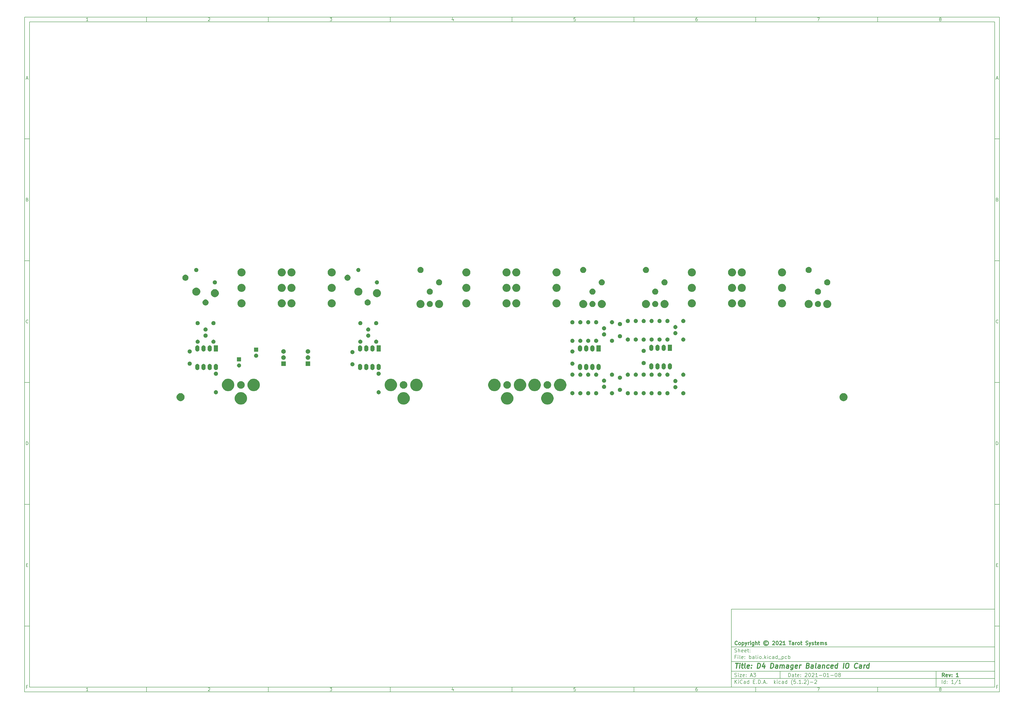
<source format=gbr>
G04 #@! TF.GenerationSoftware,KiCad,Pcbnew,(5.1.2)-2*
G04 #@! TF.CreationDate,2021-01-08T22:00:01+00:00*
G04 #@! TF.ProjectId,balio,62616c69-6f2e-46b6-9963-61645f706362,1*
G04 #@! TF.SameCoordinates,PX42c1d80PYa21fe80*
G04 #@! TF.FileFunction,Soldermask,Bot*
G04 #@! TF.FilePolarity,Negative*
%FSLAX46Y46*%
G04 Gerber Fmt 4.6, Leading zero omitted, Abs format (unit mm)*
G04 Created by KiCad (PCBNEW (5.1.2)-2) date 2021-01-08 22:00:01*
%MOMM*%
%LPD*%
G04 APERTURE LIST*
%ADD10C,0.100000*%
%ADD11C,0.150000*%
%ADD12C,0.300000*%
%ADD13C,0.400000*%
G04 APERTURE END LIST*
D10*
D11*
X229989000Y-83002200D02*
X229989000Y-115002200D01*
X337989000Y-115002200D01*
X337989000Y-83002200D01*
X229989000Y-83002200D01*
D10*
D11*
X-60000000Y160000000D02*
X-60000000Y-117002200D01*
X339989000Y-117002200D01*
X339989000Y160000000D01*
X-60000000Y160000000D01*
D10*
D11*
X-58000000Y158000000D02*
X-58000000Y-115002200D01*
X337989000Y-115002200D01*
X337989000Y158000000D01*
X-58000000Y158000000D01*
D10*
D11*
X-10000000Y158000000D02*
X-10000000Y160000000D01*
D10*
D11*
X40000000Y158000000D02*
X40000000Y160000000D01*
D10*
D11*
X90000000Y158000000D02*
X90000000Y160000000D01*
D10*
D11*
X140000000Y158000000D02*
X140000000Y160000000D01*
D10*
D11*
X190000000Y158000000D02*
X190000000Y160000000D01*
D10*
D11*
X240000000Y158000000D02*
X240000000Y160000000D01*
D10*
D11*
X290000000Y158000000D02*
X290000000Y160000000D01*
D10*
D11*
X-33934524Y158411905D02*
X-34677381Y158411905D01*
X-34305953Y158411905D02*
X-34305953Y159711905D01*
X-34429762Y159526191D01*
X-34553572Y159402381D01*
X-34677381Y159340477D01*
D10*
D11*
X15322619Y159588096D02*
X15384523Y159650000D01*
X15508333Y159711905D01*
X15817857Y159711905D01*
X15941666Y159650000D01*
X16003571Y159588096D01*
X16065476Y159464286D01*
X16065476Y159340477D01*
X16003571Y159154762D01*
X15260714Y158411905D01*
X16065476Y158411905D01*
D10*
D11*
X65260714Y159711905D02*
X66065476Y159711905D01*
X65632142Y159216667D01*
X65817857Y159216667D01*
X65941666Y159154762D01*
X66003571Y159092858D01*
X66065476Y158969048D01*
X66065476Y158659524D01*
X66003571Y158535715D01*
X65941666Y158473810D01*
X65817857Y158411905D01*
X65446428Y158411905D01*
X65322619Y158473810D01*
X65260714Y158535715D01*
D10*
D11*
X115941666Y159278572D02*
X115941666Y158411905D01*
X115632142Y159773810D02*
X115322619Y158845239D01*
X116127380Y158845239D01*
D10*
D11*
X166003571Y159711905D02*
X165384523Y159711905D01*
X165322619Y159092858D01*
X165384523Y159154762D01*
X165508333Y159216667D01*
X165817857Y159216667D01*
X165941666Y159154762D01*
X166003571Y159092858D01*
X166065476Y158969048D01*
X166065476Y158659524D01*
X166003571Y158535715D01*
X165941666Y158473810D01*
X165817857Y158411905D01*
X165508333Y158411905D01*
X165384523Y158473810D01*
X165322619Y158535715D01*
D10*
D11*
X215941666Y159711905D02*
X215694047Y159711905D01*
X215570238Y159650000D01*
X215508333Y159588096D01*
X215384523Y159402381D01*
X215322619Y159154762D01*
X215322619Y158659524D01*
X215384523Y158535715D01*
X215446428Y158473810D01*
X215570238Y158411905D01*
X215817857Y158411905D01*
X215941666Y158473810D01*
X216003571Y158535715D01*
X216065476Y158659524D01*
X216065476Y158969048D01*
X216003571Y159092858D01*
X215941666Y159154762D01*
X215817857Y159216667D01*
X215570238Y159216667D01*
X215446428Y159154762D01*
X215384523Y159092858D01*
X215322619Y158969048D01*
D10*
D11*
X265260714Y159711905D02*
X266127380Y159711905D01*
X265570238Y158411905D01*
D10*
D11*
X315570238Y159154762D02*
X315446428Y159216667D01*
X315384523Y159278572D01*
X315322619Y159402381D01*
X315322619Y159464286D01*
X315384523Y159588096D01*
X315446428Y159650000D01*
X315570238Y159711905D01*
X315817857Y159711905D01*
X315941666Y159650000D01*
X316003571Y159588096D01*
X316065476Y159464286D01*
X316065476Y159402381D01*
X316003571Y159278572D01*
X315941666Y159216667D01*
X315817857Y159154762D01*
X315570238Y159154762D01*
X315446428Y159092858D01*
X315384523Y159030953D01*
X315322619Y158907143D01*
X315322619Y158659524D01*
X315384523Y158535715D01*
X315446428Y158473810D01*
X315570238Y158411905D01*
X315817857Y158411905D01*
X315941666Y158473810D01*
X316003571Y158535715D01*
X316065476Y158659524D01*
X316065476Y158907143D01*
X316003571Y159030953D01*
X315941666Y159092858D01*
X315817857Y159154762D01*
D10*
D11*
X-10000000Y-115002200D02*
X-10000000Y-117002200D01*
D10*
D11*
X40000000Y-115002200D02*
X40000000Y-117002200D01*
D10*
D11*
X90000000Y-115002200D02*
X90000000Y-117002200D01*
D10*
D11*
X140000000Y-115002200D02*
X140000000Y-117002200D01*
D10*
D11*
X190000000Y-115002200D02*
X190000000Y-117002200D01*
D10*
D11*
X240000000Y-115002200D02*
X240000000Y-117002200D01*
D10*
D11*
X290000000Y-115002200D02*
X290000000Y-117002200D01*
D10*
D11*
X-33934524Y-116590295D02*
X-34677381Y-116590295D01*
X-34305953Y-116590295D02*
X-34305953Y-115290295D01*
X-34429762Y-115476009D01*
X-34553572Y-115599819D01*
X-34677381Y-115661723D01*
D10*
D11*
X15322619Y-115414104D02*
X15384523Y-115352200D01*
X15508333Y-115290295D01*
X15817857Y-115290295D01*
X15941666Y-115352200D01*
X16003571Y-115414104D01*
X16065476Y-115537914D01*
X16065476Y-115661723D01*
X16003571Y-115847438D01*
X15260714Y-116590295D01*
X16065476Y-116590295D01*
D10*
D11*
X65260714Y-115290295D02*
X66065476Y-115290295D01*
X65632142Y-115785533D01*
X65817857Y-115785533D01*
X65941666Y-115847438D01*
X66003571Y-115909342D01*
X66065476Y-116033152D01*
X66065476Y-116342676D01*
X66003571Y-116466485D01*
X65941666Y-116528390D01*
X65817857Y-116590295D01*
X65446428Y-116590295D01*
X65322619Y-116528390D01*
X65260714Y-116466485D01*
D10*
D11*
X115941666Y-115723628D02*
X115941666Y-116590295D01*
X115632142Y-115228390D02*
X115322619Y-116156961D01*
X116127380Y-116156961D01*
D10*
D11*
X166003571Y-115290295D02*
X165384523Y-115290295D01*
X165322619Y-115909342D01*
X165384523Y-115847438D01*
X165508333Y-115785533D01*
X165817857Y-115785533D01*
X165941666Y-115847438D01*
X166003571Y-115909342D01*
X166065476Y-116033152D01*
X166065476Y-116342676D01*
X166003571Y-116466485D01*
X165941666Y-116528390D01*
X165817857Y-116590295D01*
X165508333Y-116590295D01*
X165384523Y-116528390D01*
X165322619Y-116466485D01*
D10*
D11*
X215941666Y-115290295D02*
X215694047Y-115290295D01*
X215570238Y-115352200D01*
X215508333Y-115414104D01*
X215384523Y-115599819D01*
X215322619Y-115847438D01*
X215322619Y-116342676D01*
X215384523Y-116466485D01*
X215446428Y-116528390D01*
X215570238Y-116590295D01*
X215817857Y-116590295D01*
X215941666Y-116528390D01*
X216003571Y-116466485D01*
X216065476Y-116342676D01*
X216065476Y-116033152D01*
X216003571Y-115909342D01*
X215941666Y-115847438D01*
X215817857Y-115785533D01*
X215570238Y-115785533D01*
X215446428Y-115847438D01*
X215384523Y-115909342D01*
X215322619Y-116033152D01*
D10*
D11*
X265260714Y-115290295D02*
X266127380Y-115290295D01*
X265570238Y-116590295D01*
D10*
D11*
X315570238Y-115847438D02*
X315446428Y-115785533D01*
X315384523Y-115723628D01*
X315322619Y-115599819D01*
X315322619Y-115537914D01*
X315384523Y-115414104D01*
X315446428Y-115352200D01*
X315570238Y-115290295D01*
X315817857Y-115290295D01*
X315941666Y-115352200D01*
X316003571Y-115414104D01*
X316065476Y-115537914D01*
X316065476Y-115599819D01*
X316003571Y-115723628D01*
X315941666Y-115785533D01*
X315817857Y-115847438D01*
X315570238Y-115847438D01*
X315446428Y-115909342D01*
X315384523Y-115971247D01*
X315322619Y-116095057D01*
X315322619Y-116342676D01*
X315384523Y-116466485D01*
X315446428Y-116528390D01*
X315570238Y-116590295D01*
X315817857Y-116590295D01*
X315941666Y-116528390D01*
X316003571Y-116466485D01*
X316065476Y-116342676D01*
X316065476Y-116095057D01*
X316003571Y-115971247D01*
X315941666Y-115909342D01*
X315817857Y-115847438D01*
D10*
D11*
X-60000000Y110000000D02*
X-58000000Y110000000D01*
D10*
D11*
X-60000000Y60000000D02*
X-58000000Y60000000D01*
D10*
D11*
X-60000000Y10000000D02*
X-58000000Y10000000D01*
D10*
D11*
X-60000000Y-40000000D02*
X-58000000Y-40000000D01*
D10*
D11*
X-60000000Y-90000000D02*
X-58000000Y-90000000D01*
D10*
D11*
X-59309524Y134783334D02*
X-58690477Y134783334D01*
X-59433334Y134411905D02*
X-59000000Y135711905D01*
X-58566667Y134411905D01*
D10*
D11*
X-58907143Y85092858D02*
X-58721429Y85030953D01*
X-58659524Y84969048D01*
X-58597620Y84845239D01*
X-58597620Y84659524D01*
X-58659524Y84535715D01*
X-58721429Y84473810D01*
X-58845239Y84411905D01*
X-59340477Y84411905D01*
X-59340477Y85711905D01*
X-58907143Y85711905D01*
X-58783334Y85650000D01*
X-58721429Y85588096D01*
X-58659524Y85464286D01*
X-58659524Y85340477D01*
X-58721429Y85216667D01*
X-58783334Y85154762D01*
X-58907143Y85092858D01*
X-59340477Y85092858D01*
D10*
D11*
X-58597620Y34535715D02*
X-58659524Y34473810D01*
X-58845239Y34411905D01*
X-58969048Y34411905D01*
X-59154762Y34473810D01*
X-59278572Y34597620D01*
X-59340477Y34721429D01*
X-59402381Y34969048D01*
X-59402381Y35154762D01*
X-59340477Y35402381D01*
X-59278572Y35526191D01*
X-59154762Y35650000D01*
X-58969048Y35711905D01*
X-58845239Y35711905D01*
X-58659524Y35650000D01*
X-58597620Y35588096D01*
D10*
D11*
X-59340477Y-15588095D02*
X-59340477Y-14288095D01*
X-59030953Y-14288095D01*
X-58845239Y-14350000D01*
X-58721429Y-14473809D01*
X-58659524Y-14597619D01*
X-58597620Y-14845238D01*
X-58597620Y-15030952D01*
X-58659524Y-15278571D01*
X-58721429Y-15402380D01*
X-58845239Y-15526190D01*
X-59030953Y-15588095D01*
X-59340477Y-15588095D01*
D10*
D11*
X-59278572Y-64907142D02*
X-58845239Y-64907142D01*
X-58659524Y-65588095D02*
X-59278572Y-65588095D01*
X-59278572Y-64288095D01*
X-58659524Y-64288095D01*
D10*
D11*
X-58814286Y-114907142D02*
X-59247620Y-114907142D01*
X-59247620Y-115588095D02*
X-59247620Y-114288095D01*
X-58628572Y-114288095D01*
D10*
D11*
X339989000Y110000000D02*
X337989000Y110000000D01*
D10*
D11*
X339989000Y60000000D02*
X337989000Y60000000D01*
D10*
D11*
X339989000Y10000000D02*
X337989000Y10000000D01*
D10*
D11*
X339989000Y-40000000D02*
X337989000Y-40000000D01*
D10*
D11*
X339989000Y-90000000D02*
X337989000Y-90000000D01*
D10*
D11*
X338679476Y134783334D02*
X339298523Y134783334D01*
X338555666Y134411905D02*
X338989000Y135711905D01*
X339422333Y134411905D01*
D10*
D11*
X339081857Y85092858D02*
X339267571Y85030953D01*
X339329476Y84969048D01*
X339391380Y84845239D01*
X339391380Y84659524D01*
X339329476Y84535715D01*
X339267571Y84473810D01*
X339143761Y84411905D01*
X338648523Y84411905D01*
X338648523Y85711905D01*
X339081857Y85711905D01*
X339205666Y85650000D01*
X339267571Y85588096D01*
X339329476Y85464286D01*
X339329476Y85340477D01*
X339267571Y85216667D01*
X339205666Y85154762D01*
X339081857Y85092858D01*
X338648523Y85092858D01*
D10*
D11*
X339391380Y34535715D02*
X339329476Y34473810D01*
X339143761Y34411905D01*
X339019952Y34411905D01*
X338834238Y34473810D01*
X338710428Y34597620D01*
X338648523Y34721429D01*
X338586619Y34969048D01*
X338586619Y35154762D01*
X338648523Y35402381D01*
X338710428Y35526191D01*
X338834238Y35650000D01*
X339019952Y35711905D01*
X339143761Y35711905D01*
X339329476Y35650000D01*
X339391380Y35588096D01*
D10*
D11*
X338648523Y-15588095D02*
X338648523Y-14288095D01*
X338958047Y-14288095D01*
X339143761Y-14350000D01*
X339267571Y-14473809D01*
X339329476Y-14597619D01*
X339391380Y-14845238D01*
X339391380Y-15030952D01*
X339329476Y-15278571D01*
X339267571Y-15402380D01*
X339143761Y-15526190D01*
X338958047Y-15588095D01*
X338648523Y-15588095D01*
D10*
D11*
X338710428Y-64907142D02*
X339143761Y-64907142D01*
X339329476Y-65588095D02*
X338710428Y-65588095D01*
X338710428Y-64288095D01*
X339329476Y-64288095D01*
D10*
D11*
X339174714Y-114907142D02*
X338741380Y-114907142D01*
X338741380Y-115588095D02*
X338741380Y-114288095D01*
X339360428Y-114288095D01*
D10*
D11*
X253421142Y-110780771D02*
X253421142Y-109280771D01*
X253778285Y-109280771D01*
X253992571Y-109352200D01*
X254135428Y-109495057D01*
X254206857Y-109637914D01*
X254278285Y-109923628D01*
X254278285Y-110137914D01*
X254206857Y-110423628D01*
X254135428Y-110566485D01*
X253992571Y-110709342D01*
X253778285Y-110780771D01*
X253421142Y-110780771D01*
X255564000Y-110780771D02*
X255564000Y-109995057D01*
X255492571Y-109852200D01*
X255349714Y-109780771D01*
X255064000Y-109780771D01*
X254921142Y-109852200D01*
X255564000Y-110709342D02*
X255421142Y-110780771D01*
X255064000Y-110780771D01*
X254921142Y-110709342D01*
X254849714Y-110566485D01*
X254849714Y-110423628D01*
X254921142Y-110280771D01*
X255064000Y-110209342D01*
X255421142Y-110209342D01*
X255564000Y-110137914D01*
X256064000Y-109780771D02*
X256635428Y-109780771D01*
X256278285Y-109280771D02*
X256278285Y-110566485D01*
X256349714Y-110709342D01*
X256492571Y-110780771D01*
X256635428Y-110780771D01*
X257706857Y-110709342D02*
X257564000Y-110780771D01*
X257278285Y-110780771D01*
X257135428Y-110709342D01*
X257064000Y-110566485D01*
X257064000Y-109995057D01*
X257135428Y-109852200D01*
X257278285Y-109780771D01*
X257564000Y-109780771D01*
X257706857Y-109852200D01*
X257778285Y-109995057D01*
X257778285Y-110137914D01*
X257064000Y-110280771D01*
X258421142Y-110637914D02*
X258492571Y-110709342D01*
X258421142Y-110780771D01*
X258349714Y-110709342D01*
X258421142Y-110637914D01*
X258421142Y-110780771D01*
X258421142Y-109852200D02*
X258492571Y-109923628D01*
X258421142Y-109995057D01*
X258349714Y-109923628D01*
X258421142Y-109852200D01*
X258421142Y-109995057D01*
X260206857Y-109423628D02*
X260278285Y-109352200D01*
X260421142Y-109280771D01*
X260778285Y-109280771D01*
X260921142Y-109352200D01*
X260992571Y-109423628D01*
X261064000Y-109566485D01*
X261064000Y-109709342D01*
X260992571Y-109923628D01*
X260135428Y-110780771D01*
X261064000Y-110780771D01*
X261992571Y-109280771D02*
X262135428Y-109280771D01*
X262278285Y-109352200D01*
X262349714Y-109423628D01*
X262421142Y-109566485D01*
X262492571Y-109852200D01*
X262492571Y-110209342D01*
X262421142Y-110495057D01*
X262349714Y-110637914D01*
X262278285Y-110709342D01*
X262135428Y-110780771D01*
X261992571Y-110780771D01*
X261849714Y-110709342D01*
X261778285Y-110637914D01*
X261706857Y-110495057D01*
X261635428Y-110209342D01*
X261635428Y-109852200D01*
X261706857Y-109566485D01*
X261778285Y-109423628D01*
X261849714Y-109352200D01*
X261992571Y-109280771D01*
X263064000Y-109423628D02*
X263135428Y-109352200D01*
X263278285Y-109280771D01*
X263635428Y-109280771D01*
X263778285Y-109352200D01*
X263849714Y-109423628D01*
X263921142Y-109566485D01*
X263921142Y-109709342D01*
X263849714Y-109923628D01*
X262992571Y-110780771D01*
X263921142Y-110780771D01*
X265349714Y-110780771D02*
X264492571Y-110780771D01*
X264921142Y-110780771D02*
X264921142Y-109280771D01*
X264778285Y-109495057D01*
X264635428Y-109637914D01*
X264492571Y-109709342D01*
X265992571Y-110209342D02*
X267135428Y-110209342D01*
X268135428Y-109280771D02*
X268278285Y-109280771D01*
X268421142Y-109352200D01*
X268492571Y-109423628D01*
X268564000Y-109566485D01*
X268635428Y-109852200D01*
X268635428Y-110209342D01*
X268564000Y-110495057D01*
X268492571Y-110637914D01*
X268421142Y-110709342D01*
X268278285Y-110780771D01*
X268135428Y-110780771D01*
X267992571Y-110709342D01*
X267921142Y-110637914D01*
X267849714Y-110495057D01*
X267778285Y-110209342D01*
X267778285Y-109852200D01*
X267849714Y-109566485D01*
X267921142Y-109423628D01*
X267992571Y-109352200D01*
X268135428Y-109280771D01*
X270064000Y-110780771D02*
X269206857Y-110780771D01*
X269635428Y-110780771D02*
X269635428Y-109280771D01*
X269492571Y-109495057D01*
X269349714Y-109637914D01*
X269206857Y-109709342D01*
X270706857Y-110209342D02*
X271849714Y-110209342D01*
X272849714Y-109280771D02*
X272992571Y-109280771D01*
X273135428Y-109352200D01*
X273206857Y-109423628D01*
X273278285Y-109566485D01*
X273349714Y-109852200D01*
X273349714Y-110209342D01*
X273278285Y-110495057D01*
X273206857Y-110637914D01*
X273135428Y-110709342D01*
X272992571Y-110780771D01*
X272849714Y-110780771D01*
X272706857Y-110709342D01*
X272635428Y-110637914D01*
X272564000Y-110495057D01*
X272492571Y-110209342D01*
X272492571Y-109852200D01*
X272564000Y-109566485D01*
X272635428Y-109423628D01*
X272706857Y-109352200D01*
X272849714Y-109280771D01*
X274206857Y-109923628D02*
X274064000Y-109852200D01*
X273992571Y-109780771D01*
X273921142Y-109637914D01*
X273921142Y-109566485D01*
X273992571Y-109423628D01*
X274064000Y-109352200D01*
X274206857Y-109280771D01*
X274492571Y-109280771D01*
X274635428Y-109352200D01*
X274706857Y-109423628D01*
X274778285Y-109566485D01*
X274778285Y-109637914D01*
X274706857Y-109780771D01*
X274635428Y-109852200D01*
X274492571Y-109923628D01*
X274206857Y-109923628D01*
X274064000Y-109995057D01*
X273992571Y-110066485D01*
X273921142Y-110209342D01*
X273921142Y-110495057D01*
X273992571Y-110637914D01*
X274064000Y-110709342D01*
X274206857Y-110780771D01*
X274492571Y-110780771D01*
X274635428Y-110709342D01*
X274706857Y-110637914D01*
X274778285Y-110495057D01*
X274778285Y-110209342D01*
X274706857Y-110066485D01*
X274635428Y-109995057D01*
X274492571Y-109923628D01*
D10*
D11*
X229989000Y-111502200D02*
X337989000Y-111502200D01*
D10*
D11*
X231421142Y-113580771D02*
X231421142Y-112080771D01*
X232278285Y-113580771D02*
X231635428Y-112723628D01*
X232278285Y-112080771D02*
X231421142Y-112937914D01*
X232921142Y-113580771D02*
X232921142Y-112580771D01*
X232921142Y-112080771D02*
X232849714Y-112152200D01*
X232921142Y-112223628D01*
X232992571Y-112152200D01*
X232921142Y-112080771D01*
X232921142Y-112223628D01*
X234492571Y-113437914D02*
X234421142Y-113509342D01*
X234206857Y-113580771D01*
X234064000Y-113580771D01*
X233849714Y-113509342D01*
X233706857Y-113366485D01*
X233635428Y-113223628D01*
X233564000Y-112937914D01*
X233564000Y-112723628D01*
X233635428Y-112437914D01*
X233706857Y-112295057D01*
X233849714Y-112152200D01*
X234064000Y-112080771D01*
X234206857Y-112080771D01*
X234421142Y-112152200D01*
X234492571Y-112223628D01*
X235778285Y-113580771D02*
X235778285Y-112795057D01*
X235706857Y-112652200D01*
X235564000Y-112580771D01*
X235278285Y-112580771D01*
X235135428Y-112652200D01*
X235778285Y-113509342D02*
X235635428Y-113580771D01*
X235278285Y-113580771D01*
X235135428Y-113509342D01*
X235064000Y-113366485D01*
X235064000Y-113223628D01*
X235135428Y-113080771D01*
X235278285Y-113009342D01*
X235635428Y-113009342D01*
X235778285Y-112937914D01*
X237135428Y-113580771D02*
X237135428Y-112080771D01*
X237135428Y-113509342D02*
X236992571Y-113580771D01*
X236706857Y-113580771D01*
X236564000Y-113509342D01*
X236492571Y-113437914D01*
X236421142Y-113295057D01*
X236421142Y-112866485D01*
X236492571Y-112723628D01*
X236564000Y-112652200D01*
X236706857Y-112580771D01*
X236992571Y-112580771D01*
X237135428Y-112652200D01*
X238992571Y-112795057D02*
X239492571Y-112795057D01*
X239706857Y-113580771D02*
X238992571Y-113580771D01*
X238992571Y-112080771D01*
X239706857Y-112080771D01*
X240349714Y-113437914D02*
X240421142Y-113509342D01*
X240349714Y-113580771D01*
X240278285Y-113509342D01*
X240349714Y-113437914D01*
X240349714Y-113580771D01*
X241064000Y-113580771D02*
X241064000Y-112080771D01*
X241421142Y-112080771D01*
X241635428Y-112152200D01*
X241778285Y-112295057D01*
X241849714Y-112437914D01*
X241921142Y-112723628D01*
X241921142Y-112937914D01*
X241849714Y-113223628D01*
X241778285Y-113366485D01*
X241635428Y-113509342D01*
X241421142Y-113580771D01*
X241064000Y-113580771D01*
X242564000Y-113437914D02*
X242635428Y-113509342D01*
X242564000Y-113580771D01*
X242492571Y-113509342D01*
X242564000Y-113437914D01*
X242564000Y-113580771D01*
X243206857Y-113152200D02*
X243921142Y-113152200D01*
X243064000Y-113580771D02*
X243564000Y-112080771D01*
X244064000Y-113580771D01*
X244564000Y-113437914D02*
X244635428Y-113509342D01*
X244564000Y-113580771D01*
X244492571Y-113509342D01*
X244564000Y-113437914D01*
X244564000Y-113580771D01*
X247564000Y-113580771D02*
X247564000Y-112080771D01*
X247706857Y-113009342D02*
X248135428Y-113580771D01*
X248135428Y-112580771D02*
X247564000Y-113152200D01*
X248778285Y-113580771D02*
X248778285Y-112580771D01*
X248778285Y-112080771D02*
X248706857Y-112152200D01*
X248778285Y-112223628D01*
X248849714Y-112152200D01*
X248778285Y-112080771D01*
X248778285Y-112223628D01*
X250135428Y-113509342D02*
X249992571Y-113580771D01*
X249706857Y-113580771D01*
X249564000Y-113509342D01*
X249492571Y-113437914D01*
X249421142Y-113295057D01*
X249421142Y-112866485D01*
X249492571Y-112723628D01*
X249564000Y-112652200D01*
X249706857Y-112580771D01*
X249992571Y-112580771D01*
X250135428Y-112652200D01*
X251421142Y-113580771D02*
X251421142Y-112795057D01*
X251349714Y-112652200D01*
X251206857Y-112580771D01*
X250921142Y-112580771D01*
X250778285Y-112652200D01*
X251421142Y-113509342D02*
X251278285Y-113580771D01*
X250921142Y-113580771D01*
X250778285Y-113509342D01*
X250706857Y-113366485D01*
X250706857Y-113223628D01*
X250778285Y-113080771D01*
X250921142Y-113009342D01*
X251278285Y-113009342D01*
X251421142Y-112937914D01*
X252778285Y-113580771D02*
X252778285Y-112080771D01*
X252778285Y-113509342D02*
X252635428Y-113580771D01*
X252349714Y-113580771D01*
X252206857Y-113509342D01*
X252135428Y-113437914D01*
X252064000Y-113295057D01*
X252064000Y-112866485D01*
X252135428Y-112723628D01*
X252206857Y-112652200D01*
X252349714Y-112580771D01*
X252635428Y-112580771D01*
X252778285Y-112652200D01*
X255064000Y-114152200D02*
X254992571Y-114080771D01*
X254849714Y-113866485D01*
X254778285Y-113723628D01*
X254706857Y-113509342D01*
X254635428Y-113152200D01*
X254635428Y-112866485D01*
X254706857Y-112509342D01*
X254778285Y-112295057D01*
X254849714Y-112152200D01*
X254992571Y-111937914D01*
X255064000Y-111866485D01*
X256349714Y-112080771D02*
X255635428Y-112080771D01*
X255564000Y-112795057D01*
X255635428Y-112723628D01*
X255778285Y-112652200D01*
X256135428Y-112652200D01*
X256278285Y-112723628D01*
X256349714Y-112795057D01*
X256421142Y-112937914D01*
X256421142Y-113295057D01*
X256349714Y-113437914D01*
X256278285Y-113509342D01*
X256135428Y-113580771D01*
X255778285Y-113580771D01*
X255635428Y-113509342D01*
X255564000Y-113437914D01*
X257064000Y-113437914D02*
X257135428Y-113509342D01*
X257064000Y-113580771D01*
X256992571Y-113509342D01*
X257064000Y-113437914D01*
X257064000Y-113580771D01*
X258564000Y-113580771D02*
X257706857Y-113580771D01*
X258135428Y-113580771D02*
X258135428Y-112080771D01*
X257992571Y-112295057D01*
X257849714Y-112437914D01*
X257706857Y-112509342D01*
X259206857Y-113437914D02*
X259278285Y-113509342D01*
X259206857Y-113580771D01*
X259135428Y-113509342D01*
X259206857Y-113437914D01*
X259206857Y-113580771D01*
X259849714Y-112223628D02*
X259921142Y-112152200D01*
X260064000Y-112080771D01*
X260421142Y-112080771D01*
X260564000Y-112152200D01*
X260635428Y-112223628D01*
X260706857Y-112366485D01*
X260706857Y-112509342D01*
X260635428Y-112723628D01*
X259778285Y-113580771D01*
X260706857Y-113580771D01*
X261206857Y-114152200D02*
X261278285Y-114080771D01*
X261421142Y-113866485D01*
X261492571Y-113723628D01*
X261564000Y-113509342D01*
X261635428Y-113152200D01*
X261635428Y-112866485D01*
X261564000Y-112509342D01*
X261492571Y-112295057D01*
X261421142Y-112152200D01*
X261278285Y-111937914D01*
X261206857Y-111866485D01*
X262349714Y-113009342D02*
X263492571Y-113009342D01*
X264135428Y-112223628D02*
X264206857Y-112152200D01*
X264349714Y-112080771D01*
X264706857Y-112080771D01*
X264849714Y-112152200D01*
X264921142Y-112223628D01*
X264992571Y-112366485D01*
X264992571Y-112509342D01*
X264921142Y-112723628D01*
X264064000Y-113580771D01*
X264992571Y-113580771D01*
D10*
D11*
X229989000Y-108502200D02*
X337989000Y-108502200D01*
D10*
D12*
X317398285Y-110780771D02*
X316898285Y-110066485D01*
X316541142Y-110780771D02*
X316541142Y-109280771D01*
X317112571Y-109280771D01*
X317255428Y-109352200D01*
X317326857Y-109423628D01*
X317398285Y-109566485D01*
X317398285Y-109780771D01*
X317326857Y-109923628D01*
X317255428Y-109995057D01*
X317112571Y-110066485D01*
X316541142Y-110066485D01*
X318612571Y-110709342D02*
X318469714Y-110780771D01*
X318184000Y-110780771D01*
X318041142Y-110709342D01*
X317969714Y-110566485D01*
X317969714Y-109995057D01*
X318041142Y-109852200D01*
X318184000Y-109780771D01*
X318469714Y-109780771D01*
X318612571Y-109852200D01*
X318684000Y-109995057D01*
X318684000Y-110137914D01*
X317969714Y-110280771D01*
X319184000Y-109780771D02*
X319541142Y-110780771D01*
X319898285Y-109780771D01*
X320469714Y-110637914D02*
X320541142Y-110709342D01*
X320469714Y-110780771D01*
X320398285Y-110709342D01*
X320469714Y-110637914D01*
X320469714Y-110780771D01*
X320469714Y-109852200D02*
X320541142Y-109923628D01*
X320469714Y-109995057D01*
X320398285Y-109923628D01*
X320469714Y-109852200D01*
X320469714Y-109995057D01*
X323112571Y-110780771D02*
X322255428Y-110780771D01*
X322684000Y-110780771D02*
X322684000Y-109280771D01*
X322541142Y-109495057D01*
X322398285Y-109637914D01*
X322255428Y-109709342D01*
D10*
D11*
X231349714Y-110709342D02*
X231564000Y-110780771D01*
X231921142Y-110780771D01*
X232064000Y-110709342D01*
X232135428Y-110637914D01*
X232206857Y-110495057D01*
X232206857Y-110352200D01*
X232135428Y-110209342D01*
X232064000Y-110137914D01*
X231921142Y-110066485D01*
X231635428Y-109995057D01*
X231492571Y-109923628D01*
X231421142Y-109852200D01*
X231349714Y-109709342D01*
X231349714Y-109566485D01*
X231421142Y-109423628D01*
X231492571Y-109352200D01*
X231635428Y-109280771D01*
X231992571Y-109280771D01*
X232206857Y-109352200D01*
X232849714Y-110780771D02*
X232849714Y-109780771D01*
X232849714Y-109280771D02*
X232778285Y-109352200D01*
X232849714Y-109423628D01*
X232921142Y-109352200D01*
X232849714Y-109280771D01*
X232849714Y-109423628D01*
X233421142Y-109780771D02*
X234206857Y-109780771D01*
X233421142Y-110780771D01*
X234206857Y-110780771D01*
X235349714Y-110709342D02*
X235206857Y-110780771D01*
X234921142Y-110780771D01*
X234778285Y-110709342D01*
X234706857Y-110566485D01*
X234706857Y-109995057D01*
X234778285Y-109852200D01*
X234921142Y-109780771D01*
X235206857Y-109780771D01*
X235349714Y-109852200D01*
X235421142Y-109995057D01*
X235421142Y-110137914D01*
X234706857Y-110280771D01*
X236064000Y-110637914D02*
X236135428Y-110709342D01*
X236064000Y-110780771D01*
X235992571Y-110709342D01*
X236064000Y-110637914D01*
X236064000Y-110780771D01*
X236064000Y-109852200D02*
X236135428Y-109923628D01*
X236064000Y-109995057D01*
X235992571Y-109923628D01*
X236064000Y-109852200D01*
X236064000Y-109995057D01*
X237849714Y-110352200D02*
X238564000Y-110352200D01*
X237706857Y-110780771D02*
X238206857Y-109280771D01*
X238706857Y-110780771D01*
X239064000Y-109280771D02*
X239992571Y-109280771D01*
X239492571Y-109852200D01*
X239706857Y-109852200D01*
X239849714Y-109923628D01*
X239921142Y-109995057D01*
X239992571Y-110137914D01*
X239992571Y-110495057D01*
X239921142Y-110637914D01*
X239849714Y-110709342D01*
X239706857Y-110780771D01*
X239278285Y-110780771D01*
X239135428Y-110709342D01*
X239064000Y-110637914D01*
D10*
D11*
X316421142Y-113580771D02*
X316421142Y-112080771D01*
X317778285Y-113580771D02*
X317778285Y-112080771D01*
X317778285Y-113509342D02*
X317635428Y-113580771D01*
X317349714Y-113580771D01*
X317206857Y-113509342D01*
X317135428Y-113437914D01*
X317064000Y-113295057D01*
X317064000Y-112866485D01*
X317135428Y-112723628D01*
X317206857Y-112652200D01*
X317349714Y-112580771D01*
X317635428Y-112580771D01*
X317778285Y-112652200D01*
X318492571Y-113437914D02*
X318564000Y-113509342D01*
X318492571Y-113580771D01*
X318421142Y-113509342D01*
X318492571Y-113437914D01*
X318492571Y-113580771D01*
X318492571Y-112652200D02*
X318564000Y-112723628D01*
X318492571Y-112795057D01*
X318421142Y-112723628D01*
X318492571Y-112652200D01*
X318492571Y-112795057D01*
X321135428Y-113580771D02*
X320278285Y-113580771D01*
X320706857Y-113580771D02*
X320706857Y-112080771D01*
X320564000Y-112295057D01*
X320421142Y-112437914D01*
X320278285Y-112509342D01*
X322849714Y-112009342D02*
X321564000Y-113937914D01*
X324135428Y-113580771D02*
X323278285Y-113580771D01*
X323706857Y-113580771D02*
X323706857Y-112080771D01*
X323564000Y-112295057D01*
X323421142Y-112437914D01*
X323278285Y-112509342D01*
D10*
D11*
X229989000Y-104502200D02*
X337989000Y-104502200D01*
D10*
D13*
X231701380Y-105206961D02*
X232844238Y-105206961D01*
X232022809Y-107206961D02*
X232272809Y-105206961D01*
X233260904Y-107206961D02*
X233427571Y-105873628D01*
X233510904Y-105206961D02*
X233403761Y-105302200D01*
X233487095Y-105397438D01*
X233594238Y-105302200D01*
X233510904Y-105206961D01*
X233487095Y-105397438D01*
X234094238Y-105873628D02*
X234856142Y-105873628D01*
X234463285Y-105206961D02*
X234249000Y-106921247D01*
X234320428Y-107111723D01*
X234499000Y-107206961D01*
X234689476Y-107206961D01*
X235641857Y-107206961D02*
X235463285Y-107111723D01*
X235391857Y-106921247D01*
X235606142Y-105206961D01*
X237177571Y-107111723D02*
X236975190Y-107206961D01*
X236594238Y-107206961D01*
X236415666Y-107111723D01*
X236344238Y-106921247D01*
X236439476Y-106159342D01*
X236558523Y-105968866D01*
X236760904Y-105873628D01*
X237141857Y-105873628D01*
X237320428Y-105968866D01*
X237391857Y-106159342D01*
X237368047Y-106349819D01*
X236391857Y-106540295D01*
X238141857Y-107016485D02*
X238225190Y-107111723D01*
X238118047Y-107206961D01*
X238034714Y-107111723D01*
X238141857Y-107016485D01*
X238118047Y-107206961D01*
X238272809Y-105968866D02*
X238356142Y-106064104D01*
X238249000Y-106159342D01*
X238165666Y-106064104D01*
X238272809Y-105968866D01*
X238249000Y-106159342D01*
X240594238Y-107206961D02*
X240844238Y-105206961D01*
X241320428Y-105206961D01*
X241594238Y-105302200D01*
X241760904Y-105492676D01*
X241832333Y-105683152D01*
X241879952Y-106064104D01*
X241844238Y-106349819D01*
X241701380Y-106730771D01*
X241582333Y-106921247D01*
X241368047Y-107111723D01*
X241070428Y-107206961D01*
X240594238Y-107206961D01*
X243618047Y-105873628D02*
X243451380Y-107206961D01*
X243237095Y-105111723D02*
X242582333Y-106540295D01*
X243820428Y-106540295D01*
X246022809Y-107206961D02*
X246272809Y-105206961D01*
X246749000Y-105206961D01*
X247022809Y-105302200D01*
X247189476Y-105492676D01*
X247260904Y-105683152D01*
X247308523Y-106064104D01*
X247272809Y-106349819D01*
X247129952Y-106730771D01*
X247010904Y-106921247D01*
X246796619Y-107111723D01*
X246499000Y-107206961D01*
X246022809Y-107206961D01*
X248879952Y-107206961D02*
X249010904Y-106159342D01*
X248939476Y-105968866D01*
X248760904Y-105873628D01*
X248379952Y-105873628D01*
X248177571Y-105968866D01*
X248891857Y-107111723D02*
X248689476Y-107206961D01*
X248213285Y-107206961D01*
X248034714Y-107111723D01*
X247963285Y-106921247D01*
X247987095Y-106730771D01*
X248106142Y-106540295D01*
X248308523Y-106445057D01*
X248784714Y-106445057D01*
X248987095Y-106349819D01*
X249832333Y-107206961D02*
X249999000Y-105873628D01*
X249975190Y-106064104D02*
X250082333Y-105968866D01*
X250284714Y-105873628D01*
X250570428Y-105873628D01*
X250749000Y-105968866D01*
X250820428Y-106159342D01*
X250689476Y-107206961D01*
X250820428Y-106159342D02*
X250939476Y-105968866D01*
X251141857Y-105873628D01*
X251427571Y-105873628D01*
X251606142Y-105968866D01*
X251677571Y-106159342D01*
X251546619Y-107206961D01*
X253356142Y-107206961D02*
X253487095Y-106159342D01*
X253415666Y-105968866D01*
X253237095Y-105873628D01*
X252856142Y-105873628D01*
X252653761Y-105968866D01*
X253368047Y-107111723D02*
X253165666Y-107206961D01*
X252689476Y-107206961D01*
X252510904Y-107111723D01*
X252439476Y-106921247D01*
X252463285Y-106730771D01*
X252582333Y-106540295D01*
X252784714Y-106445057D01*
X253260904Y-106445057D01*
X253463285Y-106349819D01*
X255332333Y-105873628D02*
X255129952Y-107492676D01*
X255010904Y-107683152D01*
X254903761Y-107778390D01*
X254701380Y-107873628D01*
X254415666Y-107873628D01*
X254237095Y-107778390D01*
X255177571Y-107111723D02*
X254975190Y-107206961D01*
X254594238Y-107206961D01*
X254415666Y-107111723D01*
X254332333Y-107016485D01*
X254260904Y-106826009D01*
X254332333Y-106254580D01*
X254451380Y-106064104D01*
X254558523Y-105968866D01*
X254760904Y-105873628D01*
X255141857Y-105873628D01*
X255320428Y-105968866D01*
X256891857Y-107111723D02*
X256689476Y-107206961D01*
X256308523Y-107206961D01*
X256129952Y-107111723D01*
X256058523Y-106921247D01*
X256153761Y-106159342D01*
X256272809Y-105968866D01*
X256475190Y-105873628D01*
X256856142Y-105873628D01*
X257034714Y-105968866D01*
X257106142Y-106159342D01*
X257082333Y-106349819D01*
X256106142Y-106540295D01*
X257832333Y-107206961D02*
X257999000Y-105873628D01*
X257951380Y-106254580D02*
X258070428Y-106064104D01*
X258177571Y-105968866D01*
X258379952Y-105873628D01*
X258570428Y-105873628D01*
X261391857Y-106159342D02*
X261665666Y-106254580D01*
X261749000Y-106349819D01*
X261820428Y-106540295D01*
X261784714Y-106826009D01*
X261665666Y-107016485D01*
X261558523Y-107111723D01*
X261356142Y-107206961D01*
X260594238Y-107206961D01*
X260844238Y-105206961D01*
X261510904Y-105206961D01*
X261689476Y-105302200D01*
X261772809Y-105397438D01*
X261844238Y-105587914D01*
X261820428Y-105778390D01*
X261701380Y-105968866D01*
X261594238Y-106064104D01*
X261391857Y-106159342D01*
X260725190Y-106159342D01*
X263451380Y-107206961D02*
X263582333Y-106159342D01*
X263510904Y-105968866D01*
X263332333Y-105873628D01*
X262951380Y-105873628D01*
X262749000Y-105968866D01*
X263463285Y-107111723D02*
X263260904Y-107206961D01*
X262784714Y-107206961D01*
X262606142Y-107111723D01*
X262534714Y-106921247D01*
X262558523Y-106730771D01*
X262677571Y-106540295D01*
X262879952Y-106445057D01*
X263356142Y-106445057D01*
X263558523Y-106349819D01*
X264689476Y-107206961D02*
X264510904Y-107111723D01*
X264439476Y-106921247D01*
X264653761Y-105206961D01*
X266308523Y-107206961D02*
X266439476Y-106159342D01*
X266368047Y-105968866D01*
X266189476Y-105873628D01*
X265808523Y-105873628D01*
X265606142Y-105968866D01*
X266320428Y-107111723D02*
X266118047Y-107206961D01*
X265641857Y-107206961D01*
X265463285Y-107111723D01*
X265391857Y-106921247D01*
X265415666Y-106730771D01*
X265534714Y-106540295D01*
X265737095Y-106445057D01*
X266213285Y-106445057D01*
X266415666Y-106349819D01*
X267427571Y-105873628D02*
X267260904Y-107206961D01*
X267403761Y-106064104D02*
X267510904Y-105968866D01*
X267713285Y-105873628D01*
X267999000Y-105873628D01*
X268177571Y-105968866D01*
X268249000Y-106159342D01*
X268118047Y-107206961D01*
X269939476Y-107111723D02*
X269737095Y-107206961D01*
X269356142Y-107206961D01*
X269177571Y-107111723D01*
X269094238Y-107016485D01*
X269022809Y-106826009D01*
X269094238Y-106254580D01*
X269213285Y-106064104D01*
X269320428Y-105968866D01*
X269522809Y-105873628D01*
X269903761Y-105873628D01*
X270082333Y-105968866D01*
X271558523Y-107111723D02*
X271356142Y-107206961D01*
X270975190Y-107206961D01*
X270796619Y-107111723D01*
X270725190Y-106921247D01*
X270820428Y-106159342D01*
X270939476Y-105968866D01*
X271141857Y-105873628D01*
X271522809Y-105873628D01*
X271701380Y-105968866D01*
X271772809Y-106159342D01*
X271749000Y-106349819D01*
X270772809Y-106540295D01*
X273356142Y-107206961D02*
X273606142Y-105206961D01*
X273368047Y-107111723D02*
X273165666Y-107206961D01*
X272784714Y-107206961D01*
X272606142Y-107111723D01*
X272522809Y-107016485D01*
X272451380Y-106826009D01*
X272522809Y-106254580D01*
X272641857Y-106064104D01*
X272749000Y-105968866D01*
X272951380Y-105873628D01*
X273332333Y-105873628D01*
X273510904Y-105968866D01*
X275832333Y-107206961D02*
X276082333Y-105206961D01*
X277415666Y-105206961D02*
X277796619Y-105206961D01*
X277975190Y-105302200D01*
X278141857Y-105492676D01*
X278189476Y-105873628D01*
X278106142Y-106540295D01*
X277963285Y-106921247D01*
X277749000Y-107111723D01*
X277546619Y-107206961D01*
X277165666Y-107206961D01*
X276987095Y-107111723D01*
X276820428Y-106921247D01*
X276772809Y-106540295D01*
X276856142Y-105873628D01*
X276999000Y-105492676D01*
X277213285Y-105302200D01*
X277415666Y-105206961D01*
X281570428Y-107016485D02*
X281463285Y-107111723D01*
X281165666Y-107206961D01*
X280975190Y-107206961D01*
X280701380Y-107111723D01*
X280534714Y-106921247D01*
X280463285Y-106730771D01*
X280415666Y-106349819D01*
X280451380Y-106064104D01*
X280594238Y-105683152D01*
X280713285Y-105492676D01*
X280927571Y-105302200D01*
X281225190Y-105206961D01*
X281415666Y-105206961D01*
X281689476Y-105302200D01*
X281772809Y-105397438D01*
X283260904Y-107206961D02*
X283391857Y-106159342D01*
X283320428Y-105968866D01*
X283141857Y-105873628D01*
X282760904Y-105873628D01*
X282558523Y-105968866D01*
X283272809Y-107111723D02*
X283070428Y-107206961D01*
X282594238Y-107206961D01*
X282415666Y-107111723D01*
X282344238Y-106921247D01*
X282368047Y-106730771D01*
X282487095Y-106540295D01*
X282689476Y-106445057D01*
X283165666Y-106445057D01*
X283368047Y-106349819D01*
X284213285Y-107206961D02*
X284379952Y-105873628D01*
X284332333Y-106254580D02*
X284451380Y-106064104D01*
X284558523Y-105968866D01*
X284760904Y-105873628D01*
X284951380Y-105873628D01*
X286308523Y-107206961D02*
X286558523Y-105206961D01*
X286320428Y-107111723D02*
X286118047Y-107206961D01*
X285737095Y-107206961D01*
X285558523Y-107111723D01*
X285475190Y-107016485D01*
X285403761Y-106826009D01*
X285475190Y-106254580D01*
X285594238Y-106064104D01*
X285701380Y-105968866D01*
X285903761Y-105873628D01*
X286284714Y-105873628D01*
X286463285Y-105968866D01*
D10*
D11*
X231921142Y-102595057D02*
X231421142Y-102595057D01*
X231421142Y-103380771D02*
X231421142Y-101880771D01*
X232135428Y-101880771D01*
X232706857Y-103380771D02*
X232706857Y-102380771D01*
X232706857Y-101880771D02*
X232635428Y-101952200D01*
X232706857Y-102023628D01*
X232778285Y-101952200D01*
X232706857Y-101880771D01*
X232706857Y-102023628D01*
X233635428Y-103380771D02*
X233492571Y-103309342D01*
X233421142Y-103166485D01*
X233421142Y-101880771D01*
X234778285Y-103309342D02*
X234635428Y-103380771D01*
X234349714Y-103380771D01*
X234206857Y-103309342D01*
X234135428Y-103166485D01*
X234135428Y-102595057D01*
X234206857Y-102452200D01*
X234349714Y-102380771D01*
X234635428Y-102380771D01*
X234778285Y-102452200D01*
X234849714Y-102595057D01*
X234849714Y-102737914D01*
X234135428Y-102880771D01*
X235492571Y-103237914D02*
X235564000Y-103309342D01*
X235492571Y-103380771D01*
X235421142Y-103309342D01*
X235492571Y-103237914D01*
X235492571Y-103380771D01*
X235492571Y-102452200D02*
X235564000Y-102523628D01*
X235492571Y-102595057D01*
X235421142Y-102523628D01*
X235492571Y-102452200D01*
X235492571Y-102595057D01*
X237349714Y-103380771D02*
X237349714Y-101880771D01*
X237349714Y-102452200D02*
X237492571Y-102380771D01*
X237778285Y-102380771D01*
X237921142Y-102452200D01*
X237992571Y-102523628D01*
X238064000Y-102666485D01*
X238064000Y-103095057D01*
X237992571Y-103237914D01*
X237921142Y-103309342D01*
X237778285Y-103380771D01*
X237492571Y-103380771D01*
X237349714Y-103309342D01*
X239349714Y-103380771D02*
X239349714Y-102595057D01*
X239278285Y-102452200D01*
X239135428Y-102380771D01*
X238849714Y-102380771D01*
X238706857Y-102452200D01*
X239349714Y-103309342D02*
X239206857Y-103380771D01*
X238849714Y-103380771D01*
X238706857Y-103309342D01*
X238635428Y-103166485D01*
X238635428Y-103023628D01*
X238706857Y-102880771D01*
X238849714Y-102809342D01*
X239206857Y-102809342D01*
X239349714Y-102737914D01*
X240278285Y-103380771D02*
X240135428Y-103309342D01*
X240064000Y-103166485D01*
X240064000Y-101880771D01*
X240849714Y-103380771D02*
X240849714Y-102380771D01*
X240849714Y-101880771D02*
X240778285Y-101952200D01*
X240849714Y-102023628D01*
X240921142Y-101952200D01*
X240849714Y-101880771D01*
X240849714Y-102023628D01*
X241778285Y-103380771D02*
X241635428Y-103309342D01*
X241564000Y-103237914D01*
X241492571Y-103095057D01*
X241492571Y-102666485D01*
X241564000Y-102523628D01*
X241635428Y-102452200D01*
X241778285Y-102380771D01*
X241992571Y-102380771D01*
X242135428Y-102452200D01*
X242206857Y-102523628D01*
X242278285Y-102666485D01*
X242278285Y-103095057D01*
X242206857Y-103237914D01*
X242135428Y-103309342D01*
X241992571Y-103380771D01*
X241778285Y-103380771D01*
X242921142Y-103237914D02*
X242992571Y-103309342D01*
X242921142Y-103380771D01*
X242849714Y-103309342D01*
X242921142Y-103237914D01*
X242921142Y-103380771D01*
X243635428Y-103380771D02*
X243635428Y-101880771D01*
X243778285Y-102809342D02*
X244206857Y-103380771D01*
X244206857Y-102380771D02*
X243635428Y-102952200D01*
X244849714Y-103380771D02*
X244849714Y-102380771D01*
X244849714Y-101880771D02*
X244778285Y-101952200D01*
X244849714Y-102023628D01*
X244921142Y-101952200D01*
X244849714Y-101880771D01*
X244849714Y-102023628D01*
X246206857Y-103309342D02*
X246064000Y-103380771D01*
X245778285Y-103380771D01*
X245635428Y-103309342D01*
X245564000Y-103237914D01*
X245492571Y-103095057D01*
X245492571Y-102666485D01*
X245564000Y-102523628D01*
X245635428Y-102452200D01*
X245778285Y-102380771D01*
X246064000Y-102380771D01*
X246206857Y-102452200D01*
X247492571Y-103380771D02*
X247492571Y-102595057D01*
X247421142Y-102452200D01*
X247278285Y-102380771D01*
X246992571Y-102380771D01*
X246849714Y-102452200D01*
X247492571Y-103309342D02*
X247349714Y-103380771D01*
X246992571Y-103380771D01*
X246849714Y-103309342D01*
X246778285Y-103166485D01*
X246778285Y-103023628D01*
X246849714Y-102880771D01*
X246992571Y-102809342D01*
X247349714Y-102809342D01*
X247492571Y-102737914D01*
X248849714Y-103380771D02*
X248849714Y-101880771D01*
X248849714Y-103309342D02*
X248706857Y-103380771D01*
X248421142Y-103380771D01*
X248278285Y-103309342D01*
X248206857Y-103237914D01*
X248135428Y-103095057D01*
X248135428Y-102666485D01*
X248206857Y-102523628D01*
X248278285Y-102452200D01*
X248421142Y-102380771D01*
X248706857Y-102380771D01*
X248849714Y-102452200D01*
X249206857Y-103523628D02*
X250349714Y-103523628D01*
X250706857Y-102380771D02*
X250706857Y-103880771D01*
X250706857Y-102452200D02*
X250849714Y-102380771D01*
X251135428Y-102380771D01*
X251278285Y-102452200D01*
X251349714Y-102523628D01*
X251421142Y-102666485D01*
X251421142Y-103095057D01*
X251349714Y-103237914D01*
X251278285Y-103309342D01*
X251135428Y-103380771D01*
X250849714Y-103380771D01*
X250706857Y-103309342D01*
X252706857Y-103309342D02*
X252564000Y-103380771D01*
X252278285Y-103380771D01*
X252135428Y-103309342D01*
X252064000Y-103237914D01*
X251992571Y-103095057D01*
X251992571Y-102666485D01*
X252064000Y-102523628D01*
X252135428Y-102452200D01*
X252278285Y-102380771D01*
X252564000Y-102380771D01*
X252706857Y-102452200D01*
X253349714Y-103380771D02*
X253349714Y-101880771D01*
X253349714Y-102452200D02*
X253492571Y-102380771D01*
X253778285Y-102380771D01*
X253921142Y-102452200D01*
X253992571Y-102523628D01*
X254064000Y-102666485D01*
X254064000Y-103095057D01*
X253992571Y-103237914D01*
X253921142Y-103309342D01*
X253778285Y-103380771D01*
X253492571Y-103380771D01*
X253349714Y-103309342D01*
D10*
D11*
X229989000Y-98502200D02*
X337989000Y-98502200D01*
D10*
D11*
X231349714Y-100609342D02*
X231564000Y-100680771D01*
X231921142Y-100680771D01*
X232064000Y-100609342D01*
X232135428Y-100537914D01*
X232206857Y-100395057D01*
X232206857Y-100252200D01*
X232135428Y-100109342D01*
X232064000Y-100037914D01*
X231921142Y-99966485D01*
X231635428Y-99895057D01*
X231492571Y-99823628D01*
X231421142Y-99752200D01*
X231349714Y-99609342D01*
X231349714Y-99466485D01*
X231421142Y-99323628D01*
X231492571Y-99252200D01*
X231635428Y-99180771D01*
X231992571Y-99180771D01*
X232206857Y-99252200D01*
X232849714Y-100680771D02*
X232849714Y-99180771D01*
X233492571Y-100680771D02*
X233492571Y-99895057D01*
X233421142Y-99752200D01*
X233278285Y-99680771D01*
X233064000Y-99680771D01*
X232921142Y-99752200D01*
X232849714Y-99823628D01*
X234778285Y-100609342D02*
X234635428Y-100680771D01*
X234349714Y-100680771D01*
X234206857Y-100609342D01*
X234135428Y-100466485D01*
X234135428Y-99895057D01*
X234206857Y-99752200D01*
X234349714Y-99680771D01*
X234635428Y-99680771D01*
X234778285Y-99752200D01*
X234849714Y-99895057D01*
X234849714Y-100037914D01*
X234135428Y-100180771D01*
X236064000Y-100609342D02*
X235921142Y-100680771D01*
X235635428Y-100680771D01*
X235492571Y-100609342D01*
X235421142Y-100466485D01*
X235421142Y-99895057D01*
X235492571Y-99752200D01*
X235635428Y-99680771D01*
X235921142Y-99680771D01*
X236064000Y-99752200D01*
X236135428Y-99895057D01*
X236135428Y-100037914D01*
X235421142Y-100180771D01*
X236564000Y-99680771D02*
X237135428Y-99680771D01*
X236778285Y-99180771D02*
X236778285Y-100466485D01*
X236849714Y-100609342D01*
X236992571Y-100680771D01*
X237135428Y-100680771D01*
X237635428Y-100537914D02*
X237706857Y-100609342D01*
X237635428Y-100680771D01*
X237564000Y-100609342D01*
X237635428Y-100537914D01*
X237635428Y-100680771D01*
X237635428Y-99752200D02*
X237706857Y-99823628D01*
X237635428Y-99895057D01*
X237564000Y-99823628D01*
X237635428Y-99752200D01*
X237635428Y-99895057D01*
D10*
D12*
X232398285Y-97537914D02*
X232326857Y-97609342D01*
X232112571Y-97680771D01*
X231969714Y-97680771D01*
X231755428Y-97609342D01*
X231612571Y-97466485D01*
X231541142Y-97323628D01*
X231469714Y-97037914D01*
X231469714Y-96823628D01*
X231541142Y-96537914D01*
X231612571Y-96395057D01*
X231755428Y-96252200D01*
X231969714Y-96180771D01*
X232112571Y-96180771D01*
X232326857Y-96252200D01*
X232398285Y-96323628D01*
X233255428Y-97680771D02*
X233112571Y-97609342D01*
X233041142Y-97537914D01*
X232969714Y-97395057D01*
X232969714Y-96966485D01*
X233041142Y-96823628D01*
X233112571Y-96752200D01*
X233255428Y-96680771D01*
X233469714Y-96680771D01*
X233612571Y-96752200D01*
X233684000Y-96823628D01*
X233755428Y-96966485D01*
X233755428Y-97395057D01*
X233684000Y-97537914D01*
X233612571Y-97609342D01*
X233469714Y-97680771D01*
X233255428Y-97680771D01*
X234398285Y-96680771D02*
X234398285Y-98180771D01*
X234398285Y-96752200D02*
X234541142Y-96680771D01*
X234826857Y-96680771D01*
X234969714Y-96752200D01*
X235041142Y-96823628D01*
X235112571Y-96966485D01*
X235112571Y-97395057D01*
X235041142Y-97537914D01*
X234969714Y-97609342D01*
X234826857Y-97680771D01*
X234541142Y-97680771D01*
X234398285Y-97609342D01*
X235612571Y-96680771D02*
X235969714Y-97680771D01*
X236326857Y-96680771D02*
X235969714Y-97680771D01*
X235826857Y-98037914D01*
X235755428Y-98109342D01*
X235612571Y-98180771D01*
X236898285Y-97680771D02*
X236898285Y-96680771D01*
X236898285Y-96966485D02*
X236969714Y-96823628D01*
X237041142Y-96752200D01*
X237184000Y-96680771D01*
X237326857Y-96680771D01*
X237826857Y-97680771D02*
X237826857Y-96680771D01*
X237826857Y-96180771D02*
X237755428Y-96252200D01*
X237826857Y-96323628D01*
X237898285Y-96252200D01*
X237826857Y-96180771D01*
X237826857Y-96323628D01*
X239184000Y-96680771D02*
X239184000Y-97895057D01*
X239112571Y-98037914D01*
X239041142Y-98109342D01*
X238898285Y-98180771D01*
X238684000Y-98180771D01*
X238541142Y-98109342D01*
X239184000Y-97609342D02*
X239041142Y-97680771D01*
X238755428Y-97680771D01*
X238612571Y-97609342D01*
X238541142Y-97537914D01*
X238469714Y-97395057D01*
X238469714Y-96966485D01*
X238541142Y-96823628D01*
X238612571Y-96752200D01*
X238755428Y-96680771D01*
X239041142Y-96680771D01*
X239184000Y-96752200D01*
X239898285Y-97680771D02*
X239898285Y-96180771D01*
X240541142Y-97680771D02*
X240541142Y-96895057D01*
X240469714Y-96752200D01*
X240326857Y-96680771D01*
X240112571Y-96680771D01*
X239969714Y-96752200D01*
X239898285Y-96823628D01*
X241041142Y-96680771D02*
X241612571Y-96680771D01*
X241255428Y-96180771D02*
X241255428Y-97466485D01*
X241326857Y-97609342D01*
X241469714Y-97680771D01*
X241612571Y-97680771D01*
X244469714Y-96537914D02*
X244326857Y-96466485D01*
X244041142Y-96466485D01*
X243898285Y-96537914D01*
X243755428Y-96680771D01*
X243684000Y-96823628D01*
X243684000Y-97109342D01*
X243755428Y-97252200D01*
X243898285Y-97395057D01*
X244041142Y-97466485D01*
X244326857Y-97466485D01*
X244469714Y-97395057D01*
X244184000Y-95966485D02*
X243826857Y-96037914D01*
X243469714Y-96252200D01*
X243255428Y-96609342D01*
X243184000Y-96966485D01*
X243255428Y-97323628D01*
X243469714Y-97680771D01*
X243826857Y-97895057D01*
X244184000Y-97966485D01*
X244541142Y-97895057D01*
X244898285Y-97680771D01*
X245112571Y-97323628D01*
X245184000Y-96966485D01*
X245112571Y-96609342D01*
X244898285Y-96252200D01*
X244541142Y-96037914D01*
X244184000Y-95966485D01*
X246898285Y-96323628D02*
X246969714Y-96252200D01*
X247112571Y-96180771D01*
X247469714Y-96180771D01*
X247612571Y-96252200D01*
X247684000Y-96323628D01*
X247755428Y-96466485D01*
X247755428Y-96609342D01*
X247684000Y-96823628D01*
X246826857Y-97680771D01*
X247755428Y-97680771D01*
X248684000Y-96180771D02*
X248826857Y-96180771D01*
X248969714Y-96252200D01*
X249041142Y-96323628D01*
X249112571Y-96466485D01*
X249184000Y-96752200D01*
X249184000Y-97109342D01*
X249112571Y-97395057D01*
X249041142Y-97537914D01*
X248969714Y-97609342D01*
X248826857Y-97680771D01*
X248684000Y-97680771D01*
X248541142Y-97609342D01*
X248469714Y-97537914D01*
X248398285Y-97395057D01*
X248326857Y-97109342D01*
X248326857Y-96752200D01*
X248398285Y-96466485D01*
X248469714Y-96323628D01*
X248541142Y-96252200D01*
X248684000Y-96180771D01*
X249755428Y-96323628D02*
X249826857Y-96252200D01*
X249969714Y-96180771D01*
X250326857Y-96180771D01*
X250469714Y-96252200D01*
X250541142Y-96323628D01*
X250612571Y-96466485D01*
X250612571Y-96609342D01*
X250541142Y-96823628D01*
X249684000Y-97680771D01*
X250612571Y-97680771D01*
X252041142Y-97680771D02*
X251184000Y-97680771D01*
X251612571Y-97680771D02*
X251612571Y-96180771D01*
X251469714Y-96395057D01*
X251326857Y-96537914D01*
X251184000Y-96609342D01*
X253612571Y-96180771D02*
X254469714Y-96180771D01*
X254041142Y-97680771D02*
X254041142Y-96180771D01*
X255612571Y-97680771D02*
X255612571Y-96895057D01*
X255541142Y-96752200D01*
X255398285Y-96680771D01*
X255112571Y-96680771D01*
X254969714Y-96752200D01*
X255612571Y-97609342D02*
X255469714Y-97680771D01*
X255112571Y-97680771D01*
X254969714Y-97609342D01*
X254898285Y-97466485D01*
X254898285Y-97323628D01*
X254969714Y-97180771D01*
X255112571Y-97109342D01*
X255469714Y-97109342D01*
X255612571Y-97037914D01*
X256326857Y-97680771D02*
X256326857Y-96680771D01*
X256326857Y-96966485D02*
X256398285Y-96823628D01*
X256469714Y-96752200D01*
X256612571Y-96680771D01*
X256755428Y-96680771D01*
X257469714Y-97680771D02*
X257326857Y-97609342D01*
X257255428Y-97537914D01*
X257184000Y-97395057D01*
X257184000Y-96966485D01*
X257255428Y-96823628D01*
X257326857Y-96752200D01*
X257469714Y-96680771D01*
X257684000Y-96680771D01*
X257826857Y-96752200D01*
X257898285Y-96823628D01*
X257969714Y-96966485D01*
X257969714Y-97395057D01*
X257898285Y-97537914D01*
X257826857Y-97609342D01*
X257684000Y-97680771D01*
X257469714Y-97680771D01*
X258398285Y-96680771D02*
X258969714Y-96680771D01*
X258612571Y-96180771D02*
X258612571Y-97466485D01*
X258684000Y-97609342D01*
X258826857Y-97680771D01*
X258969714Y-97680771D01*
X260541142Y-97609342D02*
X260755428Y-97680771D01*
X261112571Y-97680771D01*
X261255428Y-97609342D01*
X261326857Y-97537914D01*
X261398285Y-97395057D01*
X261398285Y-97252200D01*
X261326857Y-97109342D01*
X261255428Y-97037914D01*
X261112571Y-96966485D01*
X260826857Y-96895057D01*
X260684000Y-96823628D01*
X260612571Y-96752200D01*
X260541142Y-96609342D01*
X260541142Y-96466485D01*
X260612571Y-96323628D01*
X260684000Y-96252200D01*
X260826857Y-96180771D01*
X261184000Y-96180771D01*
X261398285Y-96252200D01*
X261898285Y-96680771D02*
X262255428Y-97680771D01*
X262612571Y-96680771D02*
X262255428Y-97680771D01*
X262112571Y-98037914D01*
X262041142Y-98109342D01*
X261898285Y-98180771D01*
X263112571Y-97609342D02*
X263255428Y-97680771D01*
X263541142Y-97680771D01*
X263684000Y-97609342D01*
X263755428Y-97466485D01*
X263755428Y-97395057D01*
X263684000Y-97252200D01*
X263541142Y-97180771D01*
X263326857Y-97180771D01*
X263184000Y-97109342D01*
X263112571Y-96966485D01*
X263112571Y-96895057D01*
X263184000Y-96752200D01*
X263326857Y-96680771D01*
X263541142Y-96680771D01*
X263684000Y-96752200D01*
X264184000Y-96680771D02*
X264755428Y-96680771D01*
X264398285Y-96180771D02*
X264398285Y-97466485D01*
X264469714Y-97609342D01*
X264612571Y-97680771D01*
X264755428Y-97680771D01*
X265826857Y-97609342D02*
X265684000Y-97680771D01*
X265398285Y-97680771D01*
X265255428Y-97609342D01*
X265184000Y-97466485D01*
X265184000Y-96895057D01*
X265255428Y-96752200D01*
X265398285Y-96680771D01*
X265684000Y-96680771D01*
X265826857Y-96752200D01*
X265898285Y-96895057D01*
X265898285Y-97037914D01*
X265184000Y-97180771D01*
X266541142Y-97680771D02*
X266541142Y-96680771D01*
X266541142Y-96823628D02*
X266612571Y-96752200D01*
X266755428Y-96680771D01*
X266969714Y-96680771D01*
X267112571Y-96752200D01*
X267184000Y-96895057D01*
X267184000Y-97680771D01*
X267184000Y-96895057D02*
X267255428Y-96752200D01*
X267398285Y-96680771D01*
X267612571Y-96680771D01*
X267755428Y-96752200D01*
X267826857Y-96895057D01*
X267826857Y-97680771D01*
X268469714Y-97609342D02*
X268612571Y-97680771D01*
X268898285Y-97680771D01*
X269041142Y-97609342D01*
X269112571Y-97466485D01*
X269112571Y-97395057D01*
X269041142Y-97252200D01*
X268898285Y-97180771D01*
X268684000Y-97180771D01*
X268541142Y-97109342D01*
X268469714Y-96966485D01*
X268469714Y-96895057D01*
X268541142Y-96752200D01*
X268684000Y-96680771D01*
X268898285Y-96680771D01*
X269041142Y-96752200D01*
D10*
D11*
X249989000Y-108502200D02*
X249989000Y-111502200D01*
D10*
D11*
X313989000Y-108502200D02*
X313989000Y-115002200D01*
D10*
G36*
X138744098Y5952967D02*
G01*
X139208350Y5760668D01*
X139208352Y5760667D01*
X139626168Y5481491D01*
X139981491Y5126168D01*
X140260667Y4708352D01*
X140260668Y4708350D01*
X140452967Y4244098D01*
X140551000Y3751253D01*
X140551000Y3248747D01*
X140452967Y2755902D01*
X140284423Y2349000D01*
X140260667Y2291648D01*
X139981491Y1873832D01*
X139626168Y1518509D01*
X139208352Y1239333D01*
X139208351Y1239332D01*
X139208350Y1239332D01*
X138744098Y1047033D01*
X138251253Y949000D01*
X137748747Y949000D01*
X137255902Y1047033D01*
X136791650Y1239332D01*
X136791649Y1239332D01*
X136791648Y1239333D01*
X136373832Y1518509D01*
X136018509Y1873832D01*
X135739333Y2291648D01*
X135715577Y2349000D01*
X135547033Y2755902D01*
X135449000Y3248747D01*
X135449000Y3751253D01*
X135547033Y4244098D01*
X135739332Y4708350D01*
X135739333Y4708352D01*
X136018509Y5126168D01*
X136373832Y5481491D01*
X136791648Y5760667D01*
X136791650Y5760668D01*
X137255902Y5952967D01*
X137748747Y6051000D01*
X138251253Y6051000D01*
X138744098Y5952967D01*
X138744098Y5952967D01*
G37*
G36*
X155244098Y5952967D02*
G01*
X155708350Y5760668D01*
X155708352Y5760667D01*
X156126168Y5481491D01*
X156481491Y5126168D01*
X156760667Y4708352D01*
X156760668Y4708350D01*
X156952967Y4244098D01*
X157051000Y3751253D01*
X157051000Y3248747D01*
X156952967Y2755902D01*
X156784423Y2349000D01*
X156760667Y2291648D01*
X156481491Y1873832D01*
X156126168Y1518509D01*
X155708352Y1239333D01*
X155708351Y1239332D01*
X155708350Y1239332D01*
X155244098Y1047033D01*
X154751253Y949000D01*
X154248747Y949000D01*
X153755902Y1047033D01*
X153291650Y1239332D01*
X153291649Y1239332D01*
X153291648Y1239333D01*
X152873832Y1518509D01*
X152518509Y1873832D01*
X152239333Y2291648D01*
X152215577Y2349000D01*
X152047033Y2755902D01*
X151949000Y3248747D01*
X151949000Y3751253D01*
X152047033Y4244098D01*
X152239332Y4708350D01*
X152239333Y4708352D01*
X152518509Y5126168D01*
X152873832Y5481491D01*
X153291648Y5760667D01*
X153291650Y5760668D01*
X153755902Y5952967D01*
X154248747Y6051000D01*
X154751253Y6051000D01*
X155244098Y5952967D01*
X155244098Y5952967D01*
G37*
G36*
X29494098Y5952967D02*
G01*
X29958350Y5760668D01*
X29958352Y5760667D01*
X30376168Y5481491D01*
X30731491Y5126168D01*
X31010667Y4708352D01*
X31010668Y4708350D01*
X31202967Y4244098D01*
X31301000Y3751253D01*
X31301000Y3248747D01*
X31202967Y2755902D01*
X31034423Y2349000D01*
X31010667Y2291648D01*
X30731491Y1873832D01*
X30376168Y1518509D01*
X29958352Y1239333D01*
X29958351Y1239332D01*
X29958350Y1239332D01*
X29494098Y1047033D01*
X29001253Y949000D01*
X28498747Y949000D01*
X28005902Y1047033D01*
X27541650Y1239332D01*
X27541649Y1239332D01*
X27541648Y1239333D01*
X27123832Y1518509D01*
X26768509Y1873832D01*
X26489333Y2291648D01*
X26465577Y2349000D01*
X26297033Y2755902D01*
X26199000Y3248747D01*
X26199000Y3751253D01*
X26297033Y4244098D01*
X26489332Y4708350D01*
X26489333Y4708352D01*
X26768509Y5126168D01*
X27123832Y5481491D01*
X27541648Y5760667D01*
X27541650Y5760668D01*
X28005902Y5952967D01*
X28498747Y6051000D01*
X29001253Y6051000D01*
X29494098Y5952967D01*
X29494098Y5952967D01*
G37*
G36*
X96244098Y5952967D02*
G01*
X96708350Y5760668D01*
X96708352Y5760667D01*
X97126168Y5481491D01*
X97481491Y5126168D01*
X97760667Y4708352D01*
X97760668Y4708350D01*
X97952967Y4244098D01*
X98051000Y3751253D01*
X98051000Y3248747D01*
X97952967Y2755902D01*
X97784423Y2349000D01*
X97760667Y2291648D01*
X97481491Y1873832D01*
X97126168Y1518509D01*
X96708352Y1239333D01*
X96708351Y1239332D01*
X96708350Y1239332D01*
X96244098Y1047033D01*
X95751253Y949000D01*
X95248747Y949000D01*
X94755902Y1047033D01*
X94291650Y1239332D01*
X94291649Y1239332D01*
X94291648Y1239333D01*
X93873832Y1518509D01*
X93518509Y1873832D01*
X93239333Y2291648D01*
X93215577Y2349000D01*
X93047033Y2755902D01*
X92949000Y3248747D01*
X92949000Y3751253D01*
X93047033Y4244098D01*
X93239332Y4708350D01*
X93239333Y4708352D01*
X93518509Y5126168D01*
X93873832Y5481491D01*
X94291648Y5760667D01*
X94291650Y5760668D01*
X94755902Y5952967D01*
X95248747Y6051000D01*
X95751253Y6051000D01*
X96244098Y5952967D01*
X96244098Y5952967D01*
G37*
G36*
X4375256Y5608702D02*
G01*
X4481579Y5587553D01*
X4782042Y5463097D01*
X5052451Y5282415D01*
X5282415Y5052451D01*
X5456902Y4791313D01*
X5463098Y4782040D01*
X5493620Y4708352D01*
X5587553Y4481579D01*
X5651000Y4162609D01*
X5651000Y3837391D01*
X5587553Y3518421D01*
X5463097Y3217958D01*
X5282415Y2947549D01*
X5052451Y2717585D01*
X4782042Y2536903D01*
X4481579Y2412447D01*
X4375256Y2391298D01*
X4162611Y2349000D01*
X3837389Y2349000D01*
X3624744Y2391298D01*
X3518421Y2412447D01*
X3217958Y2536903D01*
X2947549Y2717585D01*
X2717585Y2947549D01*
X2536903Y3217958D01*
X2412447Y3518421D01*
X2349000Y3837391D01*
X2349000Y4162609D01*
X2412447Y4481579D01*
X2506380Y4708352D01*
X2536902Y4782040D01*
X2543098Y4791313D01*
X2717585Y5052451D01*
X2947549Y5282415D01*
X3217958Y5463097D01*
X3518421Y5587553D01*
X3624744Y5608702D01*
X3837389Y5651000D01*
X4162611Y5651000D01*
X4375256Y5608702D01*
X4375256Y5608702D01*
G37*
G36*
X276375256Y5608702D02*
G01*
X276481579Y5587553D01*
X276782042Y5463097D01*
X277052451Y5282415D01*
X277282415Y5052451D01*
X277456902Y4791313D01*
X277463098Y4782040D01*
X277493620Y4708352D01*
X277587553Y4481579D01*
X277651000Y4162609D01*
X277651000Y3837391D01*
X277587553Y3518421D01*
X277463097Y3217958D01*
X277282415Y2947549D01*
X277052451Y2717585D01*
X276782042Y2536903D01*
X276481579Y2412447D01*
X276375256Y2391298D01*
X276162611Y2349000D01*
X275837389Y2349000D01*
X275624744Y2391298D01*
X275518421Y2412447D01*
X275217958Y2536903D01*
X274947549Y2717585D01*
X274717585Y2947549D01*
X274536903Y3217958D01*
X274412447Y3518421D01*
X274349000Y3837391D01*
X274349000Y4162609D01*
X274412447Y4481579D01*
X274506380Y4708352D01*
X274536902Y4782040D01*
X274543098Y4791313D01*
X274717585Y5052451D01*
X274947549Y5282415D01*
X275217958Y5463097D01*
X275518421Y5587553D01*
X275624744Y5608702D01*
X275837389Y5651000D01*
X276162611Y5651000D01*
X276375256Y5608702D01*
X276375256Y5608702D01*
G37*
G36*
X197498228Y6418297D02*
G01*
X197653100Y6354147D01*
X197792481Y6261015D01*
X197911015Y6142481D01*
X198004147Y6003100D01*
X198068297Y5848228D01*
X198101000Y5683816D01*
X198101000Y5516184D01*
X198068297Y5351772D01*
X198004147Y5196900D01*
X197911015Y5057519D01*
X197792481Y4938985D01*
X197653100Y4845853D01*
X197498228Y4781703D01*
X197333816Y4749000D01*
X197166184Y4749000D01*
X197001772Y4781703D01*
X196846900Y4845853D01*
X196707519Y4938985D01*
X196588985Y5057519D01*
X196495853Y5196900D01*
X196431703Y5351772D01*
X196399000Y5516184D01*
X196399000Y5683816D01*
X196431703Y5848228D01*
X196495853Y6003100D01*
X196588985Y6142481D01*
X196707519Y6261015D01*
X196846900Y6354147D01*
X197001772Y6418297D01*
X197166184Y6451000D01*
X197333816Y6451000D01*
X197498228Y6418297D01*
X197498228Y6418297D01*
G37*
G36*
X190998228Y6418297D02*
G01*
X191153100Y6354147D01*
X191292481Y6261015D01*
X191411015Y6142481D01*
X191504147Y6003100D01*
X191568297Y5848228D01*
X191601000Y5683816D01*
X191601000Y5516184D01*
X191568297Y5351772D01*
X191504147Y5196900D01*
X191411015Y5057519D01*
X191292481Y4938985D01*
X191153100Y4845853D01*
X190998228Y4781703D01*
X190833816Y4749000D01*
X190666184Y4749000D01*
X190501772Y4781703D01*
X190346900Y4845853D01*
X190207519Y4938985D01*
X190088985Y5057519D01*
X189995853Y5196900D01*
X189931703Y5351772D01*
X189899000Y5516184D01*
X189899000Y5683816D01*
X189931703Y5848228D01*
X189995853Y6003100D01*
X190088985Y6142481D01*
X190207519Y6261015D01*
X190346900Y6354147D01*
X190501772Y6418297D01*
X190666184Y6451000D01*
X190833816Y6451000D01*
X190998228Y6418297D01*
X190998228Y6418297D01*
G37*
G36*
X187748228Y6418297D02*
G01*
X187903100Y6354147D01*
X188042481Y6261015D01*
X188161015Y6142481D01*
X188254147Y6003100D01*
X188318297Y5848228D01*
X188351000Y5683816D01*
X188351000Y5516184D01*
X188318297Y5351772D01*
X188254147Y5196900D01*
X188161015Y5057519D01*
X188042481Y4938985D01*
X187903100Y4845853D01*
X187748228Y4781703D01*
X187583816Y4749000D01*
X187416184Y4749000D01*
X187251772Y4781703D01*
X187096900Y4845853D01*
X186957519Y4938985D01*
X186838985Y5057519D01*
X186745853Y5196900D01*
X186681703Y5351772D01*
X186649000Y5516184D01*
X186649000Y5683816D01*
X186681703Y5848228D01*
X186745853Y6003100D01*
X186838985Y6142481D01*
X186957519Y6261015D01*
X187096900Y6354147D01*
X187251772Y6418297D01*
X187416184Y6451000D01*
X187583816Y6451000D01*
X187748228Y6418297D01*
X187748228Y6418297D01*
G37*
G36*
X171498228Y6418297D02*
G01*
X171653100Y6354147D01*
X171792481Y6261015D01*
X171911015Y6142481D01*
X172004147Y6003100D01*
X172068297Y5848228D01*
X172101000Y5683816D01*
X172101000Y5516184D01*
X172068297Y5351772D01*
X172004147Y5196900D01*
X171911015Y5057519D01*
X171792481Y4938985D01*
X171653100Y4845853D01*
X171498228Y4781703D01*
X171333816Y4749000D01*
X171166184Y4749000D01*
X171001772Y4781703D01*
X170846900Y4845853D01*
X170707519Y4938985D01*
X170588985Y5057519D01*
X170495853Y5196900D01*
X170431703Y5351772D01*
X170399000Y5516184D01*
X170399000Y5683816D01*
X170431703Y5848228D01*
X170495853Y6003100D01*
X170588985Y6142481D01*
X170707519Y6261015D01*
X170846900Y6354147D01*
X171001772Y6418297D01*
X171166184Y6451000D01*
X171333816Y6451000D01*
X171498228Y6418297D01*
X171498228Y6418297D01*
G37*
G36*
X181248228Y6418297D02*
G01*
X181403100Y6354147D01*
X181542481Y6261015D01*
X181661015Y6142481D01*
X181754147Y6003100D01*
X181818297Y5848228D01*
X181851000Y5683816D01*
X181851000Y5516184D01*
X181818297Y5351772D01*
X181754147Y5196900D01*
X181661015Y5057519D01*
X181542481Y4938985D01*
X181403100Y4845853D01*
X181248228Y4781703D01*
X181083816Y4749000D01*
X180916184Y4749000D01*
X180751772Y4781703D01*
X180596900Y4845853D01*
X180457519Y4938985D01*
X180338985Y5057519D01*
X180245853Y5196900D01*
X180181703Y5351772D01*
X180149000Y5516184D01*
X180149000Y5683816D01*
X180181703Y5848228D01*
X180245853Y6003100D01*
X180338985Y6142481D01*
X180457519Y6261015D01*
X180596900Y6354147D01*
X180751772Y6418297D01*
X180916184Y6451000D01*
X181083816Y6451000D01*
X181248228Y6418297D01*
X181248228Y6418297D01*
G37*
G36*
X200748228Y6418297D02*
G01*
X200903100Y6354147D01*
X201042481Y6261015D01*
X201161015Y6142481D01*
X201254147Y6003100D01*
X201318297Y5848228D01*
X201351000Y5683816D01*
X201351000Y5516184D01*
X201318297Y5351772D01*
X201254147Y5196900D01*
X201161015Y5057519D01*
X201042481Y4938985D01*
X200903100Y4845853D01*
X200748228Y4781703D01*
X200583816Y4749000D01*
X200416184Y4749000D01*
X200251772Y4781703D01*
X200096900Y4845853D01*
X199957519Y4938985D01*
X199838985Y5057519D01*
X199745853Y5196900D01*
X199681703Y5351772D01*
X199649000Y5516184D01*
X199649000Y5683816D01*
X199681703Y5848228D01*
X199745853Y6003100D01*
X199838985Y6142481D01*
X199957519Y6261015D01*
X200096900Y6354147D01*
X200251772Y6418297D01*
X200416184Y6451000D01*
X200583816Y6451000D01*
X200748228Y6418297D01*
X200748228Y6418297D01*
G37*
G36*
X210498228Y6418297D02*
G01*
X210653100Y6354147D01*
X210792481Y6261015D01*
X210911015Y6142481D01*
X211004147Y6003100D01*
X211068297Y5848228D01*
X211101000Y5683816D01*
X211101000Y5516184D01*
X211068297Y5351772D01*
X211004147Y5196900D01*
X210911015Y5057519D01*
X210792481Y4938985D01*
X210653100Y4845853D01*
X210498228Y4781703D01*
X210333816Y4749000D01*
X210166184Y4749000D01*
X210001772Y4781703D01*
X209846900Y4845853D01*
X209707519Y4938985D01*
X209588985Y5057519D01*
X209495853Y5196900D01*
X209431703Y5351772D01*
X209399000Y5516184D01*
X209399000Y5683816D01*
X209431703Y5848228D01*
X209495853Y6003100D01*
X209588985Y6142481D01*
X209707519Y6261015D01*
X209846900Y6354147D01*
X210001772Y6418297D01*
X210166184Y6451000D01*
X210333816Y6451000D01*
X210498228Y6418297D01*
X210498228Y6418297D01*
G37*
G36*
X174748228Y6418297D02*
G01*
X174903100Y6354147D01*
X175042481Y6261015D01*
X175161015Y6142481D01*
X175254147Y6003100D01*
X175318297Y5848228D01*
X175351000Y5683816D01*
X175351000Y5516184D01*
X175318297Y5351772D01*
X175254147Y5196900D01*
X175161015Y5057519D01*
X175042481Y4938985D01*
X174903100Y4845853D01*
X174748228Y4781703D01*
X174583816Y4749000D01*
X174416184Y4749000D01*
X174251772Y4781703D01*
X174096900Y4845853D01*
X173957519Y4938985D01*
X173838985Y5057519D01*
X173745853Y5196900D01*
X173681703Y5351772D01*
X173649000Y5516184D01*
X173649000Y5683816D01*
X173681703Y5848228D01*
X173745853Y6003100D01*
X173838985Y6142481D01*
X173957519Y6261015D01*
X174096900Y6354147D01*
X174251772Y6418297D01*
X174416184Y6451000D01*
X174583816Y6451000D01*
X174748228Y6418297D01*
X174748228Y6418297D01*
G37*
G36*
X203998228Y6418297D02*
G01*
X204153100Y6354147D01*
X204292481Y6261015D01*
X204411015Y6142481D01*
X204504147Y6003100D01*
X204568297Y5848228D01*
X204601000Y5683816D01*
X204601000Y5516184D01*
X204568297Y5351772D01*
X204504147Y5196900D01*
X204411015Y5057519D01*
X204292481Y4938985D01*
X204153100Y4845853D01*
X203998228Y4781703D01*
X203833816Y4749000D01*
X203666184Y4749000D01*
X203501772Y4781703D01*
X203346900Y4845853D01*
X203207519Y4938985D01*
X203088985Y5057519D01*
X202995853Y5196900D01*
X202931703Y5351772D01*
X202899000Y5516184D01*
X202899000Y5683816D01*
X202931703Y5848228D01*
X202995853Y6003100D01*
X203088985Y6142481D01*
X203207519Y6261015D01*
X203346900Y6354147D01*
X203501772Y6418297D01*
X203666184Y6451000D01*
X203833816Y6451000D01*
X203998228Y6418297D01*
X203998228Y6418297D01*
G37*
G36*
X168248228Y6418297D02*
G01*
X168403100Y6354147D01*
X168542481Y6261015D01*
X168661015Y6142481D01*
X168754147Y6003100D01*
X168818297Y5848228D01*
X168851000Y5683816D01*
X168851000Y5516184D01*
X168818297Y5351772D01*
X168754147Y5196900D01*
X168661015Y5057519D01*
X168542481Y4938985D01*
X168403100Y4845853D01*
X168248228Y4781703D01*
X168083816Y4749000D01*
X167916184Y4749000D01*
X167751772Y4781703D01*
X167596900Y4845853D01*
X167457519Y4938985D01*
X167338985Y5057519D01*
X167245853Y5196900D01*
X167181703Y5351772D01*
X167149000Y5516184D01*
X167149000Y5683816D01*
X167181703Y5848228D01*
X167245853Y6003100D01*
X167338985Y6142481D01*
X167457519Y6261015D01*
X167596900Y6354147D01*
X167751772Y6418297D01*
X167916184Y6451000D01*
X168083816Y6451000D01*
X168248228Y6418297D01*
X168248228Y6418297D01*
G37*
G36*
X194166823Y6468687D02*
G01*
X194327242Y6420024D01*
X194450487Y6354148D01*
X194475078Y6341004D01*
X194604659Y6234659D01*
X194711004Y6105078D01*
X194711005Y6105076D01*
X194790024Y5957242D01*
X194838687Y5796823D01*
X194855117Y5630000D01*
X194838687Y5463177D01*
X194790024Y5302758D01*
X194759607Y5245852D01*
X194711004Y5154922D01*
X194604659Y5025341D01*
X194475078Y4918996D01*
X194475076Y4918995D01*
X194327242Y4839976D01*
X194166823Y4791313D01*
X194041804Y4779000D01*
X193958196Y4779000D01*
X193833177Y4791313D01*
X193672758Y4839976D01*
X193524924Y4918995D01*
X193524922Y4918996D01*
X193395341Y5025341D01*
X193288996Y5154922D01*
X193240393Y5245852D01*
X193209976Y5302758D01*
X193161313Y5463177D01*
X193144883Y5630000D01*
X193161313Y5796823D01*
X193209976Y5957242D01*
X193288995Y6105076D01*
X193288996Y6105078D01*
X193395341Y6234659D01*
X193524922Y6341004D01*
X193549513Y6354148D01*
X193672758Y6420024D01*
X193833177Y6468687D01*
X193958196Y6481000D01*
X194041804Y6481000D01*
X194166823Y6468687D01*
X194166823Y6468687D01*
G37*
G36*
X164916823Y6468687D02*
G01*
X165077242Y6420024D01*
X165200487Y6354148D01*
X165225078Y6341004D01*
X165354659Y6234659D01*
X165461004Y6105078D01*
X165461005Y6105076D01*
X165540024Y5957242D01*
X165588687Y5796823D01*
X165605117Y5630000D01*
X165588687Y5463177D01*
X165540024Y5302758D01*
X165509607Y5245852D01*
X165461004Y5154922D01*
X165354659Y5025341D01*
X165225078Y4918996D01*
X165225076Y4918995D01*
X165077242Y4839976D01*
X164916823Y4791313D01*
X164791804Y4779000D01*
X164708196Y4779000D01*
X164583177Y4791313D01*
X164422758Y4839976D01*
X164274924Y4918995D01*
X164274922Y4918996D01*
X164145341Y5025341D01*
X164038996Y5154922D01*
X163990393Y5245852D01*
X163959976Y5302758D01*
X163911313Y5463177D01*
X163894883Y5630000D01*
X163911313Y5796823D01*
X163959976Y5957242D01*
X164038995Y6105076D01*
X164038996Y6105078D01*
X164145341Y6234659D01*
X164274922Y6341004D01*
X164299513Y6354148D01*
X164422758Y6420024D01*
X164583177Y6468687D01*
X164708196Y6481000D01*
X164791804Y6481000D01*
X164916823Y6468687D01*
X164916823Y6468687D01*
G37*
G36*
X18748228Y6818297D02*
G01*
X18903100Y6754147D01*
X19042481Y6661015D01*
X19161015Y6542481D01*
X19254147Y6403100D01*
X19318297Y6248228D01*
X19351000Y6083816D01*
X19351000Y5916184D01*
X19318297Y5751772D01*
X19254147Y5596900D01*
X19161015Y5457519D01*
X19042481Y5338985D01*
X18903100Y5245853D01*
X18748228Y5181703D01*
X18583816Y5149000D01*
X18416184Y5149000D01*
X18251772Y5181703D01*
X18096900Y5245853D01*
X17957519Y5338985D01*
X17838985Y5457519D01*
X17745853Y5596900D01*
X17681703Y5751772D01*
X17649000Y5916184D01*
X17649000Y6083816D01*
X17681703Y6248228D01*
X17745853Y6403100D01*
X17838985Y6542481D01*
X17957519Y6661015D01*
X18096900Y6754147D01*
X18251772Y6818297D01*
X18416184Y6851000D01*
X18583816Y6851000D01*
X18748228Y6818297D01*
X18748228Y6818297D01*
G37*
G36*
X85498228Y6818297D02*
G01*
X85653100Y6754147D01*
X85792481Y6661015D01*
X85911015Y6542481D01*
X86004147Y6403100D01*
X86068297Y6248228D01*
X86101000Y6083816D01*
X86101000Y5916184D01*
X86068297Y5751772D01*
X86004147Y5596900D01*
X85911015Y5457519D01*
X85792481Y5338985D01*
X85653100Y5245853D01*
X85498228Y5181703D01*
X85333816Y5149000D01*
X85166184Y5149000D01*
X85001772Y5181703D01*
X84846900Y5245853D01*
X84707519Y5338985D01*
X84588985Y5457519D01*
X84495853Y5596900D01*
X84431703Y5751772D01*
X84399000Y5916184D01*
X84399000Y6083816D01*
X84431703Y6248228D01*
X84495853Y6403100D01*
X84588985Y6542481D01*
X84707519Y6661015D01*
X84846900Y6754147D01*
X85001772Y6818297D01*
X85166184Y6851000D01*
X85333816Y6851000D01*
X85498228Y6818297D01*
X85498228Y6818297D01*
G37*
G36*
X184498228Y7818297D02*
G01*
X184653100Y7754147D01*
X184792481Y7661015D01*
X184911015Y7542481D01*
X185004147Y7403100D01*
X185068297Y7248228D01*
X185101000Y7083816D01*
X185101000Y6916184D01*
X185068297Y6751772D01*
X185004147Y6596900D01*
X184911015Y6457519D01*
X184792481Y6338985D01*
X184653100Y6245853D01*
X184498228Y6181703D01*
X184333816Y6149000D01*
X184166184Y6149000D01*
X184001772Y6181703D01*
X183846900Y6245853D01*
X183707519Y6338985D01*
X183588985Y6457519D01*
X183495853Y6596900D01*
X183431703Y6751772D01*
X183399000Y6916184D01*
X183399000Y7083816D01*
X183431703Y7248228D01*
X183495853Y7403100D01*
X183588985Y7542481D01*
X183707519Y7661015D01*
X183846900Y7754147D01*
X184001772Y7818297D01*
X184166184Y7851000D01*
X184333816Y7851000D01*
X184498228Y7818297D01*
X184498228Y7818297D01*
G37*
G36*
X90994098Y11452967D02*
G01*
X91457512Y11261015D01*
X91458352Y11260667D01*
X91876168Y10981491D01*
X92231491Y10626168D01*
X92414837Y10351771D01*
X92510668Y10208350D01*
X92702967Y9744098D01*
X92801000Y9251253D01*
X92801000Y8748747D01*
X92702967Y8255902D01*
X92512163Y7795260D01*
X92510667Y7791648D01*
X92231491Y7373832D01*
X91876168Y7018509D01*
X91458352Y6739333D01*
X91458351Y6739332D01*
X91458350Y6739332D01*
X90994098Y6547033D01*
X90501253Y6449000D01*
X89998747Y6449000D01*
X89505902Y6547033D01*
X89041650Y6739332D01*
X89041649Y6739332D01*
X89041648Y6739333D01*
X88623832Y7018509D01*
X88268509Y7373832D01*
X87989333Y7791648D01*
X87987837Y7795260D01*
X87797033Y8255902D01*
X87699000Y8748747D01*
X87699000Y9251253D01*
X87797033Y9744098D01*
X87989332Y10208350D01*
X88085163Y10351771D01*
X88268509Y10626168D01*
X88623832Y10981491D01*
X89041648Y11260667D01*
X89042488Y11261015D01*
X89505902Y11452967D01*
X89998747Y11551000D01*
X90501253Y11551000D01*
X90994098Y11452967D01*
X90994098Y11452967D01*
G37*
G36*
X143994098Y11452967D02*
G01*
X144457512Y11261015D01*
X144458352Y11260667D01*
X144876168Y10981491D01*
X145231491Y10626168D01*
X145414837Y10351771D01*
X145510668Y10208350D01*
X145702967Y9744098D01*
X145801000Y9251253D01*
X145801000Y8748747D01*
X145702967Y8255902D01*
X145512163Y7795260D01*
X145510667Y7791648D01*
X145231491Y7373832D01*
X144876168Y7018509D01*
X144458352Y6739333D01*
X144458351Y6739332D01*
X144458350Y6739332D01*
X143994098Y6547033D01*
X143501253Y6449000D01*
X142998747Y6449000D01*
X142505902Y6547033D01*
X142041650Y6739332D01*
X142041649Y6739332D01*
X142041648Y6739333D01*
X141623832Y7018509D01*
X141268509Y7373832D01*
X140989333Y7791648D01*
X140987837Y7795260D01*
X140797033Y8255902D01*
X140699000Y8748747D01*
X140699000Y9251253D01*
X140797033Y9744098D01*
X140989332Y10208350D01*
X141085163Y10351771D01*
X141268509Y10626168D01*
X141623832Y10981491D01*
X142041648Y11260667D01*
X142042488Y11261015D01*
X142505902Y11452967D01*
X142998747Y11551000D01*
X143501253Y11551000D01*
X143994098Y11452967D01*
X143994098Y11452967D01*
G37*
G36*
X133494098Y11452967D02*
G01*
X133957512Y11261015D01*
X133958352Y11260667D01*
X134376168Y10981491D01*
X134731491Y10626168D01*
X134914837Y10351771D01*
X135010668Y10208350D01*
X135202967Y9744098D01*
X135301000Y9251253D01*
X135301000Y8748747D01*
X135202967Y8255902D01*
X135012163Y7795260D01*
X135010667Y7791648D01*
X134731491Y7373832D01*
X134376168Y7018509D01*
X133958352Y6739333D01*
X133958351Y6739332D01*
X133958350Y6739332D01*
X133494098Y6547033D01*
X133001253Y6449000D01*
X132498747Y6449000D01*
X132005902Y6547033D01*
X131541650Y6739332D01*
X131541649Y6739332D01*
X131541648Y6739333D01*
X131123832Y7018509D01*
X130768509Y7373832D01*
X130489333Y7791648D01*
X130487837Y7795260D01*
X130297033Y8255902D01*
X130199000Y8748747D01*
X130199000Y9251253D01*
X130297033Y9744098D01*
X130489332Y10208350D01*
X130585163Y10351771D01*
X130768509Y10626168D01*
X131123832Y10981491D01*
X131541648Y11260667D01*
X131542488Y11261015D01*
X132005902Y11452967D01*
X132498747Y11551000D01*
X133001253Y11551000D01*
X133494098Y11452967D01*
X133494098Y11452967D01*
G37*
G36*
X34744098Y11452967D02*
G01*
X35207512Y11261015D01*
X35208352Y11260667D01*
X35626168Y10981491D01*
X35981491Y10626168D01*
X36164837Y10351771D01*
X36260668Y10208350D01*
X36452967Y9744098D01*
X36551000Y9251253D01*
X36551000Y8748747D01*
X36452967Y8255902D01*
X36262163Y7795260D01*
X36260667Y7791648D01*
X35981491Y7373832D01*
X35626168Y7018509D01*
X35208352Y6739333D01*
X35208351Y6739332D01*
X35208350Y6739332D01*
X34744098Y6547033D01*
X34251253Y6449000D01*
X33748747Y6449000D01*
X33255902Y6547033D01*
X32791650Y6739332D01*
X32791649Y6739332D01*
X32791648Y6739333D01*
X32373832Y7018509D01*
X32018509Y7373832D01*
X31739333Y7791648D01*
X31737837Y7795260D01*
X31547033Y8255902D01*
X31449000Y8748747D01*
X31449000Y9251253D01*
X31547033Y9744098D01*
X31739332Y10208350D01*
X31835163Y10351771D01*
X32018509Y10626168D01*
X32373832Y10981491D01*
X32791648Y11260667D01*
X32792488Y11261015D01*
X33255902Y11452967D01*
X33748747Y11551000D01*
X34251253Y11551000D01*
X34744098Y11452967D01*
X34744098Y11452967D01*
G37*
G36*
X24244098Y11452967D02*
G01*
X24707512Y11261015D01*
X24708352Y11260667D01*
X25126168Y10981491D01*
X25481491Y10626168D01*
X25664837Y10351771D01*
X25760668Y10208350D01*
X25952967Y9744098D01*
X26051000Y9251253D01*
X26051000Y8748747D01*
X25952967Y8255902D01*
X25762163Y7795260D01*
X25760667Y7791648D01*
X25481491Y7373832D01*
X25126168Y7018509D01*
X24708352Y6739333D01*
X24708351Y6739332D01*
X24708350Y6739332D01*
X24244098Y6547033D01*
X23751253Y6449000D01*
X23248747Y6449000D01*
X22755902Y6547033D01*
X22291650Y6739332D01*
X22291649Y6739332D01*
X22291648Y6739333D01*
X21873832Y7018509D01*
X21518509Y7373832D01*
X21239333Y7791648D01*
X21237837Y7795260D01*
X21047033Y8255902D01*
X20949000Y8748747D01*
X20949000Y9251253D01*
X21047033Y9744098D01*
X21239332Y10208350D01*
X21335163Y10351771D01*
X21518509Y10626168D01*
X21873832Y10981491D01*
X22291648Y11260667D01*
X22292488Y11261015D01*
X22755902Y11452967D01*
X23248747Y11551000D01*
X23751253Y11551000D01*
X24244098Y11452967D01*
X24244098Y11452967D01*
G37*
G36*
X101494098Y11452967D02*
G01*
X101957512Y11261015D01*
X101958352Y11260667D01*
X102376168Y10981491D01*
X102731491Y10626168D01*
X102914837Y10351771D01*
X103010668Y10208350D01*
X103202967Y9744098D01*
X103301000Y9251253D01*
X103301000Y8748747D01*
X103202967Y8255902D01*
X103012163Y7795260D01*
X103010667Y7791648D01*
X102731491Y7373832D01*
X102376168Y7018509D01*
X101958352Y6739333D01*
X101958351Y6739332D01*
X101958350Y6739332D01*
X101494098Y6547033D01*
X101001253Y6449000D01*
X100498747Y6449000D01*
X100005902Y6547033D01*
X99541650Y6739332D01*
X99541649Y6739332D01*
X99541648Y6739333D01*
X99123832Y7018509D01*
X98768509Y7373832D01*
X98489333Y7791648D01*
X98487837Y7795260D01*
X98297033Y8255902D01*
X98199000Y8748747D01*
X98199000Y9251253D01*
X98297033Y9744098D01*
X98489332Y10208350D01*
X98585163Y10351771D01*
X98768509Y10626168D01*
X99123832Y10981491D01*
X99541648Y11260667D01*
X99542488Y11261015D01*
X100005902Y11452967D01*
X100498747Y11551000D01*
X101001253Y11551000D01*
X101494098Y11452967D01*
X101494098Y11452967D01*
G37*
G36*
X149994098Y11452967D02*
G01*
X150457512Y11261015D01*
X150458352Y11260667D01*
X150876168Y10981491D01*
X151231491Y10626168D01*
X151414837Y10351771D01*
X151510668Y10208350D01*
X151702967Y9744098D01*
X151801000Y9251253D01*
X151801000Y8748747D01*
X151702967Y8255902D01*
X151512163Y7795260D01*
X151510667Y7791648D01*
X151231491Y7373832D01*
X150876168Y7018509D01*
X150458352Y6739333D01*
X150458351Y6739332D01*
X150458350Y6739332D01*
X149994098Y6547033D01*
X149501253Y6449000D01*
X148998747Y6449000D01*
X148505902Y6547033D01*
X148041650Y6739332D01*
X148041649Y6739332D01*
X148041648Y6739333D01*
X147623832Y7018509D01*
X147268509Y7373832D01*
X146989333Y7791648D01*
X146987837Y7795260D01*
X146797033Y8255902D01*
X146699000Y8748747D01*
X146699000Y9251253D01*
X146797033Y9744098D01*
X146989332Y10208350D01*
X147085163Y10351771D01*
X147268509Y10626168D01*
X147623832Y10981491D01*
X148041648Y11260667D01*
X148042488Y11261015D01*
X148505902Y11452967D01*
X148998747Y11551000D01*
X149501253Y11551000D01*
X149994098Y11452967D01*
X149994098Y11452967D01*
G37*
G36*
X160494098Y11452967D02*
G01*
X160957512Y11261015D01*
X160958352Y11260667D01*
X161376168Y10981491D01*
X161731491Y10626168D01*
X161914837Y10351771D01*
X162010668Y10208350D01*
X162202967Y9744098D01*
X162301000Y9251253D01*
X162301000Y8748747D01*
X162202967Y8255902D01*
X162012163Y7795260D01*
X162010667Y7791648D01*
X161731491Y7373832D01*
X161376168Y7018509D01*
X160958352Y6739333D01*
X160958351Y6739332D01*
X160958350Y6739332D01*
X160494098Y6547033D01*
X160001253Y6449000D01*
X159498747Y6449000D01*
X159005902Y6547033D01*
X158541650Y6739332D01*
X158541649Y6739332D01*
X158541648Y6739333D01*
X158123832Y7018509D01*
X157768509Y7373832D01*
X157489333Y7791648D01*
X157487837Y7795260D01*
X157297033Y8255902D01*
X157199000Y8748747D01*
X157199000Y9251253D01*
X157297033Y9744098D01*
X157489332Y10208350D01*
X157585163Y10351771D01*
X157768509Y10626168D01*
X158123832Y10981491D01*
X158541648Y11260667D01*
X158542488Y11261015D01*
X159005902Y11452967D01*
X159498747Y11551000D01*
X160001253Y11551000D01*
X160494098Y11452967D01*
X160494098Y11452967D01*
G37*
G36*
X207248228Y8918297D02*
G01*
X207403100Y8854147D01*
X207542481Y8761015D01*
X207661015Y8642481D01*
X207754147Y8503100D01*
X207818297Y8348228D01*
X207851000Y8183816D01*
X207851000Y8016184D01*
X207818297Y7851772D01*
X207754147Y7696900D01*
X207661015Y7557519D01*
X207542481Y7438985D01*
X207403100Y7345853D01*
X207248228Y7281703D01*
X207083816Y7249000D01*
X206916184Y7249000D01*
X206751772Y7281703D01*
X206596900Y7345853D01*
X206457519Y7438985D01*
X206338985Y7557519D01*
X206245853Y7696900D01*
X206181703Y7851772D01*
X206149000Y8016184D01*
X206149000Y8183816D01*
X206181703Y8348228D01*
X206245853Y8503100D01*
X206338985Y8642481D01*
X206457519Y8761015D01*
X206596900Y8854147D01*
X206751772Y8918297D01*
X206916184Y8951000D01*
X207083816Y8951000D01*
X207248228Y8918297D01*
X207248228Y8918297D01*
G37*
G36*
X177998228Y9068297D02*
G01*
X178153100Y9004147D01*
X178292481Y8911015D01*
X178411015Y8792481D01*
X178504147Y8653100D01*
X178568297Y8498228D01*
X178601000Y8333816D01*
X178601000Y8166184D01*
X178568297Y8001772D01*
X178504147Y7846900D01*
X178411015Y7707519D01*
X178292481Y7588985D01*
X178153100Y7495853D01*
X177998228Y7431703D01*
X177833816Y7399000D01*
X177666184Y7399000D01*
X177501772Y7431703D01*
X177346900Y7495853D01*
X177207519Y7588985D01*
X177088985Y7707519D01*
X176995853Y7846900D01*
X176931703Y8001772D01*
X176899000Y8166184D01*
X176899000Y8333816D01*
X176931703Y8498228D01*
X176995853Y8653100D01*
X177088985Y8792481D01*
X177207519Y8911015D01*
X177346900Y9004147D01*
X177501772Y9068297D01*
X177666184Y9101000D01*
X177833816Y9101000D01*
X177998228Y9068297D01*
X177998228Y9068297D01*
G37*
G36*
X138302585Y10521198D02*
G01*
X138452410Y10491396D01*
X138734674Y10374479D01*
X138988705Y10204741D01*
X139204741Y9988705D01*
X139374479Y9734674D01*
X139491396Y9452410D01*
X139551000Y9152760D01*
X139551000Y8847240D01*
X139491396Y8547590D01*
X139374479Y8265326D01*
X139204741Y8011295D01*
X138988705Y7795259D01*
X138734674Y7625521D01*
X138452410Y7508604D01*
X138388306Y7495853D01*
X138152761Y7449000D01*
X137847239Y7449000D01*
X137611694Y7495853D01*
X137547590Y7508604D01*
X137265326Y7625521D01*
X137011295Y7795259D01*
X136795259Y8011295D01*
X136625521Y8265326D01*
X136508604Y8547590D01*
X136449000Y8847240D01*
X136449000Y9152760D01*
X136508604Y9452410D01*
X136625521Y9734674D01*
X136795259Y9988705D01*
X137011295Y10204741D01*
X137265326Y10374479D01*
X137547590Y10491396D01*
X137697415Y10521198D01*
X137847239Y10551000D01*
X138152761Y10551000D01*
X138302585Y10521198D01*
X138302585Y10521198D01*
G37*
G36*
X95802585Y10521198D02*
G01*
X95952410Y10491396D01*
X96234674Y10374479D01*
X96488705Y10204741D01*
X96704741Y9988705D01*
X96874479Y9734674D01*
X96991396Y9452410D01*
X97051000Y9152760D01*
X97051000Y8847240D01*
X96991396Y8547590D01*
X96874479Y8265326D01*
X96704741Y8011295D01*
X96488705Y7795259D01*
X96234674Y7625521D01*
X95952410Y7508604D01*
X95888306Y7495853D01*
X95652761Y7449000D01*
X95347239Y7449000D01*
X95111694Y7495853D01*
X95047590Y7508604D01*
X94765326Y7625521D01*
X94511295Y7795259D01*
X94295259Y8011295D01*
X94125521Y8265326D01*
X94008604Y8547590D01*
X93949000Y8847240D01*
X93949000Y9152760D01*
X94008604Y9452410D01*
X94125521Y9734674D01*
X94295259Y9988705D01*
X94511295Y10204741D01*
X94765326Y10374479D01*
X95047590Y10491396D01*
X95197415Y10521198D01*
X95347239Y10551000D01*
X95652761Y10551000D01*
X95802585Y10521198D01*
X95802585Y10521198D01*
G37*
G36*
X29052585Y10521198D02*
G01*
X29202410Y10491396D01*
X29484674Y10374479D01*
X29738705Y10204741D01*
X29954741Y9988705D01*
X30124479Y9734674D01*
X30241396Y9452410D01*
X30301000Y9152760D01*
X30301000Y8847240D01*
X30241396Y8547590D01*
X30124479Y8265326D01*
X29954741Y8011295D01*
X29738705Y7795259D01*
X29484674Y7625521D01*
X29202410Y7508604D01*
X29138306Y7495853D01*
X28902761Y7449000D01*
X28597239Y7449000D01*
X28361694Y7495853D01*
X28297590Y7508604D01*
X28015326Y7625521D01*
X27761295Y7795259D01*
X27545259Y8011295D01*
X27375521Y8265326D01*
X27258604Y8547590D01*
X27199000Y8847240D01*
X27199000Y9152760D01*
X27258604Y9452410D01*
X27375521Y9734674D01*
X27545259Y9988705D01*
X27761295Y10204741D01*
X28015326Y10374479D01*
X28297590Y10491396D01*
X28447415Y10521198D01*
X28597239Y10551000D01*
X28902761Y10551000D01*
X29052585Y10521198D01*
X29052585Y10521198D01*
G37*
G36*
X154802585Y10521198D02*
G01*
X154952410Y10491396D01*
X155234674Y10374479D01*
X155488705Y10204741D01*
X155704741Y9988705D01*
X155874479Y9734674D01*
X155991396Y9452410D01*
X156051000Y9152760D01*
X156051000Y8847240D01*
X155991396Y8547590D01*
X155874479Y8265326D01*
X155704741Y8011295D01*
X155488705Y7795259D01*
X155234674Y7625521D01*
X154952410Y7508604D01*
X154888306Y7495853D01*
X154652761Y7449000D01*
X154347239Y7449000D01*
X154111694Y7495853D01*
X154047590Y7508604D01*
X153765326Y7625521D01*
X153511295Y7795259D01*
X153295259Y8011295D01*
X153125521Y8265326D01*
X153008604Y8547590D01*
X152949000Y8847240D01*
X152949000Y9152760D01*
X153008604Y9452410D01*
X153125521Y9734674D01*
X153295259Y9988705D01*
X153511295Y10204741D01*
X153765326Y10374479D01*
X154047590Y10491396D01*
X154197415Y10521198D01*
X154347239Y10551000D01*
X154652761Y10551000D01*
X154802585Y10521198D01*
X154802585Y10521198D01*
G37*
G36*
X207248228Y11418297D02*
G01*
X207403100Y11354147D01*
X207542481Y11261015D01*
X207661015Y11142481D01*
X207754147Y11003100D01*
X207818297Y10848228D01*
X207851000Y10683816D01*
X207851000Y10516184D01*
X207818297Y10351772D01*
X207754147Y10196900D01*
X207661015Y10057519D01*
X207542481Y9938985D01*
X207403100Y9845853D01*
X207248228Y9781703D01*
X207083816Y9749000D01*
X206916184Y9749000D01*
X206751772Y9781703D01*
X206596900Y9845853D01*
X206457519Y9938985D01*
X206338985Y10057519D01*
X206245853Y10196900D01*
X206181703Y10351772D01*
X206149000Y10516184D01*
X206149000Y10683816D01*
X206181703Y10848228D01*
X206245853Y11003100D01*
X206338985Y11142481D01*
X206457519Y11261015D01*
X206596900Y11354147D01*
X206751772Y11418297D01*
X206916184Y11451000D01*
X207083816Y11451000D01*
X207248228Y11418297D01*
X207248228Y11418297D01*
G37*
G36*
X177998228Y11568297D02*
G01*
X178153100Y11504147D01*
X178292481Y11411015D01*
X178411015Y11292481D01*
X178504147Y11153100D01*
X178568297Y10998228D01*
X178601000Y10833816D01*
X178601000Y10666184D01*
X178568297Y10501772D01*
X178504147Y10346900D01*
X178411015Y10207519D01*
X178292481Y10088985D01*
X178153100Y9995853D01*
X177998228Y9931703D01*
X177833816Y9899000D01*
X177666184Y9899000D01*
X177501772Y9931703D01*
X177346900Y9995853D01*
X177207519Y10088985D01*
X177088985Y10207519D01*
X176995853Y10346900D01*
X176931703Y10501772D01*
X176899000Y10666184D01*
X176899000Y10833816D01*
X176931703Y10998228D01*
X176995853Y11153100D01*
X177088985Y11292481D01*
X177207519Y11411015D01*
X177346900Y11504147D01*
X177501772Y11568297D01*
X177666184Y11601000D01*
X177833816Y11601000D01*
X177998228Y11568297D01*
X177998228Y11568297D01*
G37*
G36*
X184498228Y12818297D02*
G01*
X184653100Y12754147D01*
X184792481Y12661015D01*
X184911015Y12542481D01*
X185004147Y12403100D01*
X185068297Y12248228D01*
X185101000Y12083816D01*
X185101000Y11916184D01*
X185068297Y11751772D01*
X185004147Y11596900D01*
X184911015Y11457519D01*
X184792481Y11338985D01*
X184653100Y11245853D01*
X184498228Y11181703D01*
X184333816Y11149000D01*
X184166184Y11149000D01*
X184001772Y11181703D01*
X183846900Y11245853D01*
X183707519Y11338985D01*
X183588985Y11457519D01*
X183495853Y11596900D01*
X183431703Y11751772D01*
X183399000Y11916184D01*
X183399000Y12083816D01*
X183431703Y12248228D01*
X183495853Y12403100D01*
X183588985Y12542481D01*
X183707519Y12661015D01*
X183846900Y12754147D01*
X184001772Y12818297D01*
X184166184Y12851000D01*
X184333816Y12851000D01*
X184498228Y12818297D01*
X184498228Y12818297D01*
G37*
G36*
X190916823Y14058687D02*
G01*
X191077242Y14010024D01*
X191194699Y13947242D01*
X191225078Y13931004D01*
X191354659Y13824659D01*
X191461004Y13695078D01*
X191461005Y13695076D01*
X191540024Y13547242D01*
X191588687Y13386823D01*
X191605117Y13220000D01*
X191588687Y13053177D01*
X191588686Y13053175D01*
X191544950Y12908995D01*
X191540024Y12892758D01*
X191480456Y12781314D01*
X191461004Y12744922D01*
X191354659Y12615341D01*
X191225078Y12508996D01*
X191225076Y12508995D01*
X191077242Y12429976D01*
X190916823Y12381313D01*
X190791804Y12369000D01*
X190708196Y12369000D01*
X190583177Y12381313D01*
X190422758Y12429976D01*
X190274924Y12508995D01*
X190274922Y12508996D01*
X190145341Y12615341D01*
X190038996Y12744922D01*
X190019544Y12781314D01*
X189959976Y12892758D01*
X189955051Y12908995D01*
X189911314Y13053175D01*
X189911313Y13053177D01*
X189894883Y13220000D01*
X189911313Y13386823D01*
X189959976Y13547242D01*
X190038995Y13695076D01*
X190038996Y13695078D01*
X190145341Y13824659D01*
X190274922Y13931004D01*
X190305301Y13947242D01*
X190422758Y14010024D01*
X190583177Y14058687D01*
X190708196Y14071000D01*
X190791804Y14071000D01*
X190916823Y14058687D01*
X190916823Y14058687D01*
G37*
G36*
X200666823Y14058687D02*
G01*
X200827242Y14010024D01*
X200944699Y13947242D01*
X200975078Y13931004D01*
X201104659Y13824659D01*
X201211004Y13695078D01*
X201211005Y13695076D01*
X201290024Y13547242D01*
X201338687Y13386823D01*
X201355117Y13220000D01*
X201338687Y13053177D01*
X201338686Y13053175D01*
X201294950Y12908995D01*
X201290024Y12892758D01*
X201230456Y12781314D01*
X201211004Y12744922D01*
X201104659Y12615341D01*
X200975078Y12508996D01*
X200975076Y12508995D01*
X200827242Y12429976D01*
X200666823Y12381313D01*
X200541804Y12369000D01*
X200458196Y12369000D01*
X200333177Y12381313D01*
X200172758Y12429976D01*
X200024924Y12508995D01*
X200024922Y12508996D01*
X199895341Y12615341D01*
X199788996Y12744922D01*
X199769544Y12781314D01*
X199709976Y12892758D01*
X199705051Y12908995D01*
X199661314Y13053175D01*
X199661313Y13053177D01*
X199644883Y13220000D01*
X199661313Y13386823D01*
X199709976Y13547242D01*
X199788995Y13695076D01*
X199788996Y13695078D01*
X199895341Y13824659D01*
X200024922Y13931004D01*
X200055301Y13947242D01*
X200172758Y14010024D01*
X200333177Y14058687D01*
X200458196Y14071000D01*
X200541804Y14071000D01*
X200666823Y14058687D01*
X200666823Y14058687D01*
G37*
G36*
X203916823Y14058687D02*
G01*
X204077242Y14010024D01*
X204194699Y13947242D01*
X204225078Y13931004D01*
X204354659Y13824659D01*
X204461004Y13695078D01*
X204461005Y13695076D01*
X204540024Y13547242D01*
X204588687Y13386823D01*
X204605117Y13220000D01*
X204588687Y13053177D01*
X204588686Y13053175D01*
X204544950Y12908995D01*
X204540024Y12892758D01*
X204480456Y12781314D01*
X204461004Y12744922D01*
X204354659Y12615341D01*
X204225078Y12508996D01*
X204225076Y12508995D01*
X204077242Y12429976D01*
X203916823Y12381313D01*
X203791804Y12369000D01*
X203708196Y12369000D01*
X203583177Y12381313D01*
X203422758Y12429976D01*
X203274924Y12508995D01*
X203274922Y12508996D01*
X203145341Y12615341D01*
X203038996Y12744922D01*
X203019544Y12781314D01*
X202959976Y12892758D01*
X202955051Y12908995D01*
X202911314Y13053175D01*
X202911313Y13053177D01*
X202894883Y13220000D01*
X202911313Y13386823D01*
X202959976Y13547242D01*
X203038995Y13695076D01*
X203038996Y13695078D01*
X203145341Y13824659D01*
X203274922Y13931004D01*
X203305301Y13947242D01*
X203422758Y14010024D01*
X203583177Y14058687D01*
X203708196Y14071000D01*
X203791804Y14071000D01*
X203916823Y14058687D01*
X203916823Y14058687D01*
G37*
G36*
X210416823Y14058687D02*
G01*
X210577242Y14010024D01*
X210694699Y13947242D01*
X210725078Y13931004D01*
X210854659Y13824659D01*
X210961004Y13695078D01*
X210961005Y13695076D01*
X211040024Y13547242D01*
X211088687Y13386823D01*
X211105117Y13220000D01*
X211088687Y13053177D01*
X211088686Y13053175D01*
X211044950Y12908995D01*
X211040024Y12892758D01*
X210980456Y12781314D01*
X210961004Y12744922D01*
X210854659Y12615341D01*
X210725078Y12508996D01*
X210725076Y12508995D01*
X210577242Y12429976D01*
X210416823Y12381313D01*
X210291804Y12369000D01*
X210208196Y12369000D01*
X210083177Y12381313D01*
X209922758Y12429976D01*
X209774924Y12508995D01*
X209774922Y12508996D01*
X209645341Y12615341D01*
X209538996Y12744922D01*
X209519544Y12781314D01*
X209459976Y12892758D01*
X209455051Y12908995D01*
X209411314Y13053175D01*
X209411313Y13053177D01*
X209394883Y13220000D01*
X209411313Y13386823D01*
X209459976Y13547242D01*
X209538995Y13695076D01*
X209538996Y13695078D01*
X209645341Y13824659D01*
X209774922Y13931004D01*
X209805301Y13947242D01*
X209922758Y14010024D01*
X210083177Y14058687D01*
X210208196Y14071000D01*
X210291804Y14071000D01*
X210416823Y14058687D01*
X210416823Y14058687D01*
G37*
G36*
X187666823Y14058687D02*
G01*
X187827242Y14010024D01*
X187944699Y13947242D01*
X187975078Y13931004D01*
X188104659Y13824659D01*
X188211004Y13695078D01*
X188211005Y13695076D01*
X188290024Y13547242D01*
X188338687Y13386823D01*
X188355117Y13220000D01*
X188338687Y13053177D01*
X188338686Y13053175D01*
X188294950Y12908995D01*
X188290024Y12892758D01*
X188230456Y12781314D01*
X188211004Y12744922D01*
X188104659Y12615341D01*
X187975078Y12508996D01*
X187975076Y12508995D01*
X187827242Y12429976D01*
X187666823Y12381313D01*
X187541804Y12369000D01*
X187458196Y12369000D01*
X187333177Y12381313D01*
X187172758Y12429976D01*
X187024924Y12508995D01*
X187024922Y12508996D01*
X186895341Y12615341D01*
X186788996Y12744922D01*
X186769544Y12781314D01*
X186709976Y12892758D01*
X186705051Y12908995D01*
X186661314Y13053175D01*
X186661313Y13053177D01*
X186644883Y13220000D01*
X186661313Y13386823D01*
X186709976Y13547242D01*
X186788995Y13695076D01*
X186788996Y13695078D01*
X186895341Y13824659D01*
X187024922Y13931004D01*
X187055301Y13947242D01*
X187172758Y14010024D01*
X187333177Y14058687D01*
X187458196Y14071000D01*
X187541804Y14071000D01*
X187666823Y14058687D01*
X187666823Y14058687D01*
G37*
G36*
X181166823Y14058687D02*
G01*
X181327242Y14010024D01*
X181444699Y13947242D01*
X181475078Y13931004D01*
X181604659Y13824659D01*
X181711004Y13695078D01*
X181711005Y13695076D01*
X181790024Y13547242D01*
X181838687Y13386823D01*
X181855117Y13220000D01*
X181838687Y13053177D01*
X181838686Y13053175D01*
X181794950Y12908995D01*
X181790024Y12892758D01*
X181730456Y12781314D01*
X181711004Y12744922D01*
X181604659Y12615341D01*
X181475078Y12508996D01*
X181475076Y12508995D01*
X181327242Y12429976D01*
X181166823Y12381313D01*
X181041804Y12369000D01*
X180958196Y12369000D01*
X180833177Y12381313D01*
X180672758Y12429976D01*
X180524924Y12508995D01*
X180524922Y12508996D01*
X180395341Y12615341D01*
X180288996Y12744922D01*
X180269544Y12781314D01*
X180209976Y12892758D01*
X180205051Y12908995D01*
X180161314Y13053175D01*
X180161313Y13053177D01*
X180144883Y13220000D01*
X180161313Y13386823D01*
X180209976Y13547242D01*
X180288995Y13695076D01*
X180288996Y13695078D01*
X180395341Y13824659D01*
X180524922Y13931004D01*
X180555301Y13947242D01*
X180672758Y14010024D01*
X180833177Y14058687D01*
X180958196Y14071000D01*
X181041804Y14071000D01*
X181166823Y14058687D01*
X181166823Y14058687D01*
G37*
G36*
X174666823Y14058687D02*
G01*
X174827242Y14010024D01*
X174944699Y13947242D01*
X174975078Y13931004D01*
X175104659Y13824659D01*
X175211004Y13695078D01*
X175211005Y13695076D01*
X175290024Y13547242D01*
X175338687Y13386823D01*
X175355117Y13220000D01*
X175338687Y13053177D01*
X175338686Y13053175D01*
X175294950Y12908995D01*
X175290024Y12892758D01*
X175230456Y12781314D01*
X175211004Y12744922D01*
X175104659Y12615341D01*
X174975078Y12508996D01*
X174975076Y12508995D01*
X174827242Y12429976D01*
X174666823Y12381313D01*
X174541804Y12369000D01*
X174458196Y12369000D01*
X174333177Y12381313D01*
X174172758Y12429976D01*
X174024924Y12508995D01*
X174024922Y12508996D01*
X173895341Y12615341D01*
X173788996Y12744922D01*
X173769544Y12781314D01*
X173709976Y12892758D01*
X173705051Y12908995D01*
X173661314Y13053175D01*
X173661313Y13053177D01*
X173644883Y13220000D01*
X173661313Y13386823D01*
X173709976Y13547242D01*
X173788995Y13695076D01*
X173788996Y13695078D01*
X173895341Y13824659D01*
X174024922Y13931004D01*
X174055301Y13947242D01*
X174172758Y14010024D01*
X174333177Y14058687D01*
X174458196Y14071000D01*
X174541804Y14071000D01*
X174666823Y14058687D01*
X174666823Y14058687D01*
G37*
G36*
X171416823Y14058687D02*
G01*
X171577242Y14010024D01*
X171694699Y13947242D01*
X171725078Y13931004D01*
X171854659Y13824659D01*
X171961004Y13695078D01*
X171961005Y13695076D01*
X172040024Y13547242D01*
X172088687Y13386823D01*
X172105117Y13220000D01*
X172088687Y13053177D01*
X172088686Y13053175D01*
X172044950Y12908995D01*
X172040024Y12892758D01*
X171980456Y12781314D01*
X171961004Y12744922D01*
X171854659Y12615341D01*
X171725078Y12508996D01*
X171725076Y12508995D01*
X171577242Y12429976D01*
X171416823Y12381313D01*
X171291804Y12369000D01*
X171208196Y12369000D01*
X171083177Y12381313D01*
X170922758Y12429976D01*
X170774924Y12508995D01*
X170774922Y12508996D01*
X170645341Y12615341D01*
X170538996Y12744922D01*
X170519544Y12781314D01*
X170459976Y12892758D01*
X170455051Y12908995D01*
X170411314Y13053175D01*
X170411313Y13053177D01*
X170394883Y13220000D01*
X170411313Y13386823D01*
X170459976Y13547242D01*
X170538995Y13695076D01*
X170538996Y13695078D01*
X170645341Y13824659D01*
X170774922Y13931004D01*
X170805301Y13947242D01*
X170922758Y14010024D01*
X171083177Y14058687D01*
X171208196Y14071000D01*
X171291804Y14071000D01*
X171416823Y14058687D01*
X171416823Y14058687D01*
G37*
G36*
X197416823Y14058687D02*
G01*
X197577242Y14010024D01*
X197694699Y13947242D01*
X197725078Y13931004D01*
X197854659Y13824659D01*
X197961004Y13695078D01*
X197961005Y13695076D01*
X198040024Y13547242D01*
X198088687Y13386823D01*
X198105117Y13220000D01*
X198088687Y13053177D01*
X198088686Y13053175D01*
X198044950Y12908995D01*
X198040024Y12892758D01*
X197980456Y12781314D01*
X197961004Y12744922D01*
X197854659Y12615341D01*
X197725078Y12508996D01*
X197725076Y12508995D01*
X197577242Y12429976D01*
X197416823Y12381313D01*
X197291804Y12369000D01*
X197208196Y12369000D01*
X197083177Y12381313D01*
X196922758Y12429976D01*
X196774924Y12508995D01*
X196774922Y12508996D01*
X196645341Y12615341D01*
X196538996Y12744922D01*
X196519544Y12781314D01*
X196459976Y12892758D01*
X196455051Y12908995D01*
X196411314Y13053175D01*
X196411313Y13053177D01*
X196394883Y13220000D01*
X196411313Y13386823D01*
X196459976Y13547242D01*
X196538995Y13695076D01*
X196538996Y13695078D01*
X196645341Y13824659D01*
X196774922Y13931004D01*
X196805301Y13947242D01*
X196922758Y14010024D01*
X197083177Y14058687D01*
X197208196Y14071000D01*
X197291804Y14071000D01*
X197416823Y14058687D01*
X197416823Y14058687D01*
G37*
G36*
X168166823Y14058687D02*
G01*
X168327242Y14010024D01*
X168444699Y13947242D01*
X168475078Y13931004D01*
X168604659Y13824659D01*
X168711004Y13695078D01*
X168711005Y13695076D01*
X168790024Y13547242D01*
X168838687Y13386823D01*
X168855117Y13220000D01*
X168838687Y13053177D01*
X168838686Y13053175D01*
X168794950Y12908995D01*
X168790024Y12892758D01*
X168730456Y12781314D01*
X168711004Y12744922D01*
X168604659Y12615341D01*
X168475078Y12508996D01*
X168475076Y12508995D01*
X168327242Y12429976D01*
X168166823Y12381313D01*
X168041804Y12369000D01*
X167958196Y12369000D01*
X167833177Y12381313D01*
X167672758Y12429976D01*
X167524924Y12508995D01*
X167524922Y12508996D01*
X167395341Y12615341D01*
X167288996Y12744922D01*
X167269544Y12781314D01*
X167209976Y12892758D01*
X167205051Y12908995D01*
X167161314Y13053175D01*
X167161313Y13053177D01*
X167144883Y13220000D01*
X167161313Y13386823D01*
X167209976Y13547242D01*
X167288995Y13695076D01*
X167288996Y13695078D01*
X167395341Y13824659D01*
X167524922Y13931004D01*
X167555301Y13947242D01*
X167672758Y14010024D01*
X167833177Y14058687D01*
X167958196Y14071000D01*
X168041804Y14071000D01*
X168166823Y14058687D01*
X168166823Y14058687D01*
G37*
G36*
X194248228Y14068297D02*
G01*
X194403100Y14004147D01*
X194542481Y13911015D01*
X194661015Y13792481D01*
X194754147Y13653100D01*
X194818297Y13498228D01*
X194851000Y13333816D01*
X194851000Y13166184D01*
X194818297Y13001772D01*
X194754147Y12846900D01*
X194661015Y12707519D01*
X194542481Y12588985D01*
X194403100Y12495853D01*
X194248228Y12431703D01*
X194083816Y12399000D01*
X193916184Y12399000D01*
X193751772Y12431703D01*
X193596900Y12495853D01*
X193457519Y12588985D01*
X193338985Y12707519D01*
X193245853Y12846900D01*
X193181703Y13001772D01*
X193149000Y13166184D01*
X193149000Y13333816D01*
X193181703Y13498228D01*
X193245853Y13653100D01*
X193338985Y13792481D01*
X193457519Y13911015D01*
X193596900Y14004147D01*
X193751772Y14068297D01*
X193916184Y14101000D01*
X194083816Y14101000D01*
X194248228Y14068297D01*
X194248228Y14068297D01*
G37*
G36*
X164998228Y14068297D02*
G01*
X165153100Y14004147D01*
X165292481Y13911015D01*
X165411015Y13792481D01*
X165504147Y13653100D01*
X165568297Y13498228D01*
X165601000Y13333816D01*
X165601000Y13166184D01*
X165568297Y13001772D01*
X165504147Y12846900D01*
X165411015Y12707519D01*
X165292481Y12588985D01*
X165153100Y12495853D01*
X164998228Y12431703D01*
X164833816Y12399000D01*
X164666184Y12399000D01*
X164501772Y12431703D01*
X164346900Y12495853D01*
X164207519Y12588985D01*
X164088985Y12707519D01*
X163995853Y12846900D01*
X163931703Y13001772D01*
X163899000Y13166184D01*
X163899000Y13333816D01*
X163931703Y13498228D01*
X163995853Y13653100D01*
X164088985Y13792481D01*
X164207519Y13911015D01*
X164346900Y14004147D01*
X164501772Y14068297D01*
X164666184Y14101000D01*
X164833816Y14101000D01*
X164998228Y14068297D01*
X164998228Y14068297D01*
G37*
G36*
X18666823Y14458687D02*
G01*
X18827242Y14410024D01*
X18959906Y14339114D01*
X18975078Y14331004D01*
X19104659Y14224659D01*
X19211004Y14095078D01*
X19211005Y14095076D01*
X19290024Y13947242D01*
X19290025Y13947239D01*
X19294950Y13931004D01*
X19338687Y13786823D01*
X19355117Y13620000D01*
X19338687Y13453177D01*
X19290024Y13292758D01*
X19251134Y13220000D01*
X19211004Y13144922D01*
X19104659Y13015341D01*
X18975078Y12908996D01*
X18975076Y12908995D01*
X18827242Y12829976D01*
X18666823Y12781313D01*
X18541804Y12769000D01*
X18458196Y12769000D01*
X18333177Y12781313D01*
X18172758Y12829976D01*
X18024924Y12908995D01*
X18024922Y12908996D01*
X17895341Y13015341D01*
X17788996Y13144922D01*
X17748866Y13220000D01*
X17709976Y13292758D01*
X17661313Y13453177D01*
X17644883Y13620000D01*
X17661313Y13786823D01*
X17705050Y13931004D01*
X17709975Y13947239D01*
X17709976Y13947242D01*
X17788995Y14095076D01*
X17788996Y14095078D01*
X17895341Y14224659D01*
X18024922Y14331004D01*
X18040094Y14339114D01*
X18172758Y14410024D01*
X18333177Y14458687D01*
X18458196Y14471000D01*
X18541804Y14471000D01*
X18666823Y14458687D01*
X18666823Y14458687D01*
G37*
G36*
X85416823Y14458687D02*
G01*
X85577242Y14410024D01*
X85709906Y14339114D01*
X85725078Y14331004D01*
X85854659Y14224659D01*
X85961004Y14095078D01*
X85961005Y14095076D01*
X86040024Y13947242D01*
X86040025Y13947239D01*
X86044950Y13931004D01*
X86088687Y13786823D01*
X86105117Y13620000D01*
X86088687Y13453177D01*
X86040024Y13292758D01*
X86001134Y13220000D01*
X85961004Y13144922D01*
X85854659Y13015341D01*
X85725078Y12908996D01*
X85725076Y12908995D01*
X85577242Y12829976D01*
X85416823Y12781313D01*
X85291804Y12769000D01*
X85208196Y12769000D01*
X85083177Y12781313D01*
X84922758Y12829976D01*
X84774924Y12908995D01*
X84774922Y12908996D01*
X84645341Y13015341D01*
X84538996Y13144922D01*
X84498866Y13220000D01*
X84459976Y13292758D01*
X84411313Y13453177D01*
X84394883Y13620000D01*
X84411313Y13786823D01*
X84455050Y13931004D01*
X84459975Y13947239D01*
X84459976Y13947242D01*
X84538995Y14095076D01*
X84538996Y14095078D01*
X84645341Y14224659D01*
X84774922Y14331004D01*
X84790094Y14339114D01*
X84922758Y14410024D01*
X85083177Y14458687D01*
X85208196Y14471000D01*
X85291804Y14471000D01*
X85416823Y14458687D01*
X85416823Y14458687D01*
G37*
G36*
X175666823Y17618687D02*
G01*
X175827242Y17570024D01*
X175948747Y17505078D01*
X175975078Y17491004D01*
X176104659Y17384659D01*
X176211004Y17255078D01*
X176211005Y17255076D01*
X176290024Y17107242D01*
X176338687Y16946822D01*
X176351000Y16821803D01*
X176351000Y15938196D01*
X176338687Y15813177D01*
X176290024Y15652758D01*
X176275369Y15625341D01*
X176211004Y15504922D01*
X176157704Y15439976D01*
X176104659Y15375341D01*
X175975077Y15268995D01*
X175827241Y15189976D01*
X175666822Y15141313D01*
X175500000Y15124883D01*
X175333177Y15141313D01*
X175172758Y15189976D01*
X175024924Y15268995D01*
X175024922Y15268996D01*
X174895341Y15375341D01*
X174842297Y15439975D01*
X174788995Y15504923D01*
X174709976Y15652759D01*
X174661313Y15813178D01*
X174649000Y15938197D01*
X174649000Y16821803D01*
X174661314Y16946823D01*
X174709977Y17107242D01*
X174788996Y17255076D01*
X174788997Y17255078D01*
X174895342Y17384659D01*
X175024923Y17491004D01*
X175051254Y17505078D01*
X175172759Y17570024D01*
X175333178Y17618687D01*
X175500000Y17635117D01*
X175666823Y17618687D01*
X175666823Y17618687D01*
G37*
G36*
X173126823Y17618687D02*
G01*
X173287242Y17570024D01*
X173408747Y17505078D01*
X173435078Y17491004D01*
X173564659Y17384659D01*
X173671004Y17255078D01*
X173671005Y17255076D01*
X173750024Y17107242D01*
X173798687Y16946822D01*
X173811000Y16821803D01*
X173811000Y15938196D01*
X173798687Y15813177D01*
X173750024Y15652758D01*
X173735369Y15625341D01*
X173671004Y15504922D01*
X173617704Y15439976D01*
X173564659Y15375341D01*
X173435077Y15268995D01*
X173287241Y15189976D01*
X173126822Y15141313D01*
X172960000Y15124883D01*
X172793177Y15141313D01*
X172632758Y15189976D01*
X172484924Y15268995D01*
X172484922Y15268996D01*
X172355341Y15375341D01*
X172302297Y15439975D01*
X172248995Y15504923D01*
X172169976Y15652759D01*
X172121313Y15813178D01*
X172109000Y15938197D01*
X172109000Y16821803D01*
X172121314Y16946823D01*
X172169977Y17107242D01*
X172248996Y17255076D01*
X172248997Y17255078D01*
X172355342Y17384659D01*
X172484923Y17491004D01*
X172511254Y17505078D01*
X172632759Y17570024D01*
X172793178Y17618687D01*
X172960000Y17635117D01*
X173126823Y17618687D01*
X173126823Y17618687D01*
G37*
G36*
X170586823Y17618687D02*
G01*
X170747242Y17570024D01*
X170868747Y17505078D01*
X170895078Y17491004D01*
X171024659Y17384659D01*
X171131004Y17255078D01*
X171131005Y17255076D01*
X171210024Y17107242D01*
X171258687Y16946822D01*
X171271000Y16821803D01*
X171271000Y15938196D01*
X171258687Y15813177D01*
X171210024Y15652758D01*
X171195369Y15625341D01*
X171131004Y15504922D01*
X171077704Y15439976D01*
X171024659Y15375341D01*
X170895077Y15268995D01*
X170747241Y15189976D01*
X170586822Y15141313D01*
X170420000Y15124883D01*
X170253177Y15141313D01*
X170092758Y15189976D01*
X169944924Y15268995D01*
X169944922Y15268996D01*
X169815341Y15375341D01*
X169762297Y15439975D01*
X169708995Y15504923D01*
X169629976Y15652759D01*
X169581313Y15813178D01*
X169569000Y15938197D01*
X169569000Y16821803D01*
X169581314Y16946823D01*
X169629977Y17107242D01*
X169708996Y17255076D01*
X169708997Y17255078D01*
X169815342Y17384659D01*
X169944923Y17491004D01*
X169971254Y17505078D01*
X170092759Y17570024D01*
X170253178Y17618687D01*
X170420000Y17635117D01*
X170586823Y17618687D01*
X170586823Y17618687D01*
G37*
G36*
X77796823Y17618687D02*
G01*
X77957242Y17570024D01*
X78078747Y17505078D01*
X78105078Y17491004D01*
X78234659Y17384659D01*
X78341004Y17255078D01*
X78341005Y17255076D01*
X78420024Y17107242D01*
X78468687Y16946822D01*
X78481000Y16821803D01*
X78481000Y15938196D01*
X78468687Y15813177D01*
X78420024Y15652758D01*
X78405369Y15625341D01*
X78341004Y15504922D01*
X78287704Y15439976D01*
X78234659Y15375341D01*
X78105077Y15268995D01*
X77957241Y15189976D01*
X77796822Y15141313D01*
X77630000Y15124883D01*
X77463177Y15141313D01*
X77302758Y15189976D01*
X77154924Y15268995D01*
X77154922Y15268996D01*
X77025341Y15375341D01*
X76972297Y15439975D01*
X76918995Y15504923D01*
X76839976Y15652759D01*
X76791313Y15813178D01*
X76779000Y15938197D01*
X76779000Y16821803D01*
X76791314Y16946823D01*
X76839977Y17107242D01*
X76918996Y17255076D01*
X76918997Y17255078D01*
X77025342Y17384659D01*
X77154923Y17491004D01*
X77181254Y17505078D01*
X77302759Y17570024D01*
X77463178Y17618687D01*
X77630000Y17635117D01*
X77796823Y17618687D01*
X77796823Y17618687D01*
G37*
G36*
X11046823Y17618687D02*
G01*
X11207242Y17570024D01*
X11328747Y17505078D01*
X11355078Y17491004D01*
X11484659Y17384659D01*
X11591004Y17255078D01*
X11591005Y17255076D01*
X11670024Y17107242D01*
X11718687Y16946822D01*
X11731000Y16821803D01*
X11731000Y15938196D01*
X11718687Y15813177D01*
X11670024Y15652758D01*
X11655369Y15625341D01*
X11591004Y15504922D01*
X11537704Y15439976D01*
X11484659Y15375341D01*
X11355077Y15268995D01*
X11207241Y15189976D01*
X11046822Y15141313D01*
X10880000Y15124883D01*
X10713177Y15141313D01*
X10552758Y15189976D01*
X10404924Y15268995D01*
X10404922Y15268996D01*
X10275341Y15375341D01*
X10222297Y15439975D01*
X10168995Y15504923D01*
X10089976Y15652759D01*
X10041313Y15813178D01*
X10029000Y15938197D01*
X10029000Y16821803D01*
X10041314Y16946823D01*
X10089977Y17107242D01*
X10168996Y17255076D01*
X10168997Y17255078D01*
X10275342Y17384659D01*
X10404923Y17491004D01*
X10431254Y17505078D01*
X10552759Y17570024D01*
X10713178Y17618687D01*
X10880000Y17635117D01*
X11046823Y17618687D01*
X11046823Y17618687D01*
G37*
G36*
X80336823Y17618687D02*
G01*
X80497242Y17570024D01*
X80618747Y17505078D01*
X80645078Y17491004D01*
X80774659Y17384659D01*
X80881004Y17255078D01*
X80881005Y17255076D01*
X80960024Y17107242D01*
X81008687Y16946822D01*
X81021000Y16821803D01*
X81021000Y15938196D01*
X81008687Y15813177D01*
X80960024Y15652758D01*
X80945369Y15625341D01*
X80881004Y15504922D01*
X80827704Y15439976D01*
X80774659Y15375341D01*
X80645077Y15268995D01*
X80497241Y15189976D01*
X80336822Y15141313D01*
X80170000Y15124883D01*
X80003177Y15141313D01*
X79842758Y15189976D01*
X79694924Y15268995D01*
X79694922Y15268996D01*
X79565341Y15375341D01*
X79512297Y15439975D01*
X79458995Y15504923D01*
X79379976Y15652759D01*
X79331313Y15813178D01*
X79319000Y15938197D01*
X79319000Y16821803D01*
X79331314Y16946823D01*
X79379977Y17107242D01*
X79458996Y17255076D01*
X79458997Y17255078D01*
X79565342Y17384659D01*
X79694923Y17491004D01*
X79721254Y17505078D01*
X79842759Y17570024D01*
X80003178Y17618687D01*
X80170000Y17635117D01*
X80336823Y17618687D01*
X80336823Y17618687D01*
G37*
G36*
X85416823Y17618687D02*
G01*
X85577242Y17570024D01*
X85698747Y17505078D01*
X85725078Y17491004D01*
X85854659Y17384659D01*
X85961004Y17255078D01*
X85961005Y17255076D01*
X86040024Y17107242D01*
X86088687Y16946822D01*
X86101000Y16821803D01*
X86101000Y15938196D01*
X86088687Y15813177D01*
X86040024Y15652758D01*
X86025369Y15625341D01*
X85961004Y15504922D01*
X85907704Y15439976D01*
X85854659Y15375341D01*
X85725077Y15268995D01*
X85577241Y15189976D01*
X85416822Y15141313D01*
X85250000Y15124883D01*
X85083177Y15141313D01*
X84922758Y15189976D01*
X84774924Y15268995D01*
X84774922Y15268996D01*
X84645341Y15375341D01*
X84592297Y15439975D01*
X84538995Y15504923D01*
X84459976Y15652759D01*
X84411313Y15813178D01*
X84399000Y15938197D01*
X84399000Y16821803D01*
X84411314Y16946823D01*
X84459977Y17107242D01*
X84538996Y17255076D01*
X84538997Y17255078D01*
X84645342Y17384659D01*
X84774923Y17491004D01*
X84801254Y17505078D01*
X84922759Y17570024D01*
X85083178Y17618687D01*
X85250000Y17635117D01*
X85416823Y17618687D01*
X85416823Y17618687D01*
G37*
G36*
X82876823Y17618687D02*
G01*
X83037242Y17570024D01*
X83158747Y17505078D01*
X83185078Y17491004D01*
X83314659Y17384659D01*
X83421004Y17255078D01*
X83421005Y17255076D01*
X83500024Y17107242D01*
X83548687Y16946822D01*
X83561000Y16821803D01*
X83561000Y15938196D01*
X83548687Y15813177D01*
X83500024Y15652758D01*
X83485369Y15625341D01*
X83421004Y15504922D01*
X83367704Y15439976D01*
X83314659Y15375341D01*
X83185077Y15268995D01*
X83037241Y15189976D01*
X82876822Y15141313D01*
X82710000Y15124883D01*
X82543177Y15141313D01*
X82382758Y15189976D01*
X82234924Y15268995D01*
X82234922Y15268996D01*
X82105341Y15375341D01*
X82052297Y15439975D01*
X81998995Y15504923D01*
X81919976Y15652759D01*
X81871313Y15813178D01*
X81859000Y15938197D01*
X81859000Y16821803D01*
X81871314Y16946823D01*
X81919977Y17107242D01*
X81998996Y17255076D01*
X81998997Y17255078D01*
X82105342Y17384659D01*
X82234923Y17491004D01*
X82261254Y17505078D01*
X82382759Y17570024D01*
X82543178Y17618687D01*
X82710000Y17635117D01*
X82876823Y17618687D01*
X82876823Y17618687D01*
G37*
G36*
X16126823Y17618687D02*
G01*
X16287242Y17570024D01*
X16408747Y17505078D01*
X16435078Y17491004D01*
X16564659Y17384659D01*
X16671004Y17255078D01*
X16671005Y17255076D01*
X16750024Y17107242D01*
X16798687Y16946822D01*
X16811000Y16821803D01*
X16811000Y15938196D01*
X16798687Y15813177D01*
X16750024Y15652758D01*
X16735369Y15625341D01*
X16671004Y15504922D01*
X16617704Y15439976D01*
X16564659Y15375341D01*
X16435077Y15268995D01*
X16287241Y15189976D01*
X16126822Y15141313D01*
X15960000Y15124883D01*
X15793177Y15141313D01*
X15632758Y15189976D01*
X15484924Y15268995D01*
X15484922Y15268996D01*
X15355341Y15375341D01*
X15302297Y15439975D01*
X15248995Y15504923D01*
X15169976Y15652759D01*
X15121313Y15813178D01*
X15109000Y15938197D01*
X15109000Y16821803D01*
X15121314Y16946823D01*
X15169977Y17107242D01*
X15248996Y17255076D01*
X15248997Y17255078D01*
X15355342Y17384659D01*
X15484923Y17491004D01*
X15511254Y17505078D01*
X15632759Y17570024D01*
X15793178Y17618687D01*
X15960000Y17635117D01*
X16126823Y17618687D01*
X16126823Y17618687D01*
G37*
G36*
X13586823Y17618687D02*
G01*
X13747242Y17570024D01*
X13868747Y17505078D01*
X13895078Y17491004D01*
X14024659Y17384659D01*
X14131004Y17255078D01*
X14131005Y17255076D01*
X14210024Y17107242D01*
X14258687Y16946822D01*
X14271000Y16821803D01*
X14271000Y15938196D01*
X14258687Y15813177D01*
X14210024Y15652758D01*
X14195369Y15625341D01*
X14131004Y15504922D01*
X14077704Y15439976D01*
X14024659Y15375341D01*
X13895077Y15268995D01*
X13747241Y15189976D01*
X13586822Y15141313D01*
X13420000Y15124883D01*
X13253177Y15141313D01*
X13092758Y15189976D01*
X12944924Y15268995D01*
X12944922Y15268996D01*
X12815341Y15375341D01*
X12762297Y15439975D01*
X12708995Y15504923D01*
X12629976Y15652759D01*
X12581313Y15813178D01*
X12569000Y15938197D01*
X12569000Y16821803D01*
X12581314Y16946823D01*
X12629977Y17107242D01*
X12708996Y17255076D01*
X12708997Y17255078D01*
X12815342Y17384659D01*
X12944923Y17491004D01*
X12971254Y17505078D01*
X13092759Y17570024D01*
X13253178Y17618687D01*
X13420000Y17635117D01*
X13586823Y17618687D01*
X13586823Y17618687D01*
G37*
G36*
X18666823Y17618687D02*
G01*
X18827242Y17570024D01*
X18948747Y17505078D01*
X18975078Y17491004D01*
X19104659Y17384659D01*
X19211004Y17255078D01*
X19211005Y17255076D01*
X19290024Y17107242D01*
X19338687Y16946822D01*
X19351000Y16821803D01*
X19351000Y15938196D01*
X19338687Y15813177D01*
X19290024Y15652758D01*
X19275369Y15625341D01*
X19211004Y15504922D01*
X19157704Y15439976D01*
X19104659Y15375341D01*
X18975077Y15268995D01*
X18827241Y15189976D01*
X18666822Y15141313D01*
X18500000Y15124883D01*
X18333177Y15141313D01*
X18172758Y15189976D01*
X18024924Y15268995D01*
X18024922Y15268996D01*
X17895341Y15375341D01*
X17842297Y15439975D01*
X17788995Y15504923D01*
X17709976Y15652759D01*
X17661313Y15813178D01*
X17649000Y15938197D01*
X17649000Y16821803D01*
X17661314Y16946823D01*
X17709977Y17107242D01*
X17788996Y17255076D01*
X17788997Y17255078D01*
X17895342Y17384659D01*
X18024923Y17491004D01*
X18051254Y17505078D01*
X18172759Y17570024D01*
X18333178Y17618687D01*
X18500000Y17635117D01*
X18666823Y17618687D01*
X18666823Y17618687D01*
G37*
G36*
X168046823Y17618687D02*
G01*
X168207242Y17570024D01*
X168328747Y17505078D01*
X168355078Y17491004D01*
X168484659Y17384659D01*
X168591004Y17255078D01*
X168591005Y17255076D01*
X168670024Y17107242D01*
X168718687Y16946822D01*
X168731000Y16821803D01*
X168731000Y15938196D01*
X168718687Y15813177D01*
X168670024Y15652758D01*
X168655369Y15625341D01*
X168591004Y15504922D01*
X168537704Y15439976D01*
X168484659Y15375341D01*
X168355077Y15268995D01*
X168207241Y15189976D01*
X168046822Y15141313D01*
X167880000Y15124883D01*
X167713177Y15141313D01*
X167552758Y15189976D01*
X167404924Y15268995D01*
X167404922Y15268996D01*
X167275341Y15375341D01*
X167222297Y15439975D01*
X167168995Y15504923D01*
X167089976Y15652759D01*
X167041313Y15813178D01*
X167029000Y15938197D01*
X167029000Y16821803D01*
X167041314Y16946823D01*
X167089977Y17107242D01*
X167168996Y17255076D01*
X167168997Y17255078D01*
X167275342Y17384659D01*
X167404923Y17491004D01*
X167431254Y17505078D01*
X167552759Y17570024D01*
X167713178Y17618687D01*
X167880000Y17635117D01*
X168046823Y17618687D01*
X168046823Y17618687D01*
G37*
G36*
X204916823Y17868687D02*
G01*
X205077242Y17820024D01*
X205200487Y17754148D01*
X205225078Y17741004D01*
X205354659Y17634659D01*
X205461004Y17505078D01*
X205461005Y17505076D01*
X205540024Y17357242D01*
X205588687Y17196822D01*
X205601000Y17071803D01*
X205601000Y16188196D01*
X205588687Y16063177D01*
X205540024Y15902758D01*
X205492142Y15813178D01*
X205461004Y15754922D01*
X205377160Y15652758D01*
X205354659Y15625341D01*
X205225077Y15518995D01*
X205077241Y15439976D01*
X204916822Y15391313D01*
X204750000Y15374883D01*
X204583177Y15391313D01*
X204422758Y15439976D01*
X204274924Y15518995D01*
X204274922Y15518996D01*
X204145341Y15625341D01*
X204122840Y15652758D01*
X204038995Y15754923D01*
X203959976Y15902759D01*
X203911313Y16063178D01*
X203899000Y16188197D01*
X203899000Y17071803D01*
X203911314Y17196823D01*
X203959977Y17357242D01*
X204038996Y17505076D01*
X204038997Y17505078D01*
X204145342Y17634659D01*
X204274923Y17741004D01*
X204299514Y17754148D01*
X204422759Y17820024D01*
X204583178Y17868687D01*
X204750000Y17885117D01*
X204916823Y17868687D01*
X204916823Y17868687D01*
G37*
G36*
X202376823Y17868687D02*
G01*
X202537242Y17820024D01*
X202660487Y17754148D01*
X202685078Y17741004D01*
X202814659Y17634659D01*
X202921004Y17505078D01*
X202921005Y17505076D01*
X203000024Y17357242D01*
X203048687Y17196822D01*
X203061000Y17071803D01*
X203061000Y16188196D01*
X203048687Y16063177D01*
X203000024Y15902758D01*
X202952142Y15813178D01*
X202921004Y15754922D01*
X202837160Y15652758D01*
X202814659Y15625341D01*
X202685077Y15518995D01*
X202537241Y15439976D01*
X202376822Y15391313D01*
X202210000Y15374883D01*
X202043177Y15391313D01*
X201882758Y15439976D01*
X201734924Y15518995D01*
X201734922Y15518996D01*
X201605341Y15625341D01*
X201582840Y15652758D01*
X201498995Y15754923D01*
X201419976Y15902759D01*
X201371313Y16063178D01*
X201359000Y16188197D01*
X201359000Y17071803D01*
X201371314Y17196823D01*
X201419977Y17357242D01*
X201498996Y17505076D01*
X201498997Y17505078D01*
X201605342Y17634659D01*
X201734923Y17741004D01*
X201759514Y17754148D01*
X201882759Y17820024D01*
X202043178Y17868687D01*
X202210000Y17885117D01*
X202376823Y17868687D01*
X202376823Y17868687D01*
G37*
G36*
X197296823Y17868687D02*
G01*
X197457242Y17820024D01*
X197580487Y17754148D01*
X197605078Y17741004D01*
X197734659Y17634659D01*
X197841004Y17505078D01*
X197841005Y17505076D01*
X197920024Y17357242D01*
X197968687Y17196822D01*
X197981000Y17071803D01*
X197981000Y16188196D01*
X197968687Y16063177D01*
X197920024Y15902758D01*
X197872142Y15813178D01*
X197841004Y15754922D01*
X197757160Y15652758D01*
X197734659Y15625341D01*
X197605077Y15518995D01*
X197457241Y15439976D01*
X197296822Y15391313D01*
X197130000Y15374883D01*
X196963177Y15391313D01*
X196802758Y15439976D01*
X196654924Y15518995D01*
X196654922Y15518996D01*
X196525341Y15625341D01*
X196502840Y15652758D01*
X196418995Y15754923D01*
X196339976Y15902759D01*
X196291313Y16063178D01*
X196279000Y16188197D01*
X196279000Y17071803D01*
X196291314Y17196823D01*
X196339977Y17357242D01*
X196418996Y17505076D01*
X196418997Y17505078D01*
X196525342Y17634659D01*
X196654923Y17741004D01*
X196679514Y17754148D01*
X196802759Y17820024D01*
X196963178Y17868687D01*
X197130000Y17885117D01*
X197296823Y17868687D01*
X197296823Y17868687D01*
G37*
G36*
X199836823Y17868687D02*
G01*
X199997242Y17820024D01*
X200120487Y17754148D01*
X200145078Y17741004D01*
X200274659Y17634659D01*
X200381004Y17505078D01*
X200381005Y17505076D01*
X200460024Y17357242D01*
X200508687Y17196822D01*
X200521000Y17071803D01*
X200521000Y16188196D01*
X200508687Y16063177D01*
X200460024Y15902758D01*
X200412142Y15813178D01*
X200381004Y15754922D01*
X200297160Y15652758D01*
X200274659Y15625341D01*
X200145077Y15518995D01*
X199997241Y15439976D01*
X199836822Y15391313D01*
X199670000Y15374883D01*
X199503177Y15391313D01*
X199342758Y15439976D01*
X199194924Y15518995D01*
X199194922Y15518996D01*
X199065341Y15625341D01*
X199042840Y15652758D01*
X198958995Y15754923D01*
X198879976Y15902759D01*
X198831313Y16063178D01*
X198819000Y16188197D01*
X198819000Y17071803D01*
X198831314Y17196823D01*
X198879977Y17357242D01*
X198958996Y17505076D01*
X198958997Y17505078D01*
X199065342Y17634659D01*
X199194923Y17741004D01*
X199219514Y17754148D01*
X199342759Y17820024D01*
X199503178Y17868687D01*
X199670000Y17885117D01*
X199836823Y17868687D01*
X199836823Y17868687D01*
G37*
G36*
X28248228Y17818297D02*
G01*
X28403100Y17754147D01*
X28542481Y17661015D01*
X28661015Y17542481D01*
X28754147Y17403100D01*
X28818297Y17248228D01*
X28851000Y17083816D01*
X28851000Y16916184D01*
X28818297Y16751772D01*
X28754147Y16596900D01*
X28661015Y16457519D01*
X28542481Y16338985D01*
X28403100Y16245853D01*
X28248228Y16181703D01*
X28083816Y16149000D01*
X27916184Y16149000D01*
X27751772Y16181703D01*
X27596900Y16245853D01*
X27457519Y16338985D01*
X27338985Y16457519D01*
X27245853Y16596900D01*
X27181703Y16751772D01*
X27149000Y16916184D01*
X27149000Y17083816D01*
X27181703Y17248228D01*
X27245853Y17403100D01*
X27338985Y17542481D01*
X27457519Y17661015D01*
X27596900Y17754147D01*
X27751772Y17818297D01*
X27916184Y17851000D01*
X28083816Y17851000D01*
X28248228Y17818297D01*
X28248228Y17818297D01*
G37*
G36*
X74748228Y18318297D02*
G01*
X74903100Y18254147D01*
X75042481Y18161015D01*
X75161015Y18042481D01*
X75254147Y17903100D01*
X75318297Y17748228D01*
X75351000Y17583816D01*
X75351000Y17416184D01*
X75318297Y17251772D01*
X75254147Y17096900D01*
X75161015Y16957519D01*
X75042481Y16838985D01*
X74903100Y16745853D01*
X74748228Y16681703D01*
X74583816Y16649000D01*
X74416184Y16649000D01*
X74251772Y16681703D01*
X74096900Y16745853D01*
X73957519Y16838985D01*
X73838985Y16957519D01*
X73745853Y17096900D01*
X73681703Y17251772D01*
X73649000Y17416184D01*
X73649000Y17583816D01*
X73681703Y17748228D01*
X73745853Y17903100D01*
X73838985Y18042481D01*
X73957519Y18161015D01*
X74096900Y18254147D01*
X74251772Y18318297D01*
X74416184Y18351000D01*
X74583816Y18351000D01*
X74748228Y18318297D01*
X74748228Y18318297D01*
G37*
G36*
X57176000Y16824000D02*
G01*
X55324000Y16824000D01*
X55324000Y18676000D01*
X57176000Y18676000D01*
X57176000Y16824000D01*
X57176000Y16824000D01*
G37*
G36*
X47176000Y16824000D02*
G01*
X45324000Y16824000D01*
X45324000Y18676000D01*
X47176000Y18676000D01*
X47176000Y16824000D01*
X47176000Y16824000D01*
G37*
G36*
X7998228Y18568297D02*
G01*
X8153100Y18504147D01*
X8292481Y18411015D01*
X8411015Y18292481D01*
X8504147Y18153100D01*
X8568297Y17998228D01*
X8601000Y17833816D01*
X8601000Y17666184D01*
X8568297Y17501772D01*
X8504147Y17346900D01*
X8411015Y17207519D01*
X8292481Y17088985D01*
X8153100Y16995853D01*
X7998228Y16931703D01*
X7833816Y16899000D01*
X7666184Y16899000D01*
X7501772Y16931703D01*
X7346900Y16995853D01*
X7207519Y17088985D01*
X7088985Y17207519D01*
X6995853Y17346900D01*
X6931703Y17501772D01*
X6899000Y17666184D01*
X6899000Y17833816D01*
X6931703Y17998228D01*
X6995853Y18153100D01*
X7088985Y18292481D01*
X7207519Y18411015D01*
X7346900Y18504147D01*
X7501772Y18568297D01*
X7666184Y18601000D01*
X7833816Y18601000D01*
X7998228Y18568297D01*
X7998228Y18568297D01*
G37*
G36*
X164998228Y18568297D02*
G01*
X165153100Y18504147D01*
X165292481Y18411015D01*
X165411015Y18292481D01*
X165504147Y18153100D01*
X165568297Y17998228D01*
X165601000Y17833816D01*
X165601000Y17666184D01*
X165568297Y17501772D01*
X165504147Y17346900D01*
X165411015Y17207519D01*
X165292481Y17088985D01*
X165153100Y16995853D01*
X164998228Y16931703D01*
X164833816Y16899000D01*
X164666184Y16899000D01*
X164501772Y16931703D01*
X164346900Y16995853D01*
X164207519Y17088985D01*
X164088985Y17207519D01*
X163995853Y17346900D01*
X163931703Y17501772D01*
X163899000Y17666184D01*
X163899000Y17833816D01*
X163931703Y17998228D01*
X163995853Y18153100D01*
X164088985Y18292481D01*
X164207519Y18411015D01*
X164346900Y18504147D01*
X164501772Y18568297D01*
X164666184Y18601000D01*
X164833816Y18601000D01*
X164998228Y18568297D01*
X164998228Y18568297D01*
G37*
G36*
X194248228Y18818297D02*
G01*
X194403100Y18754147D01*
X194542481Y18661015D01*
X194661015Y18542481D01*
X194754147Y18403100D01*
X194818297Y18248228D01*
X194851000Y18083816D01*
X194851000Y17916184D01*
X194818297Y17751772D01*
X194754147Y17596900D01*
X194661015Y17457519D01*
X194542481Y17338985D01*
X194403100Y17245853D01*
X194248228Y17181703D01*
X194083816Y17149000D01*
X193916184Y17149000D01*
X193751772Y17181703D01*
X193596900Y17245853D01*
X193457519Y17338985D01*
X193338985Y17457519D01*
X193245853Y17596900D01*
X193181703Y17751772D01*
X193149000Y17916184D01*
X193149000Y18083816D01*
X193181703Y18248228D01*
X193245853Y18403100D01*
X193338985Y18542481D01*
X193457519Y18661015D01*
X193596900Y18754147D01*
X193751772Y18818297D01*
X193916184Y18851000D01*
X194083816Y18851000D01*
X194248228Y18818297D01*
X194248228Y18818297D01*
G37*
G36*
X28851000Y18649000D02*
G01*
X27149000Y18649000D01*
X27149000Y20351000D01*
X28851000Y20351000D01*
X28851000Y18649000D01*
X28851000Y18649000D01*
G37*
G36*
X56520104Y21140415D02*
G01*
X56688626Y21070611D01*
X56840291Y20969272D01*
X56969272Y20840291D01*
X57070611Y20688626D01*
X57140415Y20520104D01*
X57176000Y20341203D01*
X57176000Y20158797D01*
X57140415Y19979896D01*
X57070611Y19811374D01*
X56969272Y19659709D01*
X56840291Y19530728D01*
X56688626Y19429389D01*
X56520104Y19359585D01*
X56341203Y19324000D01*
X56158797Y19324000D01*
X55979896Y19359585D01*
X55811374Y19429389D01*
X55659709Y19530728D01*
X55530728Y19659709D01*
X55429389Y19811374D01*
X55359585Y19979896D01*
X55324000Y20158797D01*
X55324000Y20341203D01*
X55359585Y20520104D01*
X55429389Y20688626D01*
X55530728Y20840291D01*
X55659709Y20969272D01*
X55811374Y21070611D01*
X55979896Y21140415D01*
X56158797Y21176000D01*
X56341203Y21176000D01*
X56520104Y21140415D01*
X56520104Y21140415D01*
G37*
G36*
X46520104Y21140415D02*
G01*
X46688626Y21070611D01*
X46840291Y20969272D01*
X46969272Y20840291D01*
X47070611Y20688626D01*
X47140415Y20520104D01*
X47176000Y20341203D01*
X47176000Y20158797D01*
X47140415Y19979896D01*
X47070611Y19811374D01*
X46969272Y19659709D01*
X46840291Y19530728D01*
X46688626Y19429389D01*
X46520104Y19359585D01*
X46341203Y19324000D01*
X46158797Y19324000D01*
X45979896Y19359585D01*
X45811374Y19429389D01*
X45659709Y19530728D01*
X45530728Y19659709D01*
X45429389Y19811374D01*
X45359585Y19979896D01*
X45324000Y20158797D01*
X45324000Y20341203D01*
X45359585Y20520104D01*
X45429389Y20688626D01*
X45530728Y20840291D01*
X45659709Y20969272D01*
X45811374Y21070611D01*
X45979896Y21140415D01*
X46158797Y21176000D01*
X46341203Y21176000D01*
X46520104Y21140415D01*
X46520104Y21140415D01*
G37*
G36*
X35248228Y21818297D02*
G01*
X35403100Y21754147D01*
X35542481Y21661015D01*
X35661015Y21542481D01*
X35754147Y21403100D01*
X35818297Y21248228D01*
X35851000Y21083816D01*
X35851000Y20916184D01*
X35818297Y20751772D01*
X35754147Y20596900D01*
X35661015Y20457519D01*
X35542481Y20338985D01*
X35403100Y20245853D01*
X35248228Y20181703D01*
X35083816Y20149000D01*
X34916184Y20149000D01*
X34751772Y20181703D01*
X34596900Y20245853D01*
X34457519Y20338985D01*
X34338985Y20457519D01*
X34245853Y20596900D01*
X34181703Y20751772D01*
X34149000Y20916184D01*
X34149000Y21083816D01*
X34181703Y21248228D01*
X34245853Y21403100D01*
X34338985Y21542481D01*
X34457519Y21661015D01*
X34596900Y21754147D01*
X34751772Y21818297D01*
X34916184Y21851000D01*
X35083816Y21851000D01*
X35248228Y21818297D01*
X35248228Y21818297D01*
G37*
G36*
X74748228Y23318297D02*
G01*
X74903100Y23254147D01*
X75042481Y23161015D01*
X75161015Y23042481D01*
X75254147Y22903100D01*
X75318297Y22748228D01*
X75351000Y22583816D01*
X75351000Y22416184D01*
X75318297Y22251772D01*
X75254147Y22096900D01*
X75161015Y21957519D01*
X75042481Y21838985D01*
X74903100Y21745853D01*
X74748228Y21681703D01*
X74583816Y21649000D01*
X74416184Y21649000D01*
X74251772Y21681703D01*
X74096900Y21745853D01*
X73957519Y21838985D01*
X73838985Y21957519D01*
X73745853Y22096900D01*
X73681703Y22251772D01*
X73649000Y22416184D01*
X73649000Y22583816D01*
X73681703Y22748228D01*
X73745853Y22903100D01*
X73838985Y23042481D01*
X73957519Y23161015D01*
X74096900Y23254147D01*
X74251772Y23318297D01*
X74416184Y23351000D01*
X74583816Y23351000D01*
X74748228Y23318297D01*
X74748228Y23318297D01*
G37*
G36*
X56520104Y23640415D02*
G01*
X56688626Y23570611D01*
X56840291Y23469272D01*
X56969272Y23340291D01*
X57070611Y23188626D01*
X57140415Y23020104D01*
X57176000Y22841203D01*
X57176000Y22658797D01*
X57140415Y22479896D01*
X57070611Y22311374D01*
X56969272Y22159709D01*
X56840291Y22030728D01*
X56688626Y21929389D01*
X56520104Y21859585D01*
X56341203Y21824000D01*
X56158797Y21824000D01*
X55979896Y21859585D01*
X55811374Y21929389D01*
X55659709Y22030728D01*
X55530728Y22159709D01*
X55429389Y22311374D01*
X55359585Y22479896D01*
X55324000Y22658797D01*
X55324000Y22841203D01*
X55359585Y23020104D01*
X55429389Y23188626D01*
X55530728Y23340291D01*
X55659709Y23469272D01*
X55811374Y23570611D01*
X55979896Y23640415D01*
X56158797Y23676000D01*
X56341203Y23676000D01*
X56520104Y23640415D01*
X56520104Y23640415D01*
G37*
G36*
X46520104Y23640415D02*
G01*
X46688626Y23570611D01*
X46840291Y23469272D01*
X46969272Y23340291D01*
X47070611Y23188626D01*
X47140415Y23020104D01*
X47176000Y22841203D01*
X47176000Y22658797D01*
X47140415Y22479896D01*
X47070611Y22311374D01*
X46969272Y22159709D01*
X46840291Y22030728D01*
X46688626Y21929389D01*
X46520104Y21859585D01*
X46341203Y21824000D01*
X46158797Y21824000D01*
X45979896Y21859585D01*
X45811374Y21929389D01*
X45659709Y22030728D01*
X45530728Y22159709D01*
X45429389Y22311374D01*
X45359585Y22479896D01*
X45324000Y22658797D01*
X45324000Y22841203D01*
X45359585Y23020104D01*
X45429389Y23188626D01*
X45530728Y23340291D01*
X45659709Y23469272D01*
X45811374Y23570611D01*
X45979896Y23640415D01*
X46158797Y23676000D01*
X46341203Y23676000D01*
X46520104Y23640415D01*
X46520104Y23640415D01*
G37*
G36*
X164998228Y23568297D02*
G01*
X165153100Y23504147D01*
X165292481Y23411015D01*
X165411015Y23292481D01*
X165504147Y23153100D01*
X165568297Y22998228D01*
X165601000Y22833816D01*
X165601000Y22666184D01*
X165568297Y22501772D01*
X165504147Y22346900D01*
X165411015Y22207519D01*
X165292481Y22088985D01*
X165153100Y21995853D01*
X164998228Y21931703D01*
X164833816Y21899000D01*
X164666184Y21899000D01*
X164501772Y21931703D01*
X164346900Y21995853D01*
X164207519Y22088985D01*
X164088985Y22207519D01*
X163995853Y22346900D01*
X163931703Y22501772D01*
X163899000Y22666184D01*
X163899000Y22833816D01*
X163931703Y22998228D01*
X163995853Y23153100D01*
X164088985Y23292481D01*
X164207519Y23411015D01*
X164346900Y23504147D01*
X164501772Y23568297D01*
X164666184Y23601000D01*
X164833816Y23601000D01*
X164998228Y23568297D01*
X164998228Y23568297D01*
G37*
G36*
X7998228Y23568297D02*
G01*
X8153100Y23504147D01*
X8292481Y23411015D01*
X8411015Y23292481D01*
X8504147Y23153100D01*
X8568297Y22998228D01*
X8601000Y22833816D01*
X8601000Y22666184D01*
X8568297Y22501772D01*
X8504147Y22346900D01*
X8411015Y22207519D01*
X8292481Y22088985D01*
X8153100Y21995853D01*
X7998228Y21931703D01*
X7833816Y21899000D01*
X7666184Y21899000D01*
X7501772Y21931703D01*
X7346900Y21995853D01*
X7207519Y22088985D01*
X7088985Y22207519D01*
X6995853Y22346900D01*
X6931703Y22501772D01*
X6899000Y22666184D01*
X6899000Y22833816D01*
X6931703Y22998228D01*
X6995853Y23153100D01*
X7088985Y23292481D01*
X7207519Y23411015D01*
X7346900Y23504147D01*
X7501772Y23568297D01*
X7666184Y23601000D01*
X7833816Y23601000D01*
X7998228Y23568297D01*
X7998228Y23568297D01*
G37*
G36*
X194248228Y23818297D02*
G01*
X194403100Y23754147D01*
X194542481Y23661015D01*
X194661015Y23542481D01*
X194754147Y23403100D01*
X194818297Y23248228D01*
X194851000Y23083816D01*
X194851000Y22916184D01*
X194818297Y22751772D01*
X194754147Y22596900D01*
X194661015Y22457519D01*
X194542481Y22338985D01*
X194403100Y22245853D01*
X194248228Y22181703D01*
X194083816Y22149000D01*
X193916184Y22149000D01*
X193751772Y22181703D01*
X193596900Y22245853D01*
X193457519Y22338985D01*
X193338985Y22457519D01*
X193245853Y22596900D01*
X193181703Y22751772D01*
X193149000Y22916184D01*
X193149000Y23083816D01*
X193181703Y23248228D01*
X193245853Y23403100D01*
X193338985Y23542481D01*
X193457519Y23661015D01*
X193596900Y23754147D01*
X193751772Y23818297D01*
X193916184Y23851000D01*
X194083816Y23851000D01*
X194248228Y23818297D01*
X194248228Y23818297D01*
G37*
G36*
X35851000Y22649000D02*
G01*
X34149000Y22649000D01*
X34149000Y24351000D01*
X35851000Y24351000D01*
X35851000Y22649000D01*
X35851000Y22649000D01*
G37*
G36*
X77796823Y25238687D02*
G01*
X77957242Y25190024D01*
X78078747Y25125078D01*
X78105078Y25111004D01*
X78234659Y25004659D01*
X78341004Y24875078D01*
X78341005Y24875076D01*
X78420024Y24727242D01*
X78468687Y24566822D01*
X78481000Y24441803D01*
X78481000Y23558196D01*
X78468687Y23433177D01*
X78420024Y23272758D01*
X78406912Y23248228D01*
X78341004Y23124922D01*
X78254981Y23020103D01*
X78234659Y22995341D01*
X78105077Y22888995D01*
X77957241Y22809976D01*
X77796822Y22761313D01*
X77630000Y22744883D01*
X77463177Y22761313D01*
X77302758Y22809976D01*
X77154924Y22888995D01*
X77154922Y22888996D01*
X77025341Y22995341D01*
X77005019Y23020103D01*
X76918995Y23124923D01*
X76839976Y23272759D01*
X76791313Y23433178D01*
X76779000Y23558197D01*
X76779000Y24441803D01*
X76791314Y24566823D01*
X76839977Y24727242D01*
X76918996Y24875076D01*
X76918997Y24875078D01*
X77025342Y25004659D01*
X77154923Y25111004D01*
X77181254Y25125078D01*
X77302759Y25190024D01*
X77463178Y25238687D01*
X77630000Y25255117D01*
X77796823Y25238687D01*
X77796823Y25238687D01*
G37*
G36*
X11046823Y25238687D02*
G01*
X11207242Y25190024D01*
X11328747Y25125078D01*
X11355078Y25111004D01*
X11484659Y25004659D01*
X11591004Y24875078D01*
X11591005Y24875076D01*
X11670024Y24727242D01*
X11718687Y24566822D01*
X11731000Y24441803D01*
X11731000Y23558196D01*
X11718687Y23433177D01*
X11670024Y23272758D01*
X11656912Y23248228D01*
X11591004Y23124922D01*
X11504981Y23020103D01*
X11484659Y22995341D01*
X11355077Y22888995D01*
X11207241Y22809976D01*
X11046822Y22761313D01*
X10880000Y22744883D01*
X10713177Y22761313D01*
X10552758Y22809976D01*
X10404924Y22888995D01*
X10404922Y22888996D01*
X10275341Y22995341D01*
X10255019Y23020103D01*
X10168995Y23124923D01*
X10089976Y23272759D01*
X10041313Y23433178D01*
X10029000Y23558197D01*
X10029000Y24441803D01*
X10041314Y24566823D01*
X10089977Y24727242D01*
X10168996Y24875076D01*
X10168997Y24875078D01*
X10275342Y25004659D01*
X10404923Y25111004D01*
X10431254Y25125078D01*
X10552759Y25190024D01*
X10713178Y25238687D01*
X10880000Y25255117D01*
X11046823Y25238687D01*
X11046823Y25238687D01*
G37*
G36*
X80336823Y25238687D02*
G01*
X80497242Y25190024D01*
X80618747Y25125078D01*
X80645078Y25111004D01*
X80774659Y25004659D01*
X80881004Y24875078D01*
X80881005Y24875076D01*
X80960024Y24727242D01*
X81008687Y24566822D01*
X81021000Y24441803D01*
X81021000Y23558196D01*
X81008687Y23433177D01*
X80960024Y23272758D01*
X80946912Y23248228D01*
X80881004Y23124922D01*
X80794981Y23020103D01*
X80774659Y22995341D01*
X80645077Y22888995D01*
X80497241Y22809976D01*
X80336822Y22761313D01*
X80170000Y22744883D01*
X80003177Y22761313D01*
X79842758Y22809976D01*
X79694924Y22888995D01*
X79694922Y22888996D01*
X79565341Y22995341D01*
X79545019Y23020103D01*
X79458995Y23124923D01*
X79379976Y23272759D01*
X79331313Y23433178D01*
X79319000Y23558197D01*
X79319000Y24441803D01*
X79331314Y24566823D01*
X79379977Y24727242D01*
X79458996Y24875076D01*
X79458997Y24875078D01*
X79565342Y25004659D01*
X79694923Y25111004D01*
X79721254Y25125078D01*
X79842759Y25190024D01*
X80003178Y25238687D01*
X80170000Y25255117D01*
X80336823Y25238687D01*
X80336823Y25238687D01*
G37*
G36*
X16126823Y25238687D02*
G01*
X16287242Y25190024D01*
X16408747Y25125078D01*
X16435078Y25111004D01*
X16564659Y25004659D01*
X16671004Y24875078D01*
X16671005Y24875076D01*
X16750024Y24727242D01*
X16798687Y24566822D01*
X16811000Y24441803D01*
X16811000Y23558196D01*
X16798687Y23433177D01*
X16750024Y23272758D01*
X16736912Y23248228D01*
X16671004Y23124922D01*
X16584981Y23020103D01*
X16564659Y22995341D01*
X16435077Y22888995D01*
X16287241Y22809976D01*
X16126822Y22761313D01*
X15960000Y22744883D01*
X15793177Y22761313D01*
X15632758Y22809976D01*
X15484924Y22888995D01*
X15484922Y22888996D01*
X15355341Y22995341D01*
X15335019Y23020103D01*
X15248995Y23124923D01*
X15169976Y23272759D01*
X15121313Y23433178D01*
X15109000Y23558197D01*
X15109000Y24441803D01*
X15121314Y24566823D01*
X15169977Y24727242D01*
X15248996Y24875076D01*
X15248997Y24875078D01*
X15355342Y25004659D01*
X15484923Y25111004D01*
X15511254Y25125078D01*
X15632759Y25190024D01*
X15793178Y25238687D01*
X15960000Y25255117D01*
X16126823Y25238687D01*
X16126823Y25238687D01*
G37*
G36*
X13586823Y25238687D02*
G01*
X13747242Y25190024D01*
X13868747Y25125078D01*
X13895078Y25111004D01*
X14024659Y25004659D01*
X14131004Y24875078D01*
X14131005Y24875076D01*
X14210024Y24727242D01*
X14258687Y24566822D01*
X14271000Y24441803D01*
X14271000Y23558196D01*
X14258687Y23433177D01*
X14210024Y23272758D01*
X14196912Y23248228D01*
X14131004Y23124922D01*
X14044981Y23020103D01*
X14024659Y22995341D01*
X13895077Y22888995D01*
X13747241Y22809976D01*
X13586822Y22761313D01*
X13420000Y22744883D01*
X13253177Y22761313D01*
X13092758Y22809976D01*
X12944924Y22888995D01*
X12944922Y22888996D01*
X12815341Y22995341D01*
X12795019Y23020103D01*
X12708995Y23124923D01*
X12629976Y23272759D01*
X12581313Y23433178D01*
X12569000Y23558197D01*
X12569000Y24441803D01*
X12581314Y24566823D01*
X12629977Y24727242D01*
X12708996Y24875076D01*
X12708997Y24875078D01*
X12815342Y25004659D01*
X12944923Y25111004D01*
X12971254Y25125078D01*
X13092759Y25190024D01*
X13253178Y25238687D01*
X13420000Y25255117D01*
X13586823Y25238687D01*
X13586823Y25238687D01*
G37*
G36*
X82876823Y25238687D02*
G01*
X83037242Y25190024D01*
X83158747Y25125078D01*
X83185078Y25111004D01*
X83314659Y25004659D01*
X83421004Y24875078D01*
X83421005Y24875076D01*
X83500024Y24727242D01*
X83548687Y24566822D01*
X83561000Y24441803D01*
X83561000Y23558196D01*
X83548687Y23433177D01*
X83500024Y23272758D01*
X83486912Y23248228D01*
X83421004Y23124922D01*
X83334981Y23020103D01*
X83314659Y22995341D01*
X83185077Y22888995D01*
X83037241Y22809976D01*
X82876822Y22761313D01*
X82710000Y22744883D01*
X82543177Y22761313D01*
X82382758Y22809976D01*
X82234924Y22888995D01*
X82234922Y22888996D01*
X82105341Y22995341D01*
X82085019Y23020103D01*
X81998995Y23124923D01*
X81919976Y23272759D01*
X81871313Y23433178D01*
X81859000Y23558197D01*
X81859000Y24441803D01*
X81871314Y24566823D01*
X81919977Y24727242D01*
X81998996Y24875076D01*
X81998997Y24875078D01*
X82105342Y25004659D01*
X82234923Y25111004D01*
X82261254Y25125078D01*
X82382759Y25190024D01*
X82543178Y25238687D01*
X82710000Y25255117D01*
X82876823Y25238687D01*
X82876823Y25238687D01*
G37*
G36*
X168046823Y25238687D02*
G01*
X168207242Y25190024D01*
X168328747Y25125078D01*
X168355078Y25111004D01*
X168484659Y25004659D01*
X168591004Y24875078D01*
X168591005Y24875076D01*
X168670024Y24727242D01*
X168718687Y24566822D01*
X168731000Y24441803D01*
X168731000Y23558196D01*
X168718687Y23433177D01*
X168670024Y23272758D01*
X168656912Y23248228D01*
X168591004Y23124922D01*
X168504981Y23020103D01*
X168484659Y22995341D01*
X168355077Y22888995D01*
X168207241Y22809976D01*
X168046822Y22761313D01*
X167880000Y22744883D01*
X167713177Y22761313D01*
X167552758Y22809976D01*
X167404924Y22888995D01*
X167404922Y22888996D01*
X167275341Y22995341D01*
X167255019Y23020103D01*
X167168995Y23124923D01*
X167089976Y23272759D01*
X167041313Y23433178D01*
X167029000Y23558197D01*
X167029000Y24441803D01*
X167041314Y24566823D01*
X167089977Y24727242D01*
X167168996Y24875076D01*
X167168997Y24875078D01*
X167275342Y25004659D01*
X167404923Y25111004D01*
X167431254Y25125078D01*
X167552759Y25190024D01*
X167713178Y25238687D01*
X167880000Y25255117D01*
X168046823Y25238687D01*
X168046823Y25238687D01*
G37*
G36*
X170586823Y25238687D02*
G01*
X170747242Y25190024D01*
X170868747Y25125078D01*
X170895078Y25111004D01*
X171024659Y25004659D01*
X171131004Y24875078D01*
X171131005Y24875076D01*
X171210024Y24727242D01*
X171258687Y24566822D01*
X171271000Y24441803D01*
X171271000Y23558196D01*
X171258687Y23433177D01*
X171210024Y23272758D01*
X171196912Y23248228D01*
X171131004Y23124922D01*
X171044981Y23020103D01*
X171024659Y22995341D01*
X170895077Y22888995D01*
X170747241Y22809976D01*
X170586822Y22761313D01*
X170420000Y22744883D01*
X170253177Y22761313D01*
X170092758Y22809976D01*
X169944924Y22888995D01*
X169944922Y22888996D01*
X169815341Y22995341D01*
X169795019Y23020103D01*
X169708995Y23124923D01*
X169629976Y23272759D01*
X169581313Y23433178D01*
X169569000Y23558197D01*
X169569000Y24441803D01*
X169581314Y24566823D01*
X169629977Y24727242D01*
X169708996Y24875076D01*
X169708997Y24875078D01*
X169815342Y25004659D01*
X169944923Y25111004D01*
X169971254Y25125078D01*
X170092759Y25190024D01*
X170253178Y25238687D01*
X170420000Y25255117D01*
X170586823Y25238687D01*
X170586823Y25238687D01*
G37*
G36*
X173126823Y25238687D02*
G01*
X173287242Y25190024D01*
X173408747Y25125078D01*
X173435078Y25111004D01*
X173564659Y25004659D01*
X173671004Y24875078D01*
X173671005Y24875076D01*
X173750024Y24727242D01*
X173798687Y24566822D01*
X173811000Y24441803D01*
X173811000Y23558196D01*
X173798687Y23433177D01*
X173750024Y23272758D01*
X173736912Y23248228D01*
X173671004Y23124922D01*
X173584981Y23020103D01*
X173564659Y22995341D01*
X173435077Y22888995D01*
X173287241Y22809976D01*
X173126822Y22761313D01*
X172960000Y22744883D01*
X172793177Y22761313D01*
X172632758Y22809976D01*
X172484924Y22888995D01*
X172484922Y22888996D01*
X172355341Y22995341D01*
X172335019Y23020103D01*
X172248995Y23124923D01*
X172169976Y23272759D01*
X172121313Y23433178D01*
X172109000Y23558197D01*
X172109000Y24441803D01*
X172121314Y24566823D01*
X172169977Y24727242D01*
X172248996Y24875076D01*
X172248997Y24875078D01*
X172355342Y25004659D01*
X172484923Y25111004D01*
X172511254Y25125078D01*
X172632759Y25190024D01*
X172793178Y25238687D01*
X172960000Y25255117D01*
X173126823Y25238687D01*
X173126823Y25238687D01*
G37*
G36*
X19351000Y22749000D02*
G01*
X17649000Y22749000D01*
X17649000Y25251000D01*
X19351000Y25251000D01*
X19351000Y22749000D01*
X19351000Y22749000D01*
G37*
G36*
X86101000Y22749000D02*
G01*
X84399000Y22749000D01*
X84399000Y25251000D01*
X86101000Y25251000D01*
X86101000Y22749000D01*
X86101000Y22749000D01*
G37*
G36*
X176351000Y22749000D02*
G01*
X174649000Y22749000D01*
X174649000Y25251000D01*
X176351000Y25251000D01*
X176351000Y22749000D01*
X176351000Y22749000D01*
G37*
G36*
X202376823Y25488687D02*
G01*
X202537242Y25440024D01*
X202669906Y25369114D01*
X202685078Y25361004D01*
X202814659Y25254659D01*
X202921004Y25125078D01*
X202921005Y25125076D01*
X203000024Y24977242D01*
X203048687Y24816822D01*
X203061000Y24691803D01*
X203061000Y23808196D01*
X203048687Y23683177D01*
X203000024Y23522758D01*
X202952142Y23433178D01*
X202921004Y23374922D01*
X202837160Y23272758D01*
X202814659Y23245341D01*
X202685077Y23138995D01*
X202537241Y23059976D01*
X202376822Y23011313D01*
X202210000Y22994883D01*
X202043177Y23011313D01*
X201882758Y23059976D01*
X201734924Y23138995D01*
X201734922Y23138996D01*
X201605341Y23245341D01*
X201582840Y23272758D01*
X201498995Y23374923D01*
X201419976Y23522759D01*
X201371313Y23683178D01*
X201359000Y23808197D01*
X201359000Y24691803D01*
X201371314Y24816823D01*
X201419977Y24977242D01*
X201498996Y25125076D01*
X201498997Y25125078D01*
X201605342Y25254659D01*
X201734923Y25361004D01*
X201750095Y25369114D01*
X201882759Y25440024D01*
X202043178Y25488687D01*
X202210000Y25505117D01*
X202376823Y25488687D01*
X202376823Y25488687D01*
G37*
G36*
X199836823Y25488687D02*
G01*
X199997242Y25440024D01*
X200129906Y25369114D01*
X200145078Y25361004D01*
X200274659Y25254659D01*
X200381004Y25125078D01*
X200381005Y25125076D01*
X200460024Y24977242D01*
X200508687Y24816822D01*
X200521000Y24691803D01*
X200521000Y23808196D01*
X200508687Y23683177D01*
X200460024Y23522758D01*
X200412142Y23433178D01*
X200381004Y23374922D01*
X200297160Y23272758D01*
X200274659Y23245341D01*
X200145077Y23138995D01*
X199997241Y23059976D01*
X199836822Y23011313D01*
X199670000Y22994883D01*
X199503177Y23011313D01*
X199342758Y23059976D01*
X199194924Y23138995D01*
X199194922Y23138996D01*
X199065341Y23245341D01*
X199042840Y23272758D01*
X198958995Y23374923D01*
X198879976Y23522759D01*
X198831313Y23683178D01*
X198819000Y23808197D01*
X198819000Y24691803D01*
X198831314Y24816823D01*
X198879977Y24977242D01*
X198958996Y25125076D01*
X198958997Y25125078D01*
X199065342Y25254659D01*
X199194923Y25361004D01*
X199210095Y25369114D01*
X199342759Y25440024D01*
X199503178Y25488687D01*
X199670000Y25505117D01*
X199836823Y25488687D01*
X199836823Y25488687D01*
G37*
G36*
X197296823Y25488687D02*
G01*
X197457242Y25440024D01*
X197589906Y25369114D01*
X197605078Y25361004D01*
X197734659Y25254659D01*
X197841004Y25125078D01*
X197841005Y25125076D01*
X197920024Y24977242D01*
X197968687Y24816822D01*
X197981000Y24691803D01*
X197981000Y23808196D01*
X197968687Y23683177D01*
X197920024Y23522758D01*
X197872142Y23433178D01*
X197841004Y23374922D01*
X197757160Y23272758D01*
X197734659Y23245341D01*
X197605077Y23138995D01*
X197457241Y23059976D01*
X197296822Y23011313D01*
X197130000Y22994883D01*
X196963177Y23011313D01*
X196802758Y23059976D01*
X196654924Y23138995D01*
X196654922Y23138996D01*
X196525341Y23245341D01*
X196502840Y23272758D01*
X196418995Y23374923D01*
X196339976Y23522759D01*
X196291313Y23683178D01*
X196279000Y23808197D01*
X196279000Y24691803D01*
X196291314Y24816823D01*
X196339977Y24977242D01*
X196418996Y25125076D01*
X196418997Y25125078D01*
X196525342Y25254659D01*
X196654923Y25361004D01*
X196670095Y25369114D01*
X196802759Y25440024D01*
X196963178Y25488687D01*
X197130000Y25505117D01*
X197296823Y25488687D01*
X197296823Y25488687D01*
G37*
G36*
X205601000Y22999000D02*
G01*
X203899000Y22999000D01*
X203899000Y25501000D01*
X205601000Y25501000D01*
X205601000Y22999000D01*
X205601000Y22999000D01*
G37*
G36*
X11248228Y27568297D02*
G01*
X11403100Y27504147D01*
X11542481Y27411015D01*
X11661015Y27292481D01*
X11754147Y27153100D01*
X11818297Y26998228D01*
X11851000Y26833816D01*
X11851000Y26666184D01*
X11818297Y26501772D01*
X11754147Y26346900D01*
X11661015Y26207519D01*
X11542481Y26088985D01*
X11403100Y25995853D01*
X11248228Y25931703D01*
X11083816Y25899000D01*
X10916184Y25899000D01*
X10751772Y25931703D01*
X10596900Y25995853D01*
X10457519Y26088985D01*
X10338985Y26207519D01*
X10245853Y26346900D01*
X10181703Y26501772D01*
X10149000Y26666184D01*
X10149000Y26833816D01*
X10181703Y26998228D01*
X10245853Y27153100D01*
X10338985Y27292481D01*
X10457519Y27411015D01*
X10596900Y27504147D01*
X10751772Y27568297D01*
X10916184Y27601000D01*
X11083816Y27601000D01*
X11248228Y27568297D01*
X11248228Y27568297D01*
G37*
G36*
X84498228Y27568297D02*
G01*
X84653100Y27504147D01*
X84792481Y27411015D01*
X84911015Y27292481D01*
X85004147Y27153100D01*
X85068297Y26998228D01*
X85101000Y26833816D01*
X85101000Y26666184D01*
X85068297Y26501772D01*
X85004147Y26346900D01*
X84911015Y26207519D01*
X84792481Y26088985D01*
X84653100Y25995853D01*
X84498228Y25931703D01*
X84333816Y25899000D01*
X84166184Y25899000D01*
X84001772Y25931703D01*
X83846900Y25995853D01*
X83707519Y26088985D01*
X83588985Y26207519D01*
X83495853Y26346900D01*
X83431703Y26501772D01*
X83399000Y26666184D01*
X83399000Y26833816D01*
X83431703Y26998228D01*
X83495853Y27153100D01*
X83588985Y27292481D01*
X83707519Y27411015D01*
X83846900Y27504147D01*
X84001772Y27568297D01*
X84166184Y27601000D01*
X84333816Y27601000D01*
X84498228Y27568297D01*
X84498228Y27568297D01*
G37*
G36*
X77998228Y27568297D02*
G01*
X78153100Y27504147D01*
X78292481Y27411015D01*
X78411015Y27292481D01*
X78504147Y27153100D01*
X78568297Y26998228D01*
X78601000Y26833816D01*
X78601000Y26666184D01*
X78568297Y26501772D01*
X78504147Y26346900D01*
X78411015Y26207519D01*
X78292481Y26088985D01*
X78153100Y25995853D01*
X77998228Y25931703D01*
X77833816Y25899000D01*
X77666184Y25899000D01*
X77501772Y25931703D01*
X77346900Y25995853D01*
X77207519Y26088985D01*
X77088985Y26207519D01*
X76995853Y26346900D01*
X76931703Y26501772D01*
X76899000Y26666184D01*
X76899000Y26833816D01*
X76931703Y26998228D01*
X76995853Y27153100D01*
X77088985Y27292481D01*
X77207519Y27411015D01*
X77346900Y27504147D01*
X77501772Y27568297D01*
X77666184Y27601000D01*
X77833816Y27601000D01*
X77998228Y27568297D01*
X77998228Y27568297D01*
G37*
G36*
X17748228Y27568297D02*
G01*
X17903100Y27504147D01*
X18042481Y27411015D01*
X18161015Y27292481D01*
X18254147Y27153100D01*
X18318297Y26998228D01*
X18351000Y26833816D01*
X18351000Y26666184D01*
X18318297Y26501772D01*
X18254147Y26346900D01*
X18161015Y26207519D01*
X18042481Y26088985D01*
X17903100Y25995853D01*
X17748228Y25931703D01*
X17583816Y25899000D01*
X17416184Y25899000D01*
X17251772Y25931703D01*
X17096900Y25995853D01*
X16957519Y26088985D01*
X16838985Y26207519D01*
X16745853Y26346900D01*
X16681703Y26501772D01*
X16649000Y26666184D01*
X16649000Y26833816D01*
X16681703Y26998228D01*
X16745853Y27153100D01*
X16838985Y27292481D01*
X16957519Y27411015D01*
X17096900Y27504147D01*
X17251772Y27568297D01*
X17416184Y27601000D01*
X17583816Y27601000D01*
X17748228Y27568297D01*
X17748228Y27568297D01*
G37*
G36*
X164998228Y27918297D02*
G01*
X165153100Y27854147D01*
X165292481Y27761015D01*
X165411015Y27642481D01*
X165504147Y27503100D01*
X165568297Y27348228D01*
X165601000Y27183816D01*
X165601000Y27016184D01*
X165568297Y26851772D01*
X165504147Y26696900D01*
X165411015Y26557519D01*
X165292481Y26438985D01*
X165153100Y26345853D01*
X164998228Y26281703D01*
X164833816Y26249000D01*
X164666184Y26249000D01*
X164501772Y26281703D01*
X164346900Y26345853D01*
X164207519Y26438985D01*
X164088985Y26557519D01*
X163995853Y26696900D01*
X163931703Y26851772D01*
X163899000Y27016184D01*
X163899000Y27183816D01*
X163931703Y27348228D01*
X163995853Y27503100D01*
X164088985Y27642481D01*
X164207519Y27761015D01*
X164346900Y27854147D01*
X164501772Y27918297D01*
X164666184Y27951000D01*
X164833816Y27951000D01*
X164998228Y27918297D01*
X164998228Y27918297D01*
G37*
G36*
X168166823Y27968687D02*
G01*
X168327242Y27920024D01*
X168450487Y27854148D01*
X168475078Y27841004D01*
X168604659Y27734659D01*
X168711004Y27605078D01*
X168711005Y27605076D01*
X168790024Y27457242D01*
X168838687Y27296823D01*
X168855117Y27130000D01*
X168838687Y26963177D01*
X168790024Y26802758D01*
X168733443Y26696903D01*
X168711004Y26654922D01*
X168604659Y26525341D01*
X168475078Y26418996D01*
X168475076Y26418995D01*
X168327242Y26339976D01*
X168166823Y26291313D01*
X168041804Y26279000D01*
X167958196Y26279000D01*
X167833177Y26291313D01*
X167672758Y26339976D01*
X167524924Y26418995D01*
X167524922Y26418996D01*
X167395341Y26525341D01*
X167288996Y26654922D01*
X167266557Y26696903D01*
X167209976Y26802758D01*
X167161313Y26963177D01*
X167144883Y27130000D01*
X167161313Y27296823D01*
X167209976Y27457242D01*
X167288995Y27605076D01*
X167288996Y27605078D01*
X167395341Y27734659D01*
X167524922Y27841004D01*
X167549513Y27854148D01*
X167672758Y27920024D01*
X167833177Y27968687D01*
X167958196Y27981000D01*
X168041804Y27981000D01*
X168166823Y27968687D01*
X168166823Y27968687D01*
G37*
G36*
X181166823Y27968687D02*
G01*
X181327242Y27920024D01*
X181450487Y27854148D01*
X181475078Y27841004D01*
X181604659Y27734659D01*
X181711004Y27605078D01*
X181711005Y27605076D01*
X181790024Y27457242D01*
X181838687Y27296823D01*
X181855117Y27130000D01*
X181838687Y26963177D01*
X181790024Y26802758D01*
X181733443Y26696903D01*
X181711004Y26654922D01*
X181604659Y26525341D01*
X181475078Y26418996D01*
X181475076Y26418995D01*
X181327242Y26339976D01*
X181166823Y26291313D01*
X181041804Y26279000D01*
X180958196Y26279000D01*
X180833177Y26291313D01*
X180672758Y26339976D01*
X180524924Y26418995D01*
X180524922Y26418996D01*
X180395341Y26525341D01*
X180288996Y26654922D01*
X180266557Y26696903D01*
X180209976Y26802758D01*
X180161313Y26963177D01*
X180144883Y27130000D01*
X180161313Y27296823D01*
X180209976Y27457242D01*
X180288995Y27605076D01*
X180288996Y27605078D01*
X180395341Y27734659D01*
X180524922Y27841004D01*
X180549513Y27854148D01*
X180672758Y27920024D01*
X180833177Y27968687D01*
X180958196Y27981000D01*
X181041804Y27981000D01*
X181166823Y27968687D01*
X181166823Y27968687D01*
G37*
G36*
X174666823Y27968687D02*
G01*
X174827242Y27920024D01*
X174950487Y27854148D01*
X174975078Y27841004D01*
X175104659Y27734659D01*
X175211004Y27605078D01*
X175211005Y27605076D01*
X175290024Y27457242D01*
X175338687Y27296823D01*
X175355117Y27130000D01*
X175338687Y26963177D01*
X175290024Y26802758D01*
X175233443Y26696903D01*
X175211004Y26654922D01*
X175104659Y26525341D01*
X174975078Y26418996D01*
X174975076Y26418995D01*
X174827242Y26339976D01*
X174666823Y26291313D01*
X174541804Y26279000D01*
X174458196Y26279000D01*
X174333177Y26291313D01*
X174172758Y26339976D01*
X174024924Y26418995D01*
X174024922Y26418996D01*
X173895341Y26525341D01*
X173788996Y26654922D01*
X173766557Y26696903D01*
X173709976Y26802758D01*
X173661313Y26963177D01*
X173644883Y27130000D01*
X173661313Y27296823D01*
X173709976Y27457242D01*
X173788995Y27605076D01*
X173788996Y27605078D01*
X173895341Y27734659D01*
X174024922Y27841004D01*
X174049513Y27854148D01*
X174172758Y27920024D01*
X174333177Y27968687D01*
X174458196Y27981000D01*
X174541804Y27981000D01*
X174666823Y27968687D01*
X174666823Y27968687D01*
G37*
G36*
X171416823Y27968687D02*
G01*
X171577242Y27920024D01*
X171700487Y27854148D01*
X171725078Y27841004D01*
X171854659Y27734659D01*
X171961004Y27605078D01*
X171961005Y27605076D01*
X172040024Y27457242D01*
X172088687Y27296823D01*
X172105117Y27130000D01*
X172088687Y26963177D01*
X172040024Y26802758D01*
X171983443Y26696903D01*
X171961004Y26654922D01*
X171854659Y26525341D01*
X171725078Y26418996D01*
X171725076Y26418995D01*
X171577242Y26339976D01*
X171416823Y26291313D01*
X171291804Y26279000D01*
X171208196Y26279000D01*
X171083177Y26291313D01*
X170922758Y26339976D01*
X170774924Y26418995D01*
X170774922Y26418996D01*
X170645341Y26525341D01*
X170538996Y26654922D01*
X170516557Y26696903D01*
X170459976Y26802758D01*
X170411313Y26963177D01*
X170394883Y27130000D01*
X170411313Y27296823D01*
X170459976Y27457242D01*
X170538995Y27605076D01*
X170538996Y27605078D01*
X170645341Y27734659D01*
X170774922Y27841004D01*
X170799513Y27854148D01*
X170922758Y27920024D01*
X171083177Y27968687D01*
X171208196Y27981000D01*
X171291804Y27981000D01*
X171416823Y27968687D01*
X171416823Y27968687D01*
G37*
G36*
X194248228Y28418297D02*
G01*
X194403100Y28354147D01*
X194542481Y28261015D01*
X194661015Y28142481D01*
X194754147Y28003100D01*
X194818297Y27848228D01*
X194851000Y27683816D01*
X194851000Y27516184D01*
X194818297Y27351772D01*
X194754147Y27196900D01*
X194661015Y27057519D01*
X194542481Y26938985D01*
X194403100Y26845853D01*
X194248228Y26781703D01*
X194083816Y26749000D01*
X193916184Y26749000D01*
X193751772Y26781703D01*
X193596900Y26845853D01*
X193457519Y26938985D01*
X193338985Y27057519D01*
X193245853Y27196900D01*
X193181703Y27351772D01*
X193149000Y27516184D01*
X193149000Y27683816D01*
X193181703Y27848228D01*
X193245853Y28003100D01*
X193338985Y28142481D01*
X193457519Y28261015D01*
X193596900Y28354147D01*
X193751772Y28418297D01*
X193916184Y28451000D01*
X194083816Y28451000D01*
X194248228Y28418297D01*
X194248228Y28418297D01*
G37*
G36*
X200666823Y28468687D02*
G01*
X200827242Y28420024D01*
X200950487Y28354148D01*
X200975078Y28341004D01*
X201104659Y28234659D01*
X201211004Y28105078D01*
X201211005Y28105076D01*
X201290024Y27957242D01*
X201338687Y27796823D01*
X201355117Y27630000D01*
X201338687Y27463177D01*
X201290024Y27302758D01*
X201284530Y27292480D01*
X201211004Y27154922D01*
X201104659Y27025341D01*
X200975078Y26918996D01*
X200975076Y26918995D01*
X200827242Y26839976D01*
X200666823Y26791313D01*
X200541804Y26779000D01*
X200458196Y26779000D01*
X200333177Y26791313D01*
X200172758Y26839976D01*
X200024924Y26918995D01*
X200024922Y26918996D01*
X199895341Y27025341D01*
X199788996Y27154922D01*
X199715470Y27292480D01*
X199709976Y27302758D01*
X199661313Y27463177D01*
X199644883Y27630000D01*
X199661313Y27796823D01*
X199709976Y27957242D01*
X199788995Y28105076D01*
X199788996Y28105078D01*
X199895341Y28234659D01*
X200024922Y28341004D01*
X200049513Y28354148D01*
X200172758Y28420024D01*
X200333177Y28468687D01*
X200458196Y28481000D01*
X200541804Y28481000D01*
X200666823Y28468687D01*
X200666823Y28468687D01*
G37*
G36*
X210416823Y28468687D02*
G01*
X210577242Y28420024D01*
X210700487Y28354148D01*
X210725078Y28341004D01*
X210854659Y28234659D01*
X210961004Y28105078D01*
X210961005Y28105076D01*
X211040024Y27957242D01*
X211088687Y27796823D01*
X211105117Y27630000D01*
X211088687Y27463177D01*
X211040024Y27302758D01*
X211034530Y27292480D01*
X210961004Y27154922D01*
X210854659Y27025341D01*
X210725078Y26918996D01*
X210725076Y26918995D01*
X210577242Y26839976D01*
X210416823Y26791313D01*
X210291804Y26779000D01*
X210208196Y26779000D01*
X210083177Y26791313D01*
X209922758Y26839976D01*
X209774924Y26918995D01*
X209774922Y26918996D01*
X209645341Y27025341D01*
X209538996Y27154922D01*
X209465470Y27292480D01*
X209459976Y27302758D01*
X209411313Y27463177D01*
X209394883Y27630000D01*
X209411313Y27796823D01*
X209459976Y27957242D01*
X209538995Y28105076D01*
X209538996Y28105078D01*
X209645341Y28234659D01*
X209774922Y28341004D01*
X209799513Y28354148D01*
X209922758Y28420024D01*
X210083177Y28468687D01*
X210208196Y28481000D01*
X210291804Y28481000D01*
X210416823Y28468687D01*
X210416823Y28468687D01*
G37*
G36*
X203916823Y28468687D02*
G01*
X204077242Y28420024D01*
X204200487Y28354148D01*
X204225078Y28341004D01*
X204354659Y28234659D01*
X204461004Y28105078D01*
X204461005Y28105076D01*
X204540024Y27957242D01*
X204588687Y27796823D01*
X204605117Y27630000D01*
X204588687Y27463177D01*
X204540024Y27302758D01*
X204534530Y27292480D01*
X204461004Y27154922D01*
X204354659Y27025341D01*
X204225078Y26918996D01*
X204225076Y26918995D01*
X204077242Y26839976D01*
X203916823Y26791313D01*
X203791804Y26779000D01*
X203708196Y26779000D01*
X203583177Y26791313D01*
X203422758Y26839976D01*
X203274924Y26918995D01*
X203274922Y26918996D01*
X203145341Y27025341D01*
X203038996Y27154922D01*
X202965470Y27292480D01*
X202959976Y27302758D01*
X202911313Y27463177D01*
X202894883Y27630000D01*
X202911313Y27796823D01*
X202959976Y27957242D01*
X203038995Y28105076D01*
X203038996Y28105078D01*
X203145341Y28234659D01*
X203274922Y28341004D01*
X203299513Y28354148D01*
X203422758Y28420024D01*
X203583177Y28468687D01*
X203708196Y28481000D01*
X203791804Y28481000D01*
X203916823Y28468687D01*
X203916823Y28468687D01*
G37*
G36*
X187666823Y28468687D02*
G01*
X187827242Y28420024D01*
X187950487Y28354148D01*
X187975078Y28341004D01*
X188104659Y28234659D01*
X188211004Y28105078D01*
X188211005Y28105076D01*
X188290024Y27957242D01*
X188338687Y27796823D01*
X188355117Y27630000D01*
X188338687Y27463177D01*
X188290024Y27302758D01*
X188284530Y27292480D01*
X188211004Y27154922D01*
X188104659Y27025341D01*
X187975078Y26918996D01*
X187975076Y26918995D01*
X187827242Y26839976D01*
X187666823Y26791313D01*
X187541804Y26779000D01*
X187458196Y26779000D01*
X187333177Y26791313D01*
X187172758Y26839976D01*
X187024924Y26918995D01*
X187024922Y26918996D01*
X186895341Y27025341D01*
X186788996Y27154922D01*
X186715470Y27292480D01*
X186709976Y27302758D01*
X186661313Y27463177D01*
X186644883Y27630000D01*
X186661313Y27796823D01*
X186709976Y27957242D01*
X186788995Y28105076D01*
X186788996Y28105078D01*
X186895341Y28234659D01*
X187024922Y28341004D01*
X187049513Y28354148D01*
X187172758Y28420024D01*
X187333177Y28468687D01*
X187458196Y28481000D01*
X187541804Y28481000D01*
X187666823Y28468687D01*
X187666823Y28468687D01*
G37*
G36*
X190916823Y28468687D02*
G01*
X191077242Y28420024D01*
X191200487Y28354148D01*
X191225078Y28341004D01*
X191354659Y28234659D01*
X191461004Y28105078D01*
X191461005Y28105076D01*
X191540024Y27957242D01*
X191588687Y27796823D01*
X191605117Y27630000D01*
X191588687Y27463177D01*
X191540024Y27302758D01*
X191534530Y27292480D01*
X191461004Y27154922D01*
X191354659Y27025341D01*
X191225078Y26918996D01*
X191225076Y26918995D01*
X191077242Y26839976D01*
X190916823Y26791313D01*
X190791804Y26779000D01*
X190708196Y26779000D01*
X190583177Y26791313D01*
X190422758Y26839976D01*
X190274924Y26918995D01*
X190274922Y26918996D01*
X190145341Y27025341D01*
X190038996Y27154922D01*
X189965470Y27292480D01*
X189959976Y27302758D01*
X189911313Y27463177D01*
X189894883Y27630000D01*
X189911313Y27796823D01*
X189959976Y27957242D01*
X190038995Y28105076D01*
X190038996Y28105078D01*
X190145341Y28234659D01*
X190274922Y28341004D01*
X190299513Y28354148D01*
X190422758Y28420024D01*
X190583177Y28468687D01*
X190708196Y28481000D01*
X190791804Y28481000D01*
X190916823Y28468687D01*
X190916823Y28468687D01*
G37*
G36*
X197416823Y28468687D02*
G01*
X197577242Y28420024D01*
X197700487Y28354148D01*
X197725078Y28341004D01*
X197854659Y28234659D01*
X197961004Y28105078D01*
X197961005Y28105076D01*
X198040024Y27957242D01*
X198088687Y27796823D01*
X198105117Y27630000D01*
X198088687Y27463177D01*
X198040024Y27302758D01*
X198034530Y27292480D01*
X197961004Y27154922D01*
X197854659Y27025341D01*
X197725078Y26918996D01*
X197725076Y26918995D01*
X197577242Y26839976D01*
X197416823Y26791313D01*
X197291804Y26779000D01*
X197208196Y26779000D01*
X197083177Y26791313D01*
X196922758Y26839976D01*
X196774924Y26918995D01*
X196774922Y26918996D01*
X196645341Y27025341D01*
X196538996Y27154922D01*
X196465470Y27292480D01*
X196459976Y27302758D01*
X196411313Y27463177D01*
X196394883Y27630000D01*
X196411313Y27796823D01*
X196459976Y27957242D01*
X196538995Y28105076D01*
X196538996Y28105078D01*
X196645341Y28234659D01*
X196774922Y28341004D01*
X196799513Y28354148D01*
X196922758Y28420024D01*
X197083177Y28468687D01*
X197208196Y28481000D01*
X197291804Y28481000D01*
X197416823Y28468687D01*
X197416823Y28468687D01*
G37*
G36*
X184498228Y29818297D02*
G01*
X184653100Y29754147D01*
X184792481Y29661015D01*
X184911015Y29542481D01*
X185004147Y29403100D01*
X185068297Y29248228D01*
X185101000Y29083816D01*
X185101000Y28916184D01*
X185068297Y28751772D01*
X185004147Y28596900D01*
X184911015Y28457519D01*
X184792481Y28338985D01*
X184653100Y28245853D01*
X184498228Y28181703D01*
X184333816Y28149000D01*
X184166184Y28149000D01*
X184001772Y28181703D01*
X183846900Y28245853D01*
X183707519Y28338985D01*
X183588985Y28457519D01*
X183495853Y28596900D01*
X183431703Y28751772D01*
X183399000Y28916184D01*
X183399000Y29083816D01*
X183431703Y29248228D01*
X183495853Y29403100D01*
X183588985Y29542481D01*
X183707519Y29661015D01*
X183846900Y29754147D01*
X184001772Y29818297D01*
X184166184Y29851000D01*
X184333816Y29851000D01*
X184498228Y29818297D01*
X184498228Y29818297D01*
G37*
G36*
X14498228Y30068297D02*
G01*
X14653100Y30004147D01*
X14792481Y29911015D01*
X14911015Y29792481D01*
X15004147Y29653100D01*
X15068297Y29498228D01*
X15101000Y29333816D01*
X15101000Y29166184D01*
X15068297Y29001772D01*
X15004147Y28846900D01*
X14911015Y28707519D01*
X14792481Y28588985D01*
X14653100Y28495853D01*
X14498228Y28431703D01*
X14333816Y28399000D01*
X14166184Y28399000D01*
X14001772Y28431703D01*
X13846900Y28495853D01*
X13707519Y28588985D01*
X13588985Y28707519D01*
X13495853Y28846900D01*
X13431703Y29001772D01*
X13399000Y29166184D01*
X13399000Y29333816D01*
X13431703Y29498228D01*
X13495853Y29653100D01*
X13588985Y29792481D01*
X13707519Y29911015D01*
X13846900Y30004147D01*
X14001772Y30068297D01*
X14166184Y30101000D01*
X14333816Y30101000D01*
X14498228Y30068297D01*
X14498228Y30068297D01*
G37*
G36*
X81248228Y30068297D02*
G01*
X81403100Y30004147D01*
X81542481Y29911015D01*
X81661015Y29792481D01*
X81754147Y29653100D01*
X81818297Y29498228D01*
X81851000Y29333816D01*
X81851000Y29166184D01*
X81818297Y29001772D01*
X81754147Y28846900D01*
X81661015Y28707519D01*
X81542481Y28588985D01*
X81403100Y28495853D01*
X81248228Y28431703D01*
X81083816Y28399000D01*
X80916184Y28399000D01*
X80751772Y28431703D01*
X80596900Y28495853D01*
X80457519Y28588985D01*
X80338985Y28707519D01*
X80245853Y28846900D01*
X80181703Y29001772D01*
X80149000Y29166184D01*
X80149000Y29333816D01*
X80181703Y29498228D01*
X80245853Y29653100D01*
X80338985Y29792481D01*
X80457519Y29911015D01*
X80596900Y30004147D01*
X80751772Y30068297D01*
X80916184Y30101000D01*
X81083816Y30101000D01*
X81248228Y30068297D01*
X81248228Y30068297D01*
G37*
G36*
X177998228Y30568297D02*
G01*
X178153100Y30504147D01*
X178292481Y30411015D01*
X178411015Y30292481D01*
X178504147Y30153100D01*
X178568297Y29998228D01*
X178601000Y29833816D01*
X178601000Y29666184D01*
X178568297Y29501772D01*
X178504147Y29346900D01*
X178411015Y29207519D01*
X178292481Y29088985D01*
X178153100Y28995853D01*
X177998228Y28931703D01*
X177833816Y28899000D01*
X177666184Y28899000D01*
X177501772Y28931703D01*
X177346900Y28995853D01*
X177207519Y29088985D01*
X177088985Y29207519D01*
X176995853Y29346900D01*
X176931703Y29501772D01*
X176899000Y29666184D01*
X176899000Y29833816D01*
X176931703Y29998228D01*
X176995853Y30153100D01*
X177088985Y30292481D01*
X177207519Y30411015D01*
X177346900Y30504147D01*
X177501772Y30568297D01*
X177666184Y30601000D01*
X177833816Y30601000D01*
X177998228Y30568297D01*
X177998228Y30568297D01*
G37*
G36*
X207248228Y31068297D02*
G01*
X207403100Y31004147D01*
X207542481Y30911015D01*
X207661015Y30792481D01*
X207754147Y30653100D01*
X207818297Y30498228D01*
X207851000Y30333816D01*
X207851000Y30166184D01*
X207818297Y30001772D01*
X207754147Y29846900D01*
X207661015Y29707519D01*
X207542481Y29588985D01*
X207403100Y29495853D01*
X207248228Y29431703D01*
X207083816Y29399000D01*
X206916184Y29399000D01*
X206751772Y29431703D01*
X206596900Y29495853D01*
X206457519Y29588985D01*
X206338985Y29707519D01*
X206245853Y29846900D01*
X206181703Y30001772D01*
X206149000Y30166184D01*
X206149000Y30333816D01*
X206181703Y30498228D01*
X206245853Y30653100D01*
X206338985Y30792481D01*
X206457519Y30911015D01*
X206596900Y31004147D01*
X206751772Y31068297D01*
X206916184Y31101000D01*
X207083816Y31101000D01*
X207248228Y31068297D01*
X207248228Y31068297D01*
G37*
G36*
X14498228Y32568297D02*
G01*
X14653100Y32504147D01*
X14792481Y32411015D01*
X14911015Y32292481D01*
X15004147Y32153100D01*
X15068297Y31998228D01*
X15101000Y31833816D01*
X15101000Y31666184D01*
X15068297Y31501772D01*
X15004147Y31346900D01*
X14911015Y31207519D01*
X14792481Y31088985D01*
X14653100Y30995853D01*
X14498228Y30931703D01*
X14333816Y30899000D01*
X14166184Y30899000D01*
X14001772Y30931703D01*
X13846900Y30995853D01*
X13707519Y31088985D01*
X13588985Y31207519D01*
X13495853Y31346900D01*
X13431703Y31501772D01*
X13399000Y31666184D01*
X13399000Y31833816D01*
X13431703Y31998228D01*
X13495853Y32153100D01*
X13588985Y32292481D01*
X13707519Y32411015D01*
X13846900Y32504147D01*
X14001772Y32568297D01*
X14166184Y32601000D01*
X14333816Y32601000D01*
X14498228Y32568297D01*
X14498228Y32568297D01*
G37*
G36*
X81248228Y32568297D02*
G01*
X81403100Y32504147D01*
X81542481Y32411015D01*
X81661015Y32292481D01*
X81754147Y32153100D01*
X81818297Y31998228D01*
X81851000Y31833816D01*
X81851000Y31666184D01*
X81818297Y31501772D01*
X81754147Y31346900D01*
X81661015Y31207519D01*
X81542481Y31088985D01*
X81403100Y30995853D01*
X81248228Y30931703D01*
X81083816Y30899000D01*
X80916184Y30899000D01*
X80751772Y30931703D01*
X80596900Y30995853D01*
X80457519Y31088985D01*
X80338985Y31207519D01*
X80245853Y31346900D01*
X80181703Y31501772D01*
X80149000Y31666184D01*
X80149000Y31833816D01*
X80181703Y31998228D01*
X80245853Y32153100D01*
X80338985Y32292481D01*
X80457519Y32411015D01*
X80596900Y32504147D01*
X80751772Y32568297D01*
X80916184Y32601000D01*
X81083816Y32601000D01*
X81248228Y32568297D01*
X81248228Y32568297D01*
G37*
G36*
X177998228Y33068297D02*
G01*
X178153100Y33004147D01*
X178292481Y32911015D01*
X178411015Y32792481D01*
X178504147Y32653100D01*
X178568297Y32498228D01*
X178601000Y32333816D01*
X178601000Y32166184D01*
X178568297Y32001772D01*
X178504147Y31846900D01*
X178411015Y31707519D01*
X178292481Y31588985D01*
X178153100Y31495853D01*
X177998228Y31431703D01*
X177833816Y31399000D01*
X177666184Y31399000D01*
X177501772Y31431703D01*
X177346900Y31495853D01*
X177207519Y31588985D01*
X177088985Y31707519D01*
X176995853Y31846900D01*
X176931703Y32001772D01*
X176899000Y32166184D01*
X176899000Y32333816D01*
X176931703Y32498228D01*
X176995853Y32653100D01*
X177088985Y32792481D01*
X177207519Y32911015D01*
X177346900Y33004147D01*
X177501772Y33068297D01*
X177666184Y33101000D01*
X177833816Y33101000D01*
X177998228Y33068297D01*
X177998228Y33068297D01*
G37*
G36*
X207248228Y33568297D02*
G01*
X207403100Y33504147D01*
X207542481Y33411015D01*
X207661015Y33292481D01*
X207754147Y33153100D01*
X207818297Y32998228D01*
X207851000Y32833816D01*
X207851000Y32666184D01*
X207818297Y32501772D01*
X207754147Y32346900D01*
X207661015Y32207519D01*
X207542481Y32088985D01*
X207403100Y31995853D01*
X207248228Y31931703D01*
X207083816Y31899000D01*
X206916184Y31899000D01*
X206751772Y31931703D01*
X206596900Y31995853D01*
X206457519Y32088985D01*
X206338985Y32207519D01*
X206245853Y32346900D01*
X206181703Y32501772D01*
X206149000Y32666184D01*
X206149000Y32833816D01*
X206181703Y32998228D01*
X206245853Y33153100D01*
X206338985Y33292481D01*
X206457519Y33411015D01*
X206596900Y33504147D01*
X206751772Y33568297D01*
X206916184Y33601000D01*
X207083816Y33601000D01*
X207248228Y33568297D01*
X207248228Y33568297D01*
G37*
G36*
X184498228Y34818297D02*
G01*
X184653100Y34754147D01*
X184792481Y34661015D01*
X184911015Y34542481D01*
X185004147Y34403100D01*
X185068297Y34248228D01*
X185101000Y34083816D01*
X185101000Y33916184D01*
X185068297Y33751772D01*
X185004147Y33596900D01*
X184911015Y33457519D01*
X184792481Y33338985D01*
X184653100Y33245853D01*
X184498228Y33181703D01*
X184333816Y33149000D01*
X184166184Y33149000D01*
X184001772Y33181703D01*
X183846900Y33245853D01*
X183707519Y33338985D01*
X183588985Y33457519D01*
X183495853Y33596900D01*
X183431703Y33751772D01*
X183399000Y33916184D01*
X183399000Y34083816D01*
X183431703Y34248228D01*
X183495853Y34403100D01*
X183588985Y34542481D01*
X183707519Y34661015D01*
X183846900Y34754147D01*
X184001772Y34818297D01*
X184166184Y34851000D01*
X184333816Y34851000D01*
X184498228Y34818297D01*
X184498228Y34818297D01*
G37*
G36*
X11166823Y35208687D02*
G01*
X11327242Y35160024D01*
X11459906Y35089114D01*
X11475078Y35081004D01*
X11604659Y34974659D01*
X11711004Y34845078D01*
X11711005Y34845076D01*
X11790024Y34697242D01*
X11838687Y34536823D01*
X11855117Y34370000D01*
X11838687Y34203177D01*
X11790024Y34042758D01*
X11764952Y33995852D01*
X11711004Y33894922D01*
X11604659Y33765341D01*
X11475078Y33658996D01*
X11475076Y33658995D01*
X11327242Y33579976D01*
X11166823Y33531313D01*
X11041804Y33519000D01*
X10958196Y33519000D01*
X10833177Y33531313D01*
X10672758Y33579976D01*
X10524924Y33658995D01*
X10524922Y33658996D01*
X10395341Y33765341D01*
X10288996Y33894922D01*
X10235048Y33995852D01*
X10209976Y34042758D01*
X10161313Y34203177D01*
X10144883Y34370000D01*
X10161313Y34536823D01*
X10209976Y34697242D01*
X10288995Y34845076D01*
X10288996Y34845078D01*
X10395341Y34974659D01*
X10524922Y35081004D01*
X10540094Y35089114D01*
X10672758Y35160024D01*
X10833177Y35208687D01*
X10958196Y35221000D01*
X11041804Y35221000D01*
X11166823Y35208687D01*
X11166823Y35208687D01*
G37*
G36*
X17666823Y35208687D02*
G01*
X17827242Y35160024D01*
X17959906Y35089114D01*
X17975078Y35081004D01*
X18104659Y34974659D01*
X18211004Y34845078D01*
X18211005Y34845076D01*
X18290024Y34697242D01*
X18338687Y34536823D01*
X18355117Y34370000D01*
X18338687Y34203177D01*
X18290024Y34042758D01*
X18264952Y33995852D01*
X18211004Y33894922D01*
X18104659Y33765341D01*
X17975078Y33658996D01*
X17975076Y33658995D01*
X17827242Y33579976D01*
X17666823Y33531313D01*
X17541804Y33519000D01*
X17458196Y33519000D01*
X17333177Y33531313D01*
X17172758Y33579976D01*
X17024924Y33658995D01*
X17024922Y33658996D01*
X16895341Y33765341D01*
X16788996Y33894922D01*
X16735048Y33995852D01*
X16709976Y34042758D01*
X16661313Y34203177D01*
X16644883Y34370000D01*
X16661313Y34536823D01*
X16709976Y34697242D01*
X16788995Y34845076D01*
X16788996Y34845078D01*
X16895341Y34974659D01*
X17024922Y35081004D01*
X17040094Y35089114D01*
X17172758Y35160024D01*
X17333177Y35208687D01*
X17458196Y35221000D01*
X17541804Y35221000D01*
X17666823Y35208687D01*
X17666823Y35208687D01*
G37*
G36*
X77916823Y35208687D02*
G01*
X78077242Y35160024D01*
X78209906Y35089114D01*
X78225078Y35081004D01*
X78354659Y34974659D01*
X78461004Y34845078D01*
X78461005Y34845076D01*
X78540024Y34697242D01*
X78588687Y34536823D01*
X78605117Y34370000D01*
X78588687Y34203177D01*
X78540024Y34042758D01*
X78514952Y33995852D01*
X78461004Y33894922D01*
X78354659Y33765341D01*
X78225078Y33658996D01*
X78225076Y33658995D01*
X78077242Y33579976D01*
X77916823Y33531313D01*
X77791804Y33519000D01*
X77708196Y33519000D01*
X77583177Y33531313D01*
X77422758Y33579976D01*
X77274924Y33658995D01*
X77274922Y33658996D01*
X77145341Y33765341D01*
X77038996Y33894922D01*
X76985048Y33995852D01*
X76959976Y34042758D01*
X76911313Y34203177D01*
X76894883Y34370000D01*
X76911313Y34536823D01*
X76959976Y34697242D01*
X77038995Y34845076D01*
X77038996Y34845078D01*
X77145341Y34974659D01*
X77274922Y35081004D01*
X77290094Y35089114D01*
X77422758Y35160024D01*
X77583177Y35208687D01*
X77708196Y35221000D01*
X77791804Y35221000D01*
X77916823Y35208687D01*
X77916823Y35208687D01*
G37*
G36*
X84416823Y35208687D02*
G01*
X84577242Y35160024D01*
X84709906Y35089114D01*
X84725078Y35081004D01*
X84854659Y34974659D01*
X84961004Y34845078D01*
X84961005Y34845076D01*
X85040024Y34697242D01*
X85088687Y34536823D01*
X85105117Y34370000D01*
X85088687Y34203177D01*
X85040024Y34042758D01*
X85014952Y33995852D01*
X84961004Y33894922D01*
X84854659Y33765341D01*
X84725078Y33658996D01*
X84725076Y33658995D01*
X84577242Y33579976D01*
X84416823Y33531313D01*
X84291804Y33519000D01*
X84208196Y33519000D01*
X84083177Y33531313D01*
X83922758Y33579976D01*
X83774924Y33658995D01*
X83774922Y33658996D01*
X83645341Y33765341D01*
X83538996Y33894922D01*
X83485048Y33995852D01*
X83459976Y34042758D01*
X83411313Y34203177D01*
X83394883Y34370000D01*
X83411313Y34536823D01*
X83459976Y34697242D01*
X83538995Y34845076D01*
X83538996Y34845078D01*
X83645341Y34974659D01*
X83774922Y35081004D01*
X83790094Y35089114D01*
X83922758Y35160024D01*
X84083177Y35208687D01*
X84208196Y35221000D01*
X84291804Y35221000D01*
X84416823Y35208687D01*
X84416823Y35208687D01*
G37*
G36*
X164916823Y35558687D02*
G01*
X165077242Y35510024D01*
X165209906Y35439114D01*
X165225078Y35431004D01*
X165354659Y35324659D01*
X165461004Y35195078D01*
X165461005Y35195076D01*
X165540024Y35047242D01*
X165588687Y34886823D01*
X165605117Y34720000D01*
X165588687Y34553177D01*
X165540024Y34392758D01*
X165527325Y34369000D01*
X165461004Y34244922D01*
X165354659Y34115341D01*
X165225078Y34008996D01*
X165225076Y34008995D01*
X165077242Y33929976D01*
X164916823Y33881313D01*
X164791804Y33869000D01*
X164708196Y33869000D01*
X164583177Y33881313D01*
X164422758Y33929976D01*
X164274924Y34008995D01*
X164274922Y34008996D01*
X164145341Y34115341D01*
X164038996Y34244922D01*
X163972675Y34369000D01*
X163959976Y34392758D01*
X163911313Y34553177D01*
X163894883Y34720000D01*
X163911313Y34886823D01*
X163959976Y35047242D01*
X164038995Y35195076D01*
X164038996Y35195078D01*
X164145341Y35324659D01*
X164274922Y35431004D01*
X164290094Y35439114D01*
X164422758Y35510024D01*
X164583177Y35558687D01*
X164708196Y35571000D01*
X164791804Y35571000D01*
X164916823Y35558687D01*
X164916823Y35558687D01*
G37*
G36*
X181248228Y35568297D02*
G01*
X181403100Y35504147D01*
X181542481Y35411015D01*
X181661015Y35292481D01*
X181754147Y35153100D01*
X181818297Y34998228D01*
X181851000Y34833816D01*
X181851000Y34666184D01*
X181818297Y34501772D01*
X181754147Y34346900D01*
X181661015Y34207519D01*
X181542481Y34088985D01*
X181403100Y33995853D01*
X181248228Y33931703D01*
X181083816Y33899000D01*
X180916184Y33899000D01*
X180751772Y33931703D01*
X180596900Y33995853D01*
X180457519Y34088985D01*
X180338985Y34207519D01*
X180245853Y34346900D01*
X180181703Y34501772D01*
X180149000Y34666184D01*
X180149000Y34833816D01*
X180181703Y34998228D01*
X180245853Y35153100D01*
X180338985Y35292481D01*
X180457519Y35411015D01*
X180596900Y35504147D01*
X180751772Y35568297D01*
X180916184Y35601000D01*
X181083816Y35601000D01*
X181248228Y35568297D01*
X181248228Y35568297D01*
G37*
G36*
X174748228Y35568297D02*
G01*
X174903100Y35504147D01*
X175042481Y35411015D01*
X175161015Y35292481D01*
X175254147Y35153100D01*
X175318297Y34998228D01*
X175351000Y34833816D01*
X175351000Y34666184D01*
X175318297Y34501772D01*
X175254147Y34346900D01*
X175161015Y34207519D01*
X175042481Y34088985D01*
X174903100Y33995853D01*
X174748228Y33931703D01*
X174583816Y33899000D01*
X174416184Y33899000D01*
X174251772Y33931703D01*
X174096900Y33995853D01*
X173957519Y34088985D01*
X173838985Y34207519D01*
X173745853Y34346900D01*
X173681703Y34501772D01*
X173649000Y34666184D01*
X173649000Y34833816D01*
X173681703Y34998228D01*
X173745853Y35153100D01*
X173838985Y35292481D01*
X173957519Y35411015D01*
X174096900Y35504147D01*
X174251772Y35568297D01*
X174416184Y35601000D01*
X174583816Y35601000D01*
X174748228Y35568297D01*
X174748228Y35568297D01*
G37*
G36*
X168248228Y35568297D02*
G01*
X168403100Y35504147D01*
X168542481Y35411015D01*
X168661015Y35292481D01*
X168754147Y35153100D01*
X168818297Y34998228D01*
X168851000Y34833816D01*
X168851000Y34666184D01*
X168818297Y34501772D01*
X168754147Y34346900D01*
X168661015Y34207519D01*
X168542481Y34088985D01*
X168403100Y33995853D01*
X168248228Y33931703D01*
X168083816Y33899000D01*
X167916184Y33899000D01*
X167751772Y33931703D01*
X167596900Y33995853D01*
X167457519Y34088985D01*
X167338985Y34207519D01*
X167245853Y34346900D01*
X167181703Y34501772D01*
X167149000Y34666184D01*
X167149000Y34833816D01*
X167181703Y34998228D01*
X167245853Y35153100D01*
X167338985Y35292481D01*
X167457519Y35411015D01*
X167596900Y35504147D01*
X167751772Y35568297D01*
X167916184Y35601000D01*
X168083816Y35601000D01*
X168248228Y35568297D01*
X168248228Y35568297D01*
G37*
G36*
X171498228Y35568297D02*
G01*
X171653100Y35504147D01*
X171792481Y35411015D01*
X171911015Y35292481D01*
X172004147Y35153100D01*
X172068297Y34998228D01*
X172101000Y34833816D01*
X172101000Y34666184D01*
X172068297Y34501772D01*
X172004147Y34346900D01*
X171911015Y34207519D01*
X171792481Y34088985D01*
X171653100Y33995853D01*
X171498228Y33931703D01*
X171333816Y33899000D01*
X171166184Y33899000D01*
X171001772Y33931703D01*
X170846900Y33995853D01*
X170707519Y34088985D01*
X170588985Y34207519D01*
X170495853Y34346900D01*
X170431703Y34501772D01*
X170399000Y34666184D01*
X170399000Y34833816D01*
X170431703Y34998228D01*
X170495853Y35153100D01*
X170588985Y35292481D01*
X170707519Y35411015D01*
X170846900Y35504147D01*
X171001772Y35568297D01*
X171166184Y35601000D01*
X171333816Y35601000D01*
X171498228Y35568297D01*
X171498228Y35568297D01*
G37*
G36*
X194166823Y36058687D02*
G01*
X194327242Y36010024D01*
X194459906Y35939114D01*
X194475078Y35931004D01*
X194604659Y35824659D01*
X194711004Y35695078D01*
X194711005Y35695076D01*
X194790024Y35547242D01*
X194838687Y35386823D01*
X194855117Y35220000D01*
X194838687Y35053177D01*
X194790024Y34892758D01*
X194719114Y34760094D01*
X194711004Y34744922D01*
X194604659Y34615341D01*
X194475078Y34508996D01*
X194475076Y34508995D01*
X194327242Y34429976D01*
X194166823Y34381313D01*
X194041804Y34369000D01*
X193958196Y34369000D01*
X193833177Y34381313D01*
X193672758Y34429976D01*
X193524924Y34508995D01*
X193524922Y34508996D01*
X193395341Y34615341D01*
X193288996Y34744922D01*
X193280886Y34760094D01*
X193209976Y34892758D01*
X193161313Y35053177D01*
X193144883Y35220000D01*
X193161313Y35386823D01*
X193209976Y35547242D01*
X193288995Y35695076D01*
X193288996Y35695078D01*
X193395341Y35824659D01*
X193524922Y35931004D01*
X193540094Y35939114D01*
X193672758Y36010024D01*
X193833177Y36058687D01*
X193958196Y36071000D01*
X194041804Y36071000D01*
X194166823Y36058687D01*
X194166823Y36058687D01*
G37*
G36*
X190998228Y36068297D02*
G01*
X191153100Y36004147D01*
X191292481Y35911015D01*
X191411015Y35792481D01*
X191504147Y35653100D01*
X191568297Y35498228D01*
X191601000Y35333816D01*
X191601000Y35166184D01*
X191568297Y35001772D01*
X191504147Y34846900D01*
X191411015Y34707519D01*
X191292481Y34588985D01*
X191153100Y34495853D01*
X190998228Y34431703D01*
X190833816Y34399000D01*
X190666184Y34399000D01*
X190501772Y34431703D01*
X190346900Y34495853D01*
X190207519Y34588985D01*
X190088985Y34707519D01*
X189995853Y34846900D01*
X189931703Y35001772D01*
X189899000Y35166184D01*
X189899000Y35333816D01*
X189931703Y35498228D01*
X189995853Y35653100D01*
X190088985Y35792481D01*
X190207519Y35911015D01*
X190346900Y36004147D01*
X190501772Y36068297D01*
X190666184Y36101000D01*
X190833816Y36101000D01*
X190998228Y36068297D01*
X190998228Y36068297D01*
G37*
G36*
X187748228Y36068297D02*
G01*
X187903100Y36004147D01*
X188042481Y35911015D01*
X188161015Y35792481D01*
X188254147Y35653100D01*
X188318297Y35498228D01*
X188351000Y35333816D01*
X188351000Y35166184D01*
X188318297Y35001772D01*
X188254147Y34846900D01*
X188161015Y34707519D01*
X188042481Y34588985D01*
X187903100Y34495853D01*
X187748228Y34431703D01*
X187583816Y34399000D01*
X187416184Y34399000D01*
X187251772Y34431703D01*
X187096900Y34495853D01*
X186957519Y34588985D01*
X186838985Y34707519D01*
X186745853Y34846900D01*
X186681703Y35001772D01*
X186649000Y35166184D01*
X186649000Y35333816D01*
X186681703Y35498228D01*
X186745853Y35653100D01*
X186838985Y35792481D01*
X186957519Y35911015D01*
X187096900Y36004147D01*
X187251772Y36068297D01*
X187416184Y36101000D01*
X187583816Y36101000D01*
X187748228Y36068297D01*
X187748228Y36068297D01*
G37*
G36*
X200748228Y36068297D02*
G01*
X200903100Y36004147D01*
X201042481Y35911015D01*
X201161015Y35792481D01*
X201254147Y35653100D01*
X201318297Y35498228D01*
X201351000Y35333816D01*
X201351000Y35166184D01*
X201318297Y35001772D01*
X201254147Y34846900D01*
X201161015Y34707519D01*
X201042481Y34588985D01*
X200903100Y34495853D01*
X200748228Y34431703D01*
X200583816Y34399000D01*
X200416184Y34399000D01*
X200251772Y34431703D01*
X200096900Y34495853D01*
X199957519Y34588985D01*
X199838985Y34707519D01*
X199745853Y34846900D01*
X199681703Y35001772D01*
X199649000Y35166184D01*
X199649000Y35333816D01*
X199681703Y35498228D01*
X199745853Y35653100D01*
X199838985Y35792481D01*
X199957519Y35911015D01*
X200096900Y36004147D01*
X200251772Y36068297D01*
X200416184Y36101000D01*
X200583816Y36101000D01*
X200748228Y36068297D01*
X200748228Y36068297D01*
G37*
G36*
X203998228Y36068297D02*
G01*
X204153100Y36004147D01*
X204292481Y35911015D01*
X204411015Y35792481D01*
X204504147Y35653100D01*
X204568297Y35498228D01*
X204601000Y35333816D01*
X204601000Y35166184D01*
X204568297Y35001772D01*
X204504147Y34846900D01*
X204411015Y34707519D01*
X204292481Y34588985D01*
X204153100Y34495853D01*
X203998228Y34431703D01*
X203833816Y34399000D01*
X203666184Y34399000D01*
X203501772Y34431703D01*
X203346900Y34495853D01*
X203207519Y34588985D01*
X203088985Y34707519D01*
X202995853Y34846900D01*
X202931703Y35001772D01*
X202899000Y35166184D01*
X202899000Y35333816D01*
X202931703Y35498228D01*
X202995853Y35653100D01*
X203088985Y35792481D01*
X203207519Y35911015D01*
X203346900Y36004147D01*
X203501772Y36068297D01*
X203666184Y36101000D01*
X203833816Y36101000D01*
X203998228Y36068297D01*
X203998228Y36068297D01*
G37*
G36*
X210498228Y36068297D02*
G01*
X210653100Y36004147D01*
X210792481Y35911015D01*
X210911015Y35792481D01*
X211004147Y35653100D01*
X211068297Y35498228D01*
X211101000Y35333816D01*
X211101000Y35166184D01*
X211068297Y35001772D01*
X211004147Y34846900D01*
X210911015Y34707519D01*
X210792481Y34588985D01*
X210653100Y34495853D01*
X210498228Y34431703D01*
X210333816Y34399000D01*
X210166184Y34399000D01*
X210001772Y34431703D01*
X209846900Y34495853D01*
X209707519Y34588985D01*
X209588985Y34707519D01*
X209495853Y34846900D01*
X209431703Y35001772D01*
X209399000Y35166184D01*
X209399000Y35333816D01*
X209431703Y35498228D01*
X209495853Y35653100D01*
X209588985Y35792481D01*
X209707519Y35911015D01*
X209846900Y36004147D01*
X210001772Y36068297D01*
X210166184Y36101000D01*
X210333816Y36101000D01*
X210498228Y36068297D01*
X210498228Y36068297D01*
G37*
G36*
X197498228Y36068297D02*
G01*
X197653100Y36004147D01*
X197792481Y35911015D01*
X197911015Y35792481D01*
X198004147Y35653100D01*
X198068297Y35498228D01*
X198101000Y35333816D01*
X198101000Y35166184D01*
X198068297Y35001772D01*
X198004147Y34846900D01*
X197911015Y34707519D01*
X197792481Y34588985D01*
X197653100Y34495853D01*
X197498228Y34431703D01*
X197333816Y34399000D01*
X197166184Y34399000D01*
X197001772Y34431703D01*
X196846900Y34495853D01*
X196707519Y34588985D01*
X196588985Y34707519D01*
X196495853Y34846900D01*
X196431703Y35001772D01*
X196399000Y35166184D01*
X196399000Y35333816D01*
X196431703Y35498228D01*
X196495853Y35653100D01*
X196588985Y35792481D01*
X196707519Y35911015D01*
X196846900Y36004147D01*
X197001772Y36068297D01*
X197166184Y36101000D01*
X197333816Y36101000D01*
X197498228Y36068297D01*
X197498228Y36068297D01*
G37*
G36*
X202935256Y43828702D02*
G01*
X203041579Y43807553D01*
X203342042Y43683097D01*
X203612451Y43502415D01*
X203842415Y43272451D01*
X203896361Y43191715D01*
X204023098Y43002040D01*
X204035038Y42973214D01*
X204147553Y42701579D01*
X204168702Y42595256D01*
X204211000Y42382611D01*
X204211000Y42057389D01*
X204170761Y41855097D01*
X204147553Y41738421D01*
X204023097Y41437958D01*
X203842415Y41167549D01*
X203612451Y40937585D01*
X203342042Y40756903D01*
X203041579Y40632447D01*
X202935256Y40611298D01*
X202722611Y40569000D01*
X202397389Y40569000D01*
X202184744Y40611298D01*
X202078421Y40632447D01*
X201777958Y40756903D01*
X201507549Y40937585D01*
X201277585Y41167549D01*
X201096903Y41437958D01*
X200972447Y41738421D01*
X200949239Y41855097D01*
X200909000Y42057389D01*
X200909000Y42382611D01*
X200951298Y42595256D01*
X200972447Y42701579D01*
X201084962Y42973214D01*
X201096902Y43002040D01*
X201223639Y43191715D01*
X201277585Y43272451D01*
X201507549Y43502415D01*
X201777958Y43683097D01*
X202078421Y43807553D01*
X202184744Y43828702D01*
X202397389Y43871000D01*
X202722611Y43871000D01*
X202935256Y43828702D01*
X202935256Y43828702D01*
G37*
G36*
X102815256Y43828702D02*
G01*
X102921579Y43807553D01*
X103222042Y43683097D01*
X103492451Y43502415D01*
X103722415Y43272451D01*
X103776361Y43191715D01*
X103903098Y43002040D01*
X103915038Y42973214D01*
X104027553Y42701579D01*
X104048702Y42595256D01*
X104091000Y42382611D01*
X104091000Y42057389D01*
X104050761Y41855097D01*
X104027553Y41738421D01*
X103903097Y41437958D01*
X103722415Y41167549D01*
X103492451Y40937585D01*
X103222042Y40756903D01*
X102921579Y40632447D01*
X102815256Y40611298D01*
X102602611Y40569000D01*
X102277389Y40569000D01*
X102064744Y40611298D01*
X101958421Y40632447D01*
X101657958Y40756903D01*
X101387549Y40937585D01*
X101157585Y41167549D01*
X100976903Y41437958D01*
X100852447Y41738421D01*
X100829239Y41855097D01*
X100789000Y42057389D01*
X100789000Y42382611D01*
X100831298Y42595256D01*
X100852447Y42701579D01*
X100964962Y42973214D01*
X100976902Y43002040D01*
X101103639Y43191715D01*
X101157585Y43272451D01*
X101387549Y43502415D01*
X101657958Y43683097D01*
X101958421Y43807553D01*
X102064744Y43828702D01*
X102277389Y43871000D01*
X102602611Y43871000D01*
X102815256Y43828702D01*
X102815256Y43828702D01*
G37*
G36*
X177185256Y43828702D02*
G01*
X177291579Y43807553D01*
X177592042Y43683097D01*
X177862451Y43502415D01*
X178092415Y43272451D01*
X178146361Y43191715D01*
X178273098Y43002040D01*
X178285038Y42973214D01*
X178397553Y42701579D01*
X178418702Y42595256D01*
X178461000Y42382611D01*
X178461000Y42057389D01*
X178420761Y41855097D01*
X178397553Y41738421D01*
X178273097Y41437958D01*
X178092415Y41167549D01*
X177862451Y40937585D01*
X177592042Y40756903D01*
X177291579Y40632447D01*
X177185256Y40611298D01*
X176972611Y40569000D01*
X176647389Y40569000D01*
X176434744Y40611298D01*
X176328421Y40632447D01*
X176027958Y40756903D01*
X175757549Y40937585D01*
X175527585Y41167549D01*
X175346903Y41437958D01*
X175222447Y41738421D01*
X175199239Y41855097D01*
X175159000Y42057389D01*
X175159000Y42382611D01*
X175201298Y42595256D01*
X175222447Y42701579D01*
X175334962Y42973214D01*
X175346902Y43002040D01*
X175473639Y43191715D01*
X175527585Y43272451D01*
X175757549Y43502415D01*
X176027958Y43683097D01*
X176328421Y43807553D01*
X176434744Y43828702D01*
X176647389Y43871000D01*
X176972611Y43871000D01*
X177185256Y43828702D01*
X177185256Y43828702D01*
G37*
G36*
X262065256Y43828702D02*
G01*
X262171579Y43807553D01*
X262472042Y43683097D01*
X262742451Y43502415D01*
X262972415Y43272451D01*
X263026361Y43191715D01*
X263153098Y43002040D01*
X263165038Y42973214D01*
X263277553Y42701579D01*
X263298702Y42595256D01*
X263341000Y42382611D01*
X263341000Y42057389D01*
X263300761Y41855097D01*
X263277553Y41738421D01*
X263153097Y41437958D01*
X262972415Y41167549D01*
X262742451Y40937585D01*
X262472042Y40756903D01*
X262171579Y40632447D01*
X262065256Y40611298D01*
X261852611Y40569000D01*
X261527389Y40569000D01*
X261314744Y40611298D01*
X261208421Y40632447D01*
X260907958Y40756903D01*
X260637549Y40937585D01*
X260407585Y41167549D01*
X260226903Y41437958D01*
X260102447Y41738421D01*
X260079239Y41855097D01*
X260039000Y42057389D01*
X260039000Y42382611D01*
X260081298Y42595256D01*
X260102447Y42701579D01*
X260214962Y42973214D01*
X260226902Y43002040D01*
X260353639Y43191715D01*
X260407585Y43272451D01*
X260637549Y43502415D01*
X260907958Y43683097D01*
X261208421Y43807553D01*
X261314744Y43828702D01*
X261527389Y43871000D01*
X261852611Y43871000D01*
X262065256Y43828702D01*
X262065256Y43828702D01*
G37*
G36*
X169565256Y43828702D02*
G01*
X169671579Y43807553D01*
X169972042Y43683097D01*
X170242451Y43502415D01*
X170472415Y43272451D01*
X170526361Y43191715D01*
X170653098Y43002040D01*
X170665038Y42973214D01*
X170777553Y42701579D01*
X170798702Y42595256D01*
X170841000Y42382611D01*
X170841000Y42057389D01*
X170800761Y41855097D01*
X170777553Y41738421D01*
X170653097Y41437958D01*
X170472415Y41167549D01*
X170242451Y40937585D01*
X169972042Y40756903D01*
X169671579Y40632447D01*
X169565256Y40611298D01*
X169352611Y40569000D01*
X169027389Y40569000D01*
X168814744Y40611298D01*
X168708421Y40632447D01*
X168407958Y40756903D01*
X168137549Y40937585D01*
X167907585Y41167549D01*
X167726903Y41437958D01*
X167602447Y41738421D01*
X167579239Y41855097D01*
X167539000Y42057389D01*
X167539000Y42382611D01*
X167581298Y42595256D01*
X167602447Y42701579D01*
X167714962Y42973214D01*
X167726902Y43002040D01*
X167853639Y43191715D01*
X167907585Y43272451D01*
X168137549Y43502415D01*
X168407958Y43683097D01*
X168708421Y43807553D01*
X168814744Y43828702D01*
X169027389Y43871000D01*
X169352611Y43871000D01*
X169565256Y43828702D01*
X169565256Y43828702D01*
G37*
G36*
X269685256Y43828702D02*
G01*
X269791579Y43807553D01*
X270092042Y43683097D01*
X270362451Y43502415D01*
X270592415Y43272451D01*
X270646361Y43191715D01*
X270773098Y43002040D01*
X270785038Y42973214D01*
X270897553Y42701579D01*
X270918702Y42595256D01*
X270961000Y42382611D01*
X270961000Y42057389D01*
X270920761Y41855097D01*
X270897553Y41738421D01*
X270773097Y41437958D01*
X270592415Y41167549D01*
X270362451Y40937585D01*
X270092042Y40756903D01*
X269791579Y40632447D01*
X269685256Y40611298D01*
X269472611Y40569000D01*
X269147389Y40569000D01*
X268934744Y40611298D01*
X268828421Y40632447D01*
X268527958Y40756903D01*
X268257549Y40937585D01*
X268027585Y41167549D01*
X267846903Y41437958D01*
X267722447Y41738421D01*
X267699239Y41855097D01*
X267659000Y42057389D01*
X267659000Y42382611D01*
X267701298Y42595256D01*
X267722447Y42701579D01*
X267834962Y42973214D01*
X267846902Y43002040D01*
X267973639Y43191715D01*
X268027585Y43272451D01*
X268257549Y43502415D01*
X268527958Y43683097D01*
X268828421Y43807553D01*
X268934744Y43828702D01*
X269147389Y43871000D01*
X269472611Y43871000D01*
X269685256Y43828702D01*
X269685256Y43828702D01*
G37*
G36*
X195315256Y43828702D02*
G01*
X195421579Y43807553D01*
X195722042Y43683097D01*
X195992451Y43502415D01*
X196222415Y43272451D01*
X196276361Y43191715D01*
X196403098Y43002040D01*
X196415038Y42973214D01*
X196527553Y42701579D01*
X196548702Y42595256D01*
X196591000Y42382611D01*
X196591000Y42057389D01*
X196550761Y41855097D01*
X196527553Y41738421D01*
X196403097Y41437958D01*
X196222415Y41167549D01*
X195992451Y40937585D01*
X195722042Y40756903D01*
X195421579Y40632447D01*
X195315256Y40611298D01*
X195102611Y40569000D01*
X194777389Y40569000D01*
X194564744Y40611298D01*
X194458421Y40632447D01*
X194157958Y40756903D01*
X193887549Y40937585D01*
X193657585Y41167549D01*
X193476903Y41437958D01*
X193352447Y41738421D01*
X193329239Y41855097D01*
X193289000Y42057389D01*
X193289000Y42382611D01*
X193331298Y42595256D01*
X193352447Y42701579D01*
X193464962Y42973214D01*
X193476902Y43002040D01*
X193603639Y43191715D01*
X193657585Y43272451D01*
X193887549Y43502415D01*
X194157958Y43683097D01*
X194458421Y43807553D01*
X194564744Y43828702D01*
X194777389Y43871000D01*
X195102611Y43871000D01*
X195315256Y43828702D01*
X195315256Y43828702D01*
G37*
G36*
X110435256Y43828702D02*
G01*
X110541579Y43807553D01*
X110842042Y43683097D01*
X111112451Y43502415D01*
X111342415Y43272451D01*
X111396361Y43191715D01*
X111523098Y43002040D01*
X111535038Y42973214D01*
X111647553Y42701579D01*
X111668702Y42595256D01*
X111711000Y42382611D01*
X111711000Y42057389D01*
X111670761Y41855097D01*
X111647553Y41738421D01*
X111523097Y41437958D01*
X111342415Y41167549D01*
X111112451Y40937585D01*
X110842042Y40756903D01*
X110541579Y40632447D01*
X110435256Y40611298D01*
X110222611Y40569000D01*
X109897389Y40569000D01*
X109684744Y40611298D01*
X109578421Y40632447D01*
X109277958Y40756903D01*
X109007549Y40937585D01*
X108777585Y41167549D01*
X108596903Y41437958D01*
X108472447Y41738421D01*
X108449239Y41855097D01*
X108409000Y42057389D01*
X108409000Y42382611D01*
X108451298Y42595256D01*
X108472447Y42701579D01*
X108584962Y42973214D01*
X108596902Y43002040D01*
X108723639Y43191715D01*
X108777585Y43272451D01*
X109007549Y43502415D01*
X109277958Y43683097D01*
X109578421Y43807553D01*
X109684744Y43828702D01*
X109897389Y43871000D01*
X110222611Y43871000D01*
X110435256Y43828702D01*
X110435256Y43828702D01*
G37*
G36*
X251125256Y44108702D02*
G01*
X251231579Y44087553D01*
X251532042Y43963097D01*
X251802451Y43782415D01*
X252032415Y43552451D01*
X252213097Y43282042D01*
X252329078Y43002040D01*
X252337553Y42981578D01*
X252393249Y42701579D01*
X252401000Y42662609D01*
X252401000Y42337391D01*
X252345305Y42057391D01*
X252337553Y42018422D01*
X252221574Y41738422D01*
X252213097Y41717958D01*
X252032415Y41447549D01*
X251802451Y41217585D01*
X251532042Y41036903D01*
X251231579Y40912447D01*
X251125256Y40891298D01*
X250912611Y40849000D01*
X250587389Y40849000D01*
X250374744Y40891298D01*
X250268421Y40912447D01*
X249967958Y41036903D01*
X249697549Y41217585D01*
X249467585Y41447549D01*
X249286903Y41717958D01*
X249278427Y41738422D01*
X249162447Y42018422D01*
X249154696Y42057391D01*
X249099000Y42337391D01*
X249099000Y42662609D01*
X249106752Y42701579D01*
X249162447Y42981578D01*
X249170923Y43002040D01*
X249286903Y43282042D01*
X249467585Y43552451D01*
X249697549Y43782415D01*
X249967958Y43963097D01*
X250268421Y44087553D01*
X250374744Y44108702D01*
X250587389Y44151000D01*
X250912611Y44151000D01*
X251125256Y44108702D01*
X251125256Y44108702D01*
G37*
G36*
X234625256Y44108702D02*
G01*
X234731579Y44087553D01*
X235032042Y43963097D01*
X235302451Y43782415D01*
X235532415Y43552451D01*
X235713097Y43282042D01*
X235829078Y43002040D01*
X235837553Y42981578D01*
X235893249Y42701579D01*
X235901000Y42662609D01*
X235901000Y42337391D01*
X235845305Y42057391D01*
X235837553Y42018422D01*
X235721574Y41738422D01*
X235713097Y41717958D01*
X235532415Y41447549D01*
X235302451Y41217585D01*
X235032042Y41036903D01*
X234731579Y40912447D01*
X234625256Y40891298D01*
X234412611Y40849000D01*
X234087389Y40849000D01*
X233874744Y40891298D01*
X233768421Y40912447D01*
X233467958Y41036903D01*
X233197549Y41217585D01*
X232967585Y41447549D01*
X232786903Y41717958D01*
X232778427Y41738422D01*
X232662447Y42018422D01*
X232654696Y42057391D01*
X232599000Y42337391D01*
X232599000Y42662609D01*
X232606752Y42701579D01*
X232662447Y42981578D01*
X232670923Y43002040D01*
X232786903Y43282042D01*
X232967585Y43552451D01*
X233197549Y43782415D01*
X233467958Y43963097D01*
X233768421Y44087553D01*
X233874744Y44108702D01*
X234087389Y44151000D01*
X234412611Y44151000D01*
X234625256Y44108702D01*
X234625256Y44108702D01*
G37*
G36*
X29375256Y44108702D02*
G01*
X29481579Y44087553D01*
X29782042Y43963097D01*
X30052451Y43782415D01*
X30282415Y43552451D01*
X30463097Y43282042D01*
X30579078Y43002040D01*
X30587553Y42981578D01*
X30643249Y42701579D01*
X30651000Y42662609D01*
X30651000Y42337391D01*
X30595305Y42057391D01*
X30587553Y42018422D01*
X30471574Y41738422D01*
X30463097Y41717958D01*
X30282415Y41447549D01*
X30052451Y41217585D01*
X29782042Y41036903D01*
X29481579Y40912447D01*
X29375256Y40891298D01*
X29162611Y40849000D01*
X28837389Y40849000D01*
X28624744Y40891298D01*
X28518421Y40912447D01*
X28217958Y41036903D01*
X27947549Y41217585D01*
X27717585Y41447549D01*
X27536903Y41717958D01*
X27528427Y41738422D01*
X27412447Y42018422D01*
X27404696Y42057391D01*
X27349000Y42337391D01*
X27349000Y42662609D01*
X27356752Y42701579D01*
X27412447Y42981578D01*
X27420923Y43002040D01*
X27536903Y43282042D01*
X27717585Y43552451D01*
X27947549Y43782415D01*
X28217958Y43963097D01*
X28518421Y44087553D01*
X28624744Y44108702D01*
X28837389Y44151000D01*
X29162611Y44151000D01*
X29375256Y44108702D01*
X29375256Y44108702D01*
G37*
G36*
X45875256Y44108702D02*
G01*
X45981579Y44087553D01*
X46282042Y43963097D01*
X46552451Y43782415D01*
X46782415Y43552451D01*
X46963097Y43282042D01*
X47079078Y43002040D01*
X47087553Y42981578D01*
X47143249Y42701579D01*
X47151000Y42662609D01*
X47151000Y42337391D01*
X47095305Y42057391D01*
X47087553Y42018422D01*
X46971574Y41738422D01*
X46963097Y41717958D01*
X46782415Y41447549D01*
X46552451Y41217585D01*
X46282042Y41036903D01*
X45981579Y40912447D01*
X45875256Y40891298D01*
X45662611Y40849000D01*
X45337389Y40849000D01*
X45124744Y40891298D01*
X45018421Y40912447D01*
X44717958Y41036903D01*
X44447549Y41217585D01*
X44217585Y41447549D01*
X44036903Y41717958D01*
X44028427Y41738422D01*
X43912447Y42018422D01*
X43904696Y42057391D01*
X43849000Y42337391D01*
X43849000Y42662609D01*
X43856752Y42701579D01*
X43912447Y42981578D01*
X43920923Y43002040D01*
X44036903Y43282042D01*
X44217585Y43552451D01*
X44447549Y43782415D01*
X44717958Y43963097D01*
X45018421Y44087553D01*
X45124744Y44108702D01*
X45337389Y44151000D01*
X45662611Y44151000D01*
X45875256Y44108702D01*
X45875256Y44108702D01*
G37*
G36*
X49875256Y44108702D02*
G01*
X49981579Y44087553D01*
X50282042Y43963097D01*
X50552451Y43782415D01*
X50782415Y43552451D01*
X50963097Y43282042D01*
X51079078Y43002040D01*
X51087553Y42981578D01*
X51143249Y42701579D01*
X51151000Y42662609D01*
X51151000Y42337391D01*
X51095305Y42057391D01*
X51087553Y42018422D01*
X50971574Y41738422D01*
X50963097Y41717958D01*
X50782415Y41447549D01*
X50552451Y41217585D01*
X50282042Y41036903D01*
X49981579Y40912447D01*
X49875256Y40891298D01*
X49662611Y40849000D01*
X49337389Y40849000D01*
X49124744Y40891298D01*
X49018421Y40912447D01*
X48717958Y41036903D01*
X48447549Y41217585D01*
X48217585Y41447549D01*
X48036903Y41717958D01*
X48028427Y41738422D01*
X47912447Y42018422D01*
X47904696Y42057391D01*
X47849000Y42337391D01*
X47849000Y42662609D01*
X47856752Y42701579D01*
X47912447Y42981578D01*
X47920923Y43002040D01*
X48036903Y43282042D01*
X48217585Y43552451D01*
X48447549Y43782415D01*
X48717958Y43963097D01*
X49018421Y44087553D01*
X49124744Y44108702D01*
X49337389Y44151000D01*
X49662611Y44151000D01*
X49875256Y44108702D01*
X49875256Y44108702D01*
G37*
G36*
X66375256Y44108702D02*
G01*
X66481579Y44087553D01*
X66782042Y43963097D01*
X67052451Y43782415D01*
X67282415Y43552451D01*
X67463097Y43282042D01*
X67579078Y43002040D01*
X67587553Y42981578D01*
X67643249Y42701579D01*
X67651000Y42662609D01*
X67651000Y42337391D01*
X67595305Y42057391D01*
X67587553Y42018422D01*
X67471574Y41738422D01*
X67463097Y41717958D01*
X67282415Y41447549D01*
X67052451Y41217585D01*
X66782042Y41036903D01*
X66481579Y40912447D01*
X66375256Y40891298D01*
X66162611Y40849000D01*
X65837389Y40849000D01*
X65624744Y40891298D01*
X65518421Y40912447D01*
X65217958Y41036903D01*
X64947549Y41217585D01*
X64717585Y41447549D01*
X64536903Y41717958D01*
X64528427Y41738422D01*
X64412447Y42018422D01*
X64404696Y42057391D01*
X64349000Y42337391D01*
X64349000Y42662609D01*
X64356752Y42701579D01*
X64412447Y42981578D01*
X64420923Y43002040D01*
X64536903Y43282042D01*
X64717585Y43552451D01*
X64947549Y43782415D01*
X65217958Y43963097D01*
X65518421Y44087553D01*
X65624744Y44108702D01*
X65837389Y44151000D01*
X66162611Y44151000D01*
X66375256Y44108702D01*
X66375256Y44108702D01*
G37*
G36*
X138125256Y44108702D02*
G01*
X138231579Y44087553D01*
X138532042Y43963097D01*
X138802451Y43782415D01*
X139032415Y43552451D01*
X139213097Y43282042D01*
X139329078Y43002040D01*
X139337553Y42981578D01*
X139393249Y42701579D01*
X139401000Y42662609D01*
X139401000Y42337391D01*
X139345305Y42057391D01*
X139337553Y42018422D01*
X139221574Y41738422D01*
X139213097Y41717958D01*
X139032415Y41447549D01*
X138802451Y41217585D01*
X138532042Y41036903D01*
X138231579Y40912447D01*
X138125256Y40891298D01*
X137912611Y40849000D01*
X137587389Y40849000D01*
X137374744Y40891298D01*
X137268421Y40912447D01*
X136967958Y41036903D01*
X136697549Y41217585D01*
X136467585Y41447549D01*
X136286903Y41717958D01*
X136278427Y41738422D01*
X136162447Y42018422D01*
X136154696Y42057391D01*
X136099000Y42337391D01*
X136099000Y42662609D01*
X136106752Y42701579D01*
X136162447Y42981578D01*
X136170923Y43002040D01*
X136286903Y43282042D01*
X136467585Y43552451D01*
X136697549Y43782415D01*
X136967958Y43963097D01*
X137268421Y44087553D01*
X137374744Y44108702D01*
X137587389Y44151000D01*
X137912611Y44151000D01*
X138125256Y44108702D01*
X138125256Y44108702D01*
G37*
G36*
X230625256Y44108702D02*
G01*
X230731579Y44087553D01*
X231032042Y43963097D01*
X231302451Y43782415D01*
X231532415Y43552451D01*
X231713097Y43282042D01*
X231829078Y43002040D01*
X231837553Y42981578D01*
X231893249Y42701579D01*
X231901000Y42662609D01*
X231901000Y42337391D01*
X231845305Y42057391D01*
X231837553Y42018422D01*
X231721574Y41738422D01*
X231713097Y41717958D01*
X231532415Y41447549D01*
X231302451Y41217585D01*
X231032042Y41036903D01*
X230731579Y40912447D01*
X230625256Y40891298D01*
X230412611Y40849000D01*
X230087389Y40849000D01*
X229874744Y40891298D01*
X229768421Y40912447D01*
X229467958Y41036903D01*
X229197549Y41217585D01*
X228967585Y41447549D01*
X228786903Y41717958D01*
X228778427Y41738422D01*
X228662447Y42018422D01*
X228654696Y42057391D01*
X228599000Y42337391D01*
X228599000Y42662609D01*
X228606752Y42701579D01*
X228662447Y42981578D01*
X228670923Y43002040D01*
X228786903Y43282042D01*
X228967585Y43552451D01*
X229197549Y43782415D01*
X229467958Y43963097D01*
X229768421Y44087553D01*
X229874744Y44108702D01*
X230087389Y44151000D01*
X230412611Y44151000D01*
X230625256Y44108702D01*
X230625256Y44108702D01*
G37*
G36*
X142125256Y44108702D02*
G01*
X142231579Y44087553D01*
X142532042Y43963097D01*
X142802451Y43782415D01*
X143032415Y43552451D01*
X143213097Y43282042D01*
X143329078Y43002040D01*
X143337553Y42981578D01*
X143393249Y42701579D01*
X143401000Y42662609D01*
X143401000Y42337391D01*
X143345305Y42057391D01*
X143337553Y42018422D01*
X143221574Y41738422D01*
X143213097Y41717958D01*
X143032415Y41447549D01*
X142802451Y41217585D01*
X142532042Y41036903D01*
X142231579Y40912447D01*
X142125256Y40891298D01*
X141912611Y40849000D01*
X141587389Y40849000D01*
X141374744Y40891298D01*
X141268421Y40912447D01*
X140967958Y41036903D01*
X140697549Y41217585D01*
... [52920 chars truncated]
</source>
